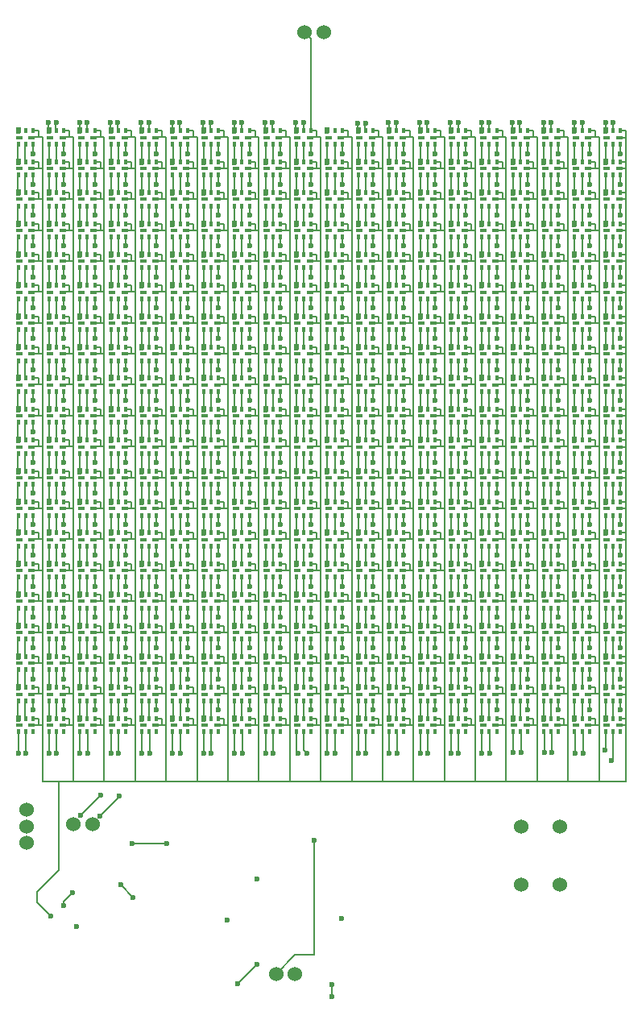
<source format=gbr>
%TF.GenerationSoftware,KiCad,Pcbnew,8.0.3*%
%TF.CreationDate,2024-08-22T18:58:11+02:00*%
%TF.ProjectId,inz,696e7a2e-6b69-4636-9164-5f7063625858,rev?*%
%TF.SameCoordinates,Original*%
%TF.FileFunction,Copper,L1,Top*%
%TF.FilePolarity,Positive*%
%FSLAX46Y46*%
G04 Gerber Fmt 4.6, Leading zero omitted, Abs format (unit mm)*
G04 Created by KiCad (PCBNEW 8.0.3) date 2024-08-22 18:58:11*
%MOMM*%
%LPD*%
G01*
G04 APERTURE LIST*
G04 Aperture macros list*
%AMOutline5P*
0 Free polygon, 5 corners , with rotation*
0 The origin of the aperture is its center*
0 number of corners: always 5*
0 $1 to $10 corner X, Y*
0 $11 Rotation angle, in degrees counterclockwise*
0 create outline with 5 corners*
4,1,5,$1,$2,$3,$4,$5,$6,$7,$8,$9,$10,$1,$2,$11*%
%AMOutline6P*
0 Free polygon, 6 corners , with rotation*
0 The origin of the aperture is its center*
0 number of corners: always 6*
0 $1 to $12 corner X, Y*
0 $13 Rotation angle, in degrees counterclockwise*
0 create outline with 6 corners*
4,1,6,$1,$2,$3,$4,$5,$6,$7,$8,$9,$10,$11,$12,$1,$2,$13*%
%AMOutline7P*
0 Free polygon, 7 corners , with rotation*
0 The origin of the aperture is its center*
0 number of corners: always 7*
0 $1 to $14 corner X, Y*
0 $15 Rotation angle, in degrees counterclockwise*
0 create outline with 7 corners*
4,1,7,$1,$2,$3,$4,$5,$6,$7,$8,$9,$10,$11,$12,$13,$14,$1,$2,$15*%
%AMOutline8P*
0 Free polygon, 8 corners , with rotation*
0 The origin of the aperture is its center*
0 number of corners: always 8*
0 $1 to $16 corner X, Y*
0 $17 Rotation angle, in degrees counterclockwise*
0 create outline with 8 corners*
4,1,8,$1,$2,$3,$4,$5,$6,$7,$8,$9,$10,$11,$12,$13,$14,$15,$16,$1,$2,$17*%
G04 Aperture macros list end*
%TA.AperFunction,ComponentPad*%
%ADD10C,1.524000*%
%TD*%
%TA.AperFunction,SMDPad,CuDef*%
%ADD11R,0.450000X0.600000*%
%TD*%
%TA.AperFunction,SMDPad,CuDef*%
%ADD12R,0.700000X0.300000*%
%TD*%
%TA.AperFunction,SMDPad,CuDef*%
%ADD13Outline5P,-0.300000X0.225000X0.210000X0.225000X0.300000X0.135000X0.300000X-0.225000X-0.300000X-0.225000X270.000000*%
%TD*%
%TA.AperFunction,ViaPad*%
%ADD14C,0.600000*%
%TD*%
%TA.AperFunction,Conductor*%
%ADD15C,0.200000*%
%TD*%
G04 APERTURE END LIST*
D10*
%TO.P,pwr2,1,5v*%
%TO.N,+5V*%
X121000000Y-49000000D03*
%TO.P,pwr2,2,gnd*%
%TO.N,GND*%
X123000000Y-49000000D03*
%TD*%
D11*
%TO.P,U220,1,CLO*%
%TO.N,Net-(U220-CLO)*%
X120925000Y-65900000D03*
%TO.P,U220,2,VDD*%
%TO.N,+5V*%
X121700000Y-65900000D03*
D12*
X121575000Y-66600000D03*
D11*
%TO.P,U220,3,CLI*%
%TO.N,Net-(U219-CLO)*%
X120925000Y-67300000D03*
D13*
%TO.P,U220,4,DAO*%
%TO.N,Net-(U220-DAO)*%
X120150000Y-65900000D03*
D12*
%TO.P,U220,5,GND*%
%TO.N,GND*%
X120275000Y-66600000D03*
D11*
X121700000Y-67300000D03*
%TO.P,U220,6,DAI*%
%TO.N,Net-(U219-DAO)*%
X120150000Y-67300000D03*
%TD*%
%TO.P,U147,1,CLO*%
%TO.N,Net-(U147-CLO)*%
X130675000Y-108150000D03*
%TO.P,U147,2,VDD*%
%TO.N,+5V*%
X131450000Y-108150000D03*
D12*
X131325000Y-108850000D03*
D11*
%TO.P,U147,3,CLI*%
%TO.N,Net-(U146-CLO)*%
X130675000Y-109550000D03*
D13*
%TO.P,U147,4,DAO*%
%TO.N,Net-(U147-DAO)*%
X129900000Y-108150000D03*
D12*
%TO.P,U147,5,GND*%
%TO.N,GND*%
X130025000Y-108850000D03*
D11*
X131450000Y-109550000D03*
%TO.P,U147,6,DAI*%
%TO.N,Net-(U146-DAO)*%
X129900000Y-109550000D03*
%TD*%
%TO.P,U204,1,CLO*%
%TO.N,Net-(U204-CLO)*%
X120925000Y-117900000D03*
%TO.P,U204,2,VDD*%
%TO.N,+5V*%
X121700000Y-117900000D03*
D12*
X121575000Y-118600000D03*
D11*
%TO.P,U204,3,CLI*%
%TO.N,Net-(U203-CLO)*%
X120925000Y-119300000D03*
D13*
%TO.P,U204,4,DAO*%
%TO.N,Net-(U204-DAO)*%
X120150000Y-117900000D03*
D12*
%TO.P,U204,5,GND*%
%TO.N,GND*%
X120275000Y-118600000D03*
D11*
X121700000Y-119300000D03*
%TO.P,U204,6,DAI*%
%TO.N,Net-(U203-DAO)*%
X120150000Y-119300000D03*
%TD*%
%TO.P,U140,1,CLO*%
%TO.N,Net-(U140-CLO)*%
X133925000Y-65900000D03*
%TO.P,U140,2,VDD*%
%TO.N,+5V*%
X134700000Y-65900000D03*
D12*
X134575000Y-66600000D03*
D11*
%TO.P,U140,3,CLI*%
%TO.N,Net-(U139-CLO)*%
X133925000Y-67300000D03*
D13*
%TO.P,U140,4,DAO*%
%TO.N,Net-(U140-DAO)*%
X133150000Y-65900000D03*
D12*
%TO.P,U140,5,GND*%
%TO.N,GND*%
X133275000Y-66600000D03*
D11*
X134700000Y-67300000D03*
%TO.P,U140,6,DAI*%
%TO.N,Net-(U139-DAO)*%
X133150000Y-67300000D03*
%TD*%
%TO.P,U335,1,CLO*%
%TO.N,Net-(U335-CLO)*%
X101425000Y-82150000D03*
%TO.P,U335,2,VDD*%
%TO.N,+5V*%
X102200000Y-82150000D03*
D12*
X102075000Y-82850000D03*
D11*
%TO.P,U335,3,CLI*%
%TO.N,Net-(U334-CLO)*%
X101425000Y-83550000D03*
D13*
%TO.P,U335,4,DAO*%
%TO.N,Net-(U335-DAO)*%
X100650000Y-82150000D03*
D12*
%TO.P,U335,5,GND*%
%TO.N,GND*%
X100775000Y-82850000D03*
D11*
X102200000Y-83550000D03*
%TO.P,U335,6,DAI*%
%TO.N,Net-(U334-DAO)*%
X100650000Y-83550000D03*
%TD*%
%TO.P,U387,1,CLO*%
%TO.N,Net-(U387-CLO)*%
X91675000Y-108150000D03*
%TO.P,U387,2,VDD*%
%TO.N,+5V*%
X92450000Y-108150000D03*
D12*
X92325000Y-108850000D03*
D11*
%TO.P,U387,3,CLI*%
%TO.N,Net-(U386-CLO)*%
X91675000Y-109550000D03*
D13*
%TO.P,U387,4,DAO*%
%TO.N,Net-(U387-DAO)*%
X90900000Y-108150000D03*
D12*
%TO.P,U387,5,GND*%
%TO.N,GND*%
X91025000Y-108850000D03*
D11*
X92450000Y-109550000D03*
%TO.P,U387,6,DAI*%
%TO.N,Net-(U386-DAO)*%
X90900000Y-109550000D03*
%TD*%
%TO.P,U313,1,CLO*%
%TO.N,Net-(U313-CLO)*%
X104675000Y-88650000D03*
%TO.P,U313,2,VDD*%
%TO.N,+5V*%
X105450000Y-88650000D03*
D12*
X105325000Y-89350000D03*
D11*
%TO.P,U313,3,CLI*%
%TO.N,Net-(U312-CLO)*%
X104675000Y-90050000D03*
D13*
%TO.P,U313,4,DAO*%
%TO.N,Net-(U313-DAO)*%
X103900000Y-88650000D03*
D12*
%TO.P,U313,5,GND*%
%TO.N,GND*%
X104025000Y-89350000D03*
D11*
X105450000Y-90050000D03*
%TO.P,U313,6,DAI*%
%TO.N,Net-(U312-DAO)*%
X103900000Y-90050000D03*
%TD*%
%TO.P,U271,1,CLO*%
%TO.N,Net-(U271-CLO)*%
X111175000Y-95150000D03*
%TO.P,U271,2,VDD*%
%TO.N,+5V*%
X111950000Y-95150000D03*
D12*
X111825000Y-95850000D03*
D11*
%TO.P,U271,3,CLI*%
%TO.N,Net-(U270-CLO)*%
X111175000Y-96550000D03*
D13*
%TO.P,U271,4,DAO*%
%TO.N,Net-(U271-DAO)*%
X110400000Y-95150000D03*
D12*
%TO.P,U271,5,GND*%
%TO.N,GND*%
X110525000Y-95850000D03*
D11*
X111950000Y-96550000D03*
%TO.P,U271,6,DAI*%
%TO.N,Net-(U270-DAO)*%
X110400000Y-96550000D03*
%TD*%
%TO.P,U99,1,CLO*%
%TO.N,Net-(U100-CLI)*%
X140425000Y-69150000D03*
%TO.P,U99,2,VDD*%
%TO.N,+5V*%
X141200000Y-69150000D03*
D12*
X141075000Y-69850000D03*
D11*
%TO.P,U99,3,CLI*%
%TO.N,Net-(U98-CLO)*%
X140425000Y-70550000D03*
D13*
%TO.P,U99,4,DAO*%
%TO.N,Net-(U100-DAI)*%
X139650000Y-69150000D03*
D12*
%TO.P,U99,5,GND*%
%TO.N,GND*%
X139775000Y-69850000D03*
D11*
X141200000Y-70550000D03*
%TO.P,U99,6,DAI*%
%TO.N,Net-(U98-DAO)*%
X139650000Y-70550000D03*
%TD*%
%TO.P,U67,1,CLO*%
%TO.N,Net-(U67-CLO)*%
X143675000Y-108150000D03*
%TO.P,U67,2,VDD*%
%TO.N,+5V*%
X144450000Y-108150000D03*
D12*
X144325000Y-108850000D03*
D11*
%TO.P,U67,3,CLI*%
%TO.N,Net-(U66-CLO)*%
X143675000Y-109550000D03*
D13*
%TO.P,U67,4,DAO*%
%TO.N,Net-(U67-DAO)*%
X142900000Y-108150000D03*
D12*
%TO.P,U67,5,GND*%
%TO.N,GND*%
X143025000Y-108850000D03*
D11*
X144450000Y-109550000D03*
%TO.P,U67,6,DAI*%
%TO.N,Net-(U66-DAO)*%
X142900000Y-109550000D03*
%TD*%
%TO.P,U22,1,CLO*%
%TO.N,Net-(U22-CLO)*%
X153425000Y-59400000D03*
%TO.P,U22,2,VDD*%
%TO.N,+5V*%
X154200000Y-59400000D03*
D12*
X154075000Y-60100000D03*
D11*
%TO.P,U22,3,CLI*%
%TO.N,Net-(U21-CLO)*%
X153425000Y-60800000D03*
D13*
%TO.P,U22,4,DAO*%
%TO.N,Net-(U22-DAO)*%
X152650000Y-59400000D03*
D12*
%TO.P,U22,5,GND*%
%TO.N,GND*%
X152775000Y-60100000D03*
D11*
X154200000Y-60800000D03*
%TO.P,U22,6,DAI*%
%TO.N,Net-(U21-DAO)*%
X152650000Y-60800000D03*
%TD*%
%TO.P,U27,1,CLO*%
%TO.N,Net-(U27-CLO)*%
X150175000Y-108150000D03*
%TO.P,U27,2,VDD*%
%TO.N,+5V*%
X150950000Y-108150000D03*
D12*
X150825000Y-108850000D03*
D11*
%TO.P,U27,3,CLI*%
%TO.N,Net-(U26-CLO)*%
X150175000Y-109550000D03*
D13*
%TO.P,U27,4,DAO*%
%TO.N,Net-(U27-DAO)*%
X149400000Y-108150000D03*
D12*
%TO.P,U27,5,GND*%
%TO.N,GND*%
X149525000Y-108850000D03*
D11*
X150950000Y-109550000D03*
%TO.P,U27,6,DAI*%
%TO.N,Net-(U26-DAO)*%
X149400000Y-109550000D03*
%TD*%
%TO.P,U337,1,CLO*%
%TO.N,Net-(U337-CLO)*%
X101425000Y-75650000D03*
%TO.P,U337,2,VDD*%
%TO.N,+5V*%
X102200000Y-75650000D03*
D12*
X102075000Y-76350000D03*
D11*
%TO.P,U337,3,CLI*%
%TO.N,Net-(U336-CLO)*%
X101425000Y-77050000D03*
D13*
%TO.P,U337,4,DAO*%
%TO.N,Net-(U337-DAO)*%
X100650000Y-75650000D03*
D12*
%TO.P,U337,5,GND*%
%TO.N,GND*%
X100775000Y-76350000D03*
D11*
X102200000Y-77050000D03*
%TO.P,U337,6,DAI*%
%TO.N,Net-(U336-DAO)*%
X100650000Y-77050000D03*
%TD*%
%TO.P,U87,1,CLO*%
%TO.N,Net-(U87-CLO)*%
X140425000Y-108150000D03*
%TO.P,U87,2,VDD*%
%TO.N,+5V*%
X141200000Y-108150000D03*
D12*
X141075000Y-108850000D03*
D11*
%TO.P,U87,3,CLI*%
%TO.N,Net-(U86-CLO)*%
X140425000Y-109550000D03*
D13*
%TO.P,U87,4,DAO*%
%TO.N,Net-(U87-DAO)*%
X139650000Y-108150000D03*
D12*
%TO.P,U87,5,GND*%
%TO.N,GND*%
X139775000Y-108850000D03*
D11*
X141200000Y-109550000D03*
%TO.P,U87,6,DAI*%
%TO.N,Net-(U86-DAO)*%
X139650000Y-109550000D03*
%TD*%
%TO.P,U203,1,CLO*%
%TO.N,Net-(U203-CLO)*%
X120925000Y-121150000D03*
%TO.P,U203,2,VDD*%
%TO.N,+5V*%
X121700000Y-121150000D03*
D12*
X121575000Y-121850000D03*
D11*
%TO.P,U203,3,CLI*%
%TO.N,Net-(LED_CON2-cli)*%
X120925000Y-122550000D03*
D13*
%TO.P,U203,4,DAO*%
%TO.N,Net-(U203-DAO)*%
X120150000Y-121150000D03*
D12*
%TO.P,U203,5,GND*%
%TO.N,GND*%
X120275000Y-121850000D03*
D11*
X121700000Y-122550000D03*
%TO.P,U203,6,DAI*%
%TO.N,Net-(LED_CON2-dai)*%
X120150000Y-122550000D03*
%TD*%
%TO.P,U398,1,CLO*%
%TO.N,Net-(U398-CLO)*%
X91675000Y-72400000D03*
%TO.P,U398,2,VDD*%
%TO.N,+5V*%
X92450000Y-72400000D03*
D12*
X92325000Y-73100000D03*
D11*
%TO.P,U398,3,CLI*%
%TO.N,Net-(U397-CLO)*%
X91675000Y-73800000D03*
D13*
%TO.P,U398,4,DAO*%
%TO.N,Net-(U398-DAO)*%
X90900000Y-72400000D03*
D12*
%TO.P,U398,5,GND*%
%TO.N,GND*%
X91025000Y-73100000D03*
D11*
X92450000Y-73800000D03*
%TO.P,U398,6,DAI*%
%TO.N,Net-(U397-DAO)*%
X90900000Y-73800000D03*
%TD*%
%TO.P,U324,1,CLO*%
%TO.N,Net-(U324-CLO)*%
X101425000Y-117900000D03*
%TO.P,U324,2,VDD*%
%TO.N,+5V*%
X102200000Y-117900000D03*
D12*
X102075000Y-118600000D03*
D11*
%TO.P,U324,3,CLI*%
%TO.N,Net-(U323-CLO)*%
X101425000Y-119300000D03*
D13*
%TO.P,U324,4,DAO*%
%TO.N,Net-(U324-DAO)*%
X100650000Y-117900000D03*
D12*
%TO.P,U324,5,GND*%
%TO.N,GND*%
X100775000Y-118600000D03*
D11*
X102200000Y-119300000D03*
%TO.P,U324,6,DAI*%
%TO.N,Net-(U323-DAO)*%
X100650000Y-119300000D03*
%TD*%
%TO.P,U63,1,CLO*%
%TO.N,Net-(U63-CLO)*%
X143675000Y-121150000D03*
%TO.P,U63,2,VDD*%
%TO.N,+5V*%
X144450000Y-121150000D03*
D12*
X144325000Y-121850000D03*
D11*
%TO.P,U63,3,CLI*%
%TO.N,Net-(U62-CLO)*%
X143675000Y-122550000D03*
D13*
%TO.P,U63,4,DAO*%
%TO.N,Net-(U63-DAO)*%
X142900000Y-121150000D03*
D12*
%TO.P,U63,5,GND*%
%TO.N,GND*%
X143025000Y-121850000D03*
D11*
X144450000Y-122550000D03*
%TO.P,U63,6,DAI*%
%TO.N,Net-(U62-DAO)*%
X142900000Y-122550000D03*
%TD*%
%TO.P,U219,1,CLO*%
%TO.N,Net-(U219-CLO)*%
X120925000Y-69150000D03*
%TO.P,U219,2,VDD*%
%TO.N,+5V*%
X121700000Y-69150000D03*
D12*
X121575000Y-69850000D03*
D11*
%TO.P,U219,3,CLI*%
%TO.N,Net-(U218-CLO)*%
X120925000Y-70550000D03*
D13*
%TO.P,U219,4,DAO*%
%TO.N,Net-(U219-DAO)*%
X120150000Y-69150000D03*
D12*
%TO.P,U219,5,GND*%
%TO.N,GND*%
X120275000Y-69850000D03*
D11*
X121700000Y-70550000D03*
%TO.P,U219,6,DAI*%
%TO.N,Net-(U218-DAO)*%
X120150000Y-70550000D03*
%TD*%
%TO.P,U228,1,CLO*%
%TO.N,Net-(U228-CLO)*%
X117675000Y-104900000D03*
%TO.P,U228,2,VDD*%
%TO.N,+5V*%
X118450000Y-104900000D03*
D12*
X118325000Y-105600000D03*
D11*
%TO.P,U228,3,CLI*%
%TO.N,Net-(U227-CLO)*%
X117675000Y-106300000D03*
D13*
%TO.P,U228,4,DAO*%
%TO.N,Net-(U228-DAO)*%
X116900000Y-104900000D03*
D12*
%TO.P,U228,5,GND*%
%TO.N,GND*%
X117025000Y-105600000D03*
D11*
X118450000Y-106300000D03*
%TO.P,U228,6,DAI*%
%TO.N,Net-(U227-DAO)*%
X116900000Y-106300000D03*
%TD*%
%TO.P,U30,1,CLO*%
%TO.N,Net-(U30-CLO)*%
X150175000Y-98400000D03*
%TO.P,U30,2,VDD*%
%TO.N,+5V*%
X150950000Y-98400000D03*
D12*
X150825000Y-99100000D03*
D11*
%TO.P,U30,3,CLI*%
%TO.N,Net-(U29-CLO)*%
X150175000Y-99800000D03*
D13*
%TO.P,U30,4,DAO*%
%TO.N,Net-(U30-DAO)*%
X149400000Y-98400000D03*
D12*
%TO.P,U30,5,GND*%
%TO.N,GND*%
X149525000Y-99100000D03*
D11*
X150950000Y-99800000D03*
%TO.P,U30,6,DAI*%
%TO.N,Net-(U29-DAO)*%
X149400000Y-99800000D03*
%TD*%
%TO.P,U76,1,CLO*%
%TO.N,Net-(U76-CLO)*%
X143675000Y-78900000D03*
%TO.P,U76,2,VDD*%
%TO.N,+5V*%
X144450000Y-78900000D03*
D12*
X144325000Y-79600000D03*
D11*
%TO.P,U76,3,CLI*%
%TO.N,Net-(U75-CLO)*%
X143675000Y-80300000D03*
D13*
%TO.P,U76,4,DAO*%
%TO.N,Net-(U76-DAO)*%
X142900000Y-78900000D03*
D12*
%TO.P,U76,5,GND*%
%TO.N,GND*%
X143025000Y-79600000D03*
D11*
X144450000Y-80300000D03*
%TO.P,U76,6,DAI*%
%TO.N,Net-(U75-DAO)*%
X142900000Y-80300000D03*
%TD*%
%TO.P,U359,1,CLO*%
%TO.N,Net-(U359-CLO)*%
X98175000Y-69150000D03*
%TO.P,U359,2,VDD*%
%TO.N,+5V*%
X98950000Y-69150000D03*
D12*
X98825000Y-69850000D03*
D11*
%TO.P,U359,3,CLI*%
%TO.N,Net-(U358-CLO)*%
X98175000Y-70550000D03*
D13*
%TO.P,U359,4,DAO*%
%TO.N,Net-(U359-DAO)*%
X97400000Y-69150000D03*
D12*
%TO.P,U359,5,GND*%
%TO.N,GND*%
X97525000Y-69850000D03*
D11*
X98950000Y-70550000D03*
%TO.P,U359,6,DAI*%
%TO.N,Net-(U358-DAO)*%
X97400000Y-70550000D03*
%TD*%
%TO.P,U128,1,CLO*%
%TO.N,Net-(U128-CLO)*%
X133925000Y-104900000D03*
%TO.P,U128,2,VDD*%
%TO.N,+5V*%
X134700000Y-104900000D03*
D12*
X134575000Y-105600000D03*
D11*
%TO.P,U128,3,CLI*%
%TO.N,Net-(U127-CLO)*%
X133925000Y-106300000D03*
D13*
%TO.P,U128,4,DAO*%
%TO.N,Net-(U128-DAO)*%
X133150000Y-104900000D03*
D12*
%TO.P,U128,5,GND*%
%TO.N,GND*%
X133275000Y-105600000D03*
D11*
X134700000Y-106300000D03*
%TO.P,U128,6,DAI*%
%TO.N,Net-(U127-DAO)*%
X133150000Y-106300000D03*
%TD*%
%TO.P,U135,1,CLO*%
%TO.N,Net-(U135-CLO)*%
X133925000Y-82150000D03*
%TO.P,U135,2,VDD*%
%TO.N,+5V*%
X134700000Y-82150000D03*
D12*
X134575000Y-82850000D03*
D11*
%TO.P,U135,3,CLI*%
%TO.N,Net-(U134-CLO)*%
X133925000Y-83550000D03*
D13*
%TO.P,U135,4,DAO*%
%TO.N,Net-(U135-DAO)*%
X133150000Y-82150000D03*
D12*
%TO.P,U135,5,GND*%
%TO.N,GND*%
X133275000Y-82850000D03*
D11*
X134700000Y-83550000D03*
%TO.P,U135,6,DAI*%
%TO.N,Net-(U134-DAO)*%
X133150000Y-83550000D03*
%TD*%
%TO.P,U262,1,CLO*%
%TO.N,Net-(U262-CLO)*%
X114425000Y-59400000D03*
%TO.P,U262,2,VDD*%
%TO.N,+5V*%
X115200000Y-59400000D03*
D12*
X115075000Y-60100000D03*
D11*
%TO.P,U262,3,CLI*%
%TO.N,Net-(U261-CLO)*%
X114425000Y-60800000D03*
D13*
%TO.P,U262,4,DAO*%
%TO.N,Net-(U262-DAO)*%
X113650000Y-59400000D03*
D12*
%TO.P,U262,5,GND*%
%TO.N,GND*%
X113775000Y-60100000D03*
D11*
X115200000Y-60800000D03*
%TO.P,U262,6,DAI*%
%TO.N,Net-(U261-DAO)*%
X113650000Y-60800000D03*
%TD*%
%TO.P,U8,1,CLO*%
%TO.N,Net-(U8-CLO)*%
X153425000Y-104900000D03*
%TO.P,U8,2,VDD*%
%TO.N,+5V*%
X154200000Y-104900000D03*
D12*
X154075000Y-105600000D03*
D11*
%TO.P,U8,3,CLI*%
%TO.N,Net-(U7-CLO)*%
X153425000Y-106300000D03*
D13*
%TO.P,U8,4,DAO*%
%TO.N,Net-(U8-DAO)*%
X152650000Y-104900000D03*
D12*
%TO.P,U8,5,GND*%
%TO.N,GND*%
X152775000Y-105600000D03*
D11*
X154200000Y-106300000D03*
%TO.P,U8,6,DAI*%
%TO.N,Net-(U7-DAO)*%
X152650000Y-106300000D03*
%TD*%
%TO.P,U129,1,CLO*%
%TO.N,Net-(U129-CLO)*%
X133925000Y-101650000D03*
%TO.P,U129,2,VDD*%
%TO.N,+5V*%
X134700000Y-101650000D03*
D12*
X134575000Y-102350000D03*
D11*
%TO.P,U129,3,CLI*%
%TO.N,Net-(U128-CLO)*%
X133925000Y-103050000D03*
D13*
%TO.P,U129,4,DAO*%
%TO.N,Net-(U129-DAO)*%
X133150000Y-101650000D03*
D12*
%TO.P,U129,5,GND*%
%TO.N,GND*%
X133275000Y-102350000D03*
D11*
X134700000Y-103050000D03*
%TO.P,U129,6,DAI*%
%TO.N,Net-(U128-DAO)*%
X133150000Y-103050000D03*
%TD*%
%TO.P,U376,1,CLO*%
%TO.N,Net-(U376-CLO)*%
X94925000Y-78900000D03*
%TO.P,U376,2,VDD*%
%TO.N,+5V*%
X95700000Y-78900000D03*
D12*
X95575000Y-79600000D03*
D11*
%TO.P,U376,3,CLI*%
%TO.N,Net-(U375-CLO)*%
X94925000Y-80300000D03*
D13*
%TO.P,U376,4,DAO*%
%TO.N,Net-(U376-DAO)*%
X94150000Y-78900000D03*
D12*
%TO.P,U376,5,GND*%
%TO.N,GND*%
X94275000Y-79600000D03*
D11*
X95700000Y-80300000D03*
%TO.P,U376,6,DAI*%
%TO.N,Net-(U375-DAO)*%
X94150000Y-80300000D03*
%TD*%
%TO.P,U95,1,CLO*%
%TO.N,Net-(U95-CLO)*%
X140425000Y-82150000D03*
%TO.P,U95,2,VDD*%
%TO.N,+5V*%
X141200000Y-82150000D03*
D12*
X141075000Y-82850000D03*
D11*
%TO.P,U95,3,CLI*%
%TO.N,Net-(U94-CLO)*%
X140425000Y-83550000D03*
D13*
%TO.P,U95,4,DAO*%
%TO.N,Net-(U95-DAO)*%
X139650000Y-82150000D03*
D12*
%TO.P,U95,5,GND*%
%TO.N,GND*%
X139775000Y-82850000D03*
D11*
X141200000Y-83550000D03*
%TO.P,U95,6,DAI*%
%TO.N,Net-(U94-DAO)*%
X139650000Y-83550000D03*
%TD*%
%TO.P,U272,1,CLO*%
%TO.N,Net-(U272-CLO)*%
X111175000Y-91900000D03*
%TO.P,U272,2,VDD*%
%TO.N,+5V*%
X111950000Y-91900000D03*
D12*
X111825000Y-92600000D03*
D11*
%TO.P,U272,3,CLI*%
%TO.N,Net-(U271-CLO)*%
X111175000Y-93300000D03*
D13*
%TO.P,U272,4,DAO*%
%TO.N,Net-(U272-DAO)*%
X110400000Y-91900000D03*
D12*
%TO.P,U272,5,GND*%
%TO.N,GND*%
X110525000Y-92600000D03*
D11*
X111950000Y-93300000D03*
%TO.P,U272,6,DAI*%
%TO.N,Net-(U271-DAO)*%
X110400000Y-93300000D03*
%TD*%
%TO.P,U75,1,CLO*%
%TO.N,Net-(U75-CLO)*%
X143675000Y-82150000D03*
%TO.P,U75,2,VDD*%
%TO.N,+5V*%
X144450000Y-82150000D03*
D12*
X144325000Y-82850000D03*
D11*
%TO.P,U75,3,CLI*%
%TO.N,Net-(U74-CLO)*%
X143675000Y-83550000D03*
D13*
%TO.P,U75,4,DAO*%
%TO.N,Net-(U75-DAO)*%
X142900000Y-82150000D03*
D12*
%TO.P,U75,5,GND*%
%TO.N,GND*%
X143025000Y-82850000D03*
D11*
X144450000Y-83550000D03*
%TO.P,U75,6,DAI*%
%TO.N,Net-(U74-DAO)*%
X142900000Y-83550000D03*
%TD*%
%TO.P,U306,1,CLO*%
%TO.N,Net-(U306-CLO)*%
X104675000Y-111400000D03*
%TO.P,U306,2,VDD*%
%TO.N,+5V*%
X105450000Y-111400000D03*
D12*
X105325000Y-112100000D03*
D11*
%TO.P,U306,3,CLI*%
%TO.N,Net-(U305-CLO)*%
X104675000Y-112800000D03*
D13*
%TO.P,U306,4,DAO*%
%TO.N,Net-(U306-DAO)*%
X103900000Y-111400000D03*
D12*
%TO.P,U306,5,GND*%
%TO.N,GND*%
X104025000Y-112100000D03*
D11*
X105450000Y-112800000D03*
%TO.P,U306,6,DAI*%
%TO.N,Net-(U305-DAO)*%
X103900000Y-112800000D03*
%TD*%
%TO.P,U186,1,CLO*%
%TO.N,Net-(U186-CLO)*%
X124175000Y-111400000D03*
%TO.P,U186,2,VDD*%
%TO.N,+5V*%
X124950000Y-111400000D03*
D12*
X124825000Y-112100000D03*
D11*
%TO.P,U186,3,CLI*%
%TO.N,Net-(U185-CLO)*%
X124175000Y-112800000D03*
D13*
%TO.P,U186,4,DAO*%
%TO.N,Net-(U186-DAO)*%
X123400000Y-111400000D03*
D12*
%TO.P,U186,5,GND*%
%TO.N,GND*%
X123525000Y-112100000D03*
D11*
X124950000Y-112800000D03*
%TO.P,U186,6,DAI*%
%TO.N,Net-(U185-DAO)*%
X123400000Y-112800000D03*
%TD*%
%TO.P,U356,1,CLO*%
%TO.N,Net-(U356-CLO)*%
X98175000Y-78900000D03*
%TO.P,U356,2,VDD*%
%TO.N,+5V*%
X98950000Y-78900000D03*
D12*
X98825000Y-79600000D03*
D11*
%TO.P,U356,3,CLI*%
%TO.N,Net-(U355-CLO)*%
X98175000Y-80300000D03*
D13*
%TO.P,U356,4,DAO*%
%TO.N,Net-(U356-DAO)*%
X97400000Y-78900000D03*
D12*
%TO.P,U356,5,GND*%
%TO.N,GND*%
X97525000Y-79600000D03*
D11*
X98950000Y-80300000D03*
%TO.P,U356,6,DAI*%
%TO.N,Net-(U355-DAO)*%
X97400000Y-80300000D03*
%TD*%
%TO.P,U53,1,CLO*%
%TO.N,Net-(U53-CLO)*%
X146925000Y-88650000D03*
%TO.P,U53,2,VDD*%
%TO.N,+5V*%
X147700000Y-88650000D03*
D12*
X147575000Y-89350000D03*
D11*
%TO.P,U53,3,CLI*%
%TO.N,Net-(U52-CLO)*%
X146925000Y-90050000D03*
D13*
%TO.P,U53,4,DAO*%
%TO.N,Net-(U53-DAO)*%
X146150000Y-88650000D03*
D12*
%TO.P,U53,5,GND*%
%TO.N,GND*%
X146275000Y-89350000D03*
D11*
X147700000Y-90050000D03*
%TO.P,U53,6,DAI*%
%TO.N,Net-(U52-DAO)*%
X146150000Y-90050000D03*
%TD*%
%TO.P,U155,1,CLO*%
%TO.N,Net-(U155-CLO)*%
X130675000Y-82150000D03*
%TO.P,U155,2,VDD*%
%TO.N,+5V*%
X131450000Y-82150000D03*
D12*
X131325000Y-82850000D03*
D11*
%TO.P,U155,3,CLI*%
%TO.N,Net-(U154-CLO)*%
X130675000Y-83550000D03*
D13*
%TO.P,U155,4,DAO*%
%TO.N,Net-(U155-DAO)*%
X129900000Y-82150000D03*
D12*
%TO.P,U155,5,GND*%
%TO.N,GND*%
X130025000Y-82850000D03*
D11*
X131450000Y-83550000D03*
%TO.P,U155,6,DAI*%
%TO.N,Net-(U154-DAO)*%
X129900000Y-83550000D03*
%TD*%
%TO.P,U116,1,CLO*%
%TO.N,Net-(U116-CLO)*%
X137175000Y-78900000D03*
%TO.P,U116,2,VDD*%
%TO.N,+5V*%
X137950000Y-78900000D03*
D12*
X137825000Y-79600000D03*
D11*
%TO.P,U116,3,CLI*%
%TO.N,Net-(U115-CLO)*%
X137175000Y-80300000D03*
D13*
%TO.P,U116,4,DAO*%
%TO.N,Net-(U116-DAO)*%
X136400000Y-78900000D03*
D12*
%TO.P,U116,5,GND*%
%TO.N,GND*%
X136525000Y-79600000D03*
D11*
X137950000Y-80300000D03*
%TO.P,U116,6,DAI*%
%TO.N,Net-(U115-DAO)*%
X136400000Y-80300000D03*
%TD*%
%TO.P,U172,1,CLO*%
%TO.N,Net-(U172-CLO)*%
X127425000Y-91900000D03*
%TO.P,U172,2,VDD*%
%TO.N,+5V*%
X128200000Y-91900000D03*
D12*
X128075000Y-92600000D03*
D11*
%TO.P,U172,3,CLI*%
%TO.N,Net-(U171-CLO)*%
X127425000Y-93300000D03*
D13*
%TO.P,U172,4,DAO*%
%TO.N,Net-(U172-DAO)*%
X126650000Y-91900000D03*
D12*
%TO.P,U172,5,GND*%
%TO.N,GND*%
X126775000Y-92600000D03*
D11*
X128200000Y-93300000D03*
%TO.P,U172,6,DAI*%
%TO.N,Net-(U171-DAO)*%
X126650000Y-93300000D03*
%TD*%
%TO.P,U149,1,CLO*%
%TO.N,Net-(U149-CLO)*%
X130675000Y-101650000D03*
%TO.P,U149,2,VDD*%
%TO.N,+5V*%
X131450000Y-101650000D03*
D12*
X131325000Y-102350000D03*
D11*
%TO.P,U149,3,CLI*%
%TO.N,Net-(U148-CLO)*%
X130675000Y-103050000D03*
D13*
%TO.P,U149,4,DAO*%
%TO.N,Net-(U149-DAO)*%
X129900000Y-101650000D03*
D12*
%TO.P,U149,5,GND*%
%TO.N,GND*%
X130025000Y-102350000D03*
D11*
X131450000Y-103050000D03*
%TO.P,U149,6,DAI*%
%TO.N,Net-(U148-DAO)*%
X129900000Y-103050000D03*
%TD*%
%TO.P,U191,1,CLO*%
%TO.N,Net-(U191-CLO)*%
X124175000Y-95150000D03*
%TO.P,U191,2,VDD*%
%TO.N,+5V*%
X124950000Y-95150000D03*
D12*
X124825000Y-95850000D03*
D11*
%TO.P,U191,3,CLI*%
%TO.N,Net-(U190-CLO)*%
X124175000Y-96550000D03*
D13*
%TO.P,U191,4,DAO*%
%TO.N,Net-(U191-DAO)*%
X123400000Y-95150000D03*
D12*
%TO.P,U191,5,GND*%
%TO.N,GND*%
X123525000Y-95850000D03*
D11*
X124950000Y-96550000D03*
%TO.P,U191,6,DAI*%
%TO.N,Net-(U190-DAO)*%
X123400000Y-96550000D03*
%TD*%
%TO.P,U287,1,CLO*%
%TO.N,Net-(U287-CLO)*%
X107925000Y-108150000D03*
%TO.P,U287,2,VDD*%
%TO.N,+5V*%
X108700000Y-108150000D03*
D12*
X108575000Y-108850000D03*
D11*
%TO.P,U287,3,CLI*%
%TO.N,Net-(U286-CLO)*%
X107925000Y-109550000D03*
D13*
%TO.P,U287,4,DAO*%
%TO.N,Net-(U287-DAO)*%
X107150000Y-108150000D03*
D12*
%TO.P,U287,5,GND*%
%TO.N,GND*%
X107275000Y-108850000D03*
D11*
X108700000Y-109550000D03*
%TO.P,U287,6,DAI*%
%TO.N,Net-(U286-DAO)*%
X107150000Y-109550000D03*
%TD*%
%TO.P,U251,1,CLO*%
%TO.N,Net-(U251-CLO)*%
X114425000Y-95150000D03*
%TO.P,U251,2,VDD*%
%TO.N,+5V*%
X115200000Y-95150000D03*
D12*
X115075000Y-95850000D03*
D11*
%TO.P,U251,3,CLI*%
%TO.N,Net-(U250-CLO)*%
X114425000Y-96550000D03*
D13*
%TO.P,U251,4,DAO*%
%TO.N,Net-(U251-DAO)*%
X113650000Y-95150000D03*
D12*
%TO.P,U251,5,GND*%
%TO.N,GND*%
X113775000Y-95850000D03*
D11*
X115200000Y-96550000D03*
%TO.P,U251,6,DAI*%
%TO.N,Net-(U250-DAO)*%
X113650000Y-96550000D03*
%TD*%
%TO.P,U122,1,CLO*%
%TO.N,Net-(U122-CLO)*%
X137175000Y-59400000D03*
%TO.P,U122,2,VDD*%
%TO.N,+5V*%
X137950000Y-59400000D03*
D12*
X137825000Y-60100000D03*
D11*
%TO.P,U122,3,CLI*%
%TO.N,Net-(U121-CLO)*%
X137175000Y-60800000D03*
D13*
%TO.P,U122,4,DAO*%
%TO.N,Net-(U122-DAO)*%
X136400000Y-59400000D03*
D12*
%TO.P,U122,5,GND*%
%TO.N,GND*%
X136525000Y-60100000D03*
D11*
X137950000Y-60800000D03*
%TO.P,U122,6,DAI*%
%TO.N,Net-(U121-DAO)*%
X136400000Y-60800000D03*
%TD*%
%TO.P,U323,1,CLO*%
%TO.N,Net-(U323-CLO)*%
X101425000Y-121150000D03*
%TO.P,U323,2,VDD*%
%TO.N,+5V*%
X102200000Y-121150000D03*
D12*
X102075000Y-121850000D03*
D11*
%TO.P,U323,3,CLI*%
%TO.N,Net-(U322-CLO)*%
X101425000Y-122550000D03*
D13*
%TO.P,U323,4,DAO*%
%TO.N,Net-(U323-DAO)*%
X100650000Y-121150000D03*
D12*
%TO.P,U323,5,GND*%
%TO.N,GND*%
X100775000Y-121850000D03*
D11*
X102200000Y-122550000D03*
%TO.P,U323,6,DAI*%
%TO.N,Net-(U322-DAO)*%
X100650000Y-122550000D03*
%TD*%
%TO.P,U269,1,CLO*%
%TO.N,Net-(U269-CLO)*%
X111175000Y-101650000D03*
%TO.P,U269,2,VDD*%
%TO.N,+5V*%
X111950000Y-101650000D03*
D12*
X111825000Y-102350000D03*
D11*
%TO.P,U269,3,CLI*%
%TO.N,Net-(U268-CLO)*%
X111175000Y-103050000D03*
D13*
%TO.P,U269,4,DAO*%
%TO.N,Net-(U269-DAO)*%
X110400000Y-101650000D03*
D12*
%TO.P,U269,5,GND*%
%TO.N,GND*%
X110525000Y-102350000D03*
D11*
X111950000Y-103050000D03*
%TO.P,U269,6,DAI*%
%TO.N,Net-(U268-DAO)*%
X110400000Y-103050000D03*
%TD*%
%TO.P,U90,1,CLO*%
%TO.N,Net-(U90-CLO)*%
X140425000Y-98400000D03*
%TO.P,U90,2,VDD*%
%TO.N,+5V*%
X141200000Y-98400000D03*
D12*
X141075000Y-99100000D03*
D11*
%TO.P,U90,3,CLI*%
%TO.N,Net-(U89-CLO)*%
X140425000Y-99800000D03*
D13*
%TO.P,U90,4,DAO*%
%TO.N,Net-(U90-DAO)*%
X139650000Y-98400000D03*
D12*
%TO.P,U90,5,GND*%
%TO.N,GND*%
X139775000Y-99100000D03*
D11*
X141200000Y-99800000D03*
%TO.P,U90,6,DAI*%
%TO.N,Net-(U89-DAO)*%
X139650000Y-99800000D03*
%TD*%
%TO.P,U391,1,CLO*%
%TO.N,Net-(U391-CLO)*%
X91675000Y-95150000D03*
%TO.P,U391,2,VDD*%
%TO.N,+5V*%
X92450000Y-95150000D03*
D12*
X92325000Y-95850000D03*
D11*
%TO.P,U391,3,CLI*%
%TO.N,Net-(U390-CLO)*%
X91675000Y-96550000D03*
D13*
%TO.P,U391,4,DAO*%
%TO.N,Net-(U391-DAO)*%
X90900000Y-95150000D03*
D12*
%TO.P,U391,5,GND*%
%TO.N,GND*%
X91025000Y-95850000D03*
D11*
X92450000Y-96550000D03*
%TO.P,U391,6,DAI*%
%TO.N,Net-(U390-DAO)*%
X90900000Y-96550000D03*
%TD*%
%TO.P,U346,1,CLO*%
%TO.N,Net-(U346-CLO)*%
X98175000Y-111400000D03*
%TO.P,U346,2,VDD*%
%TO.N,+5V*%
X98950000Y-111400000D03*
D12*
X98825000Y-112100000D03*
D11*
%TO.P,U346,3,CLI*%
%TO.N,Net-(U345-CLO)*%
X98175000Y-112800000D03*
D13*
%TO.P,U346,4,DAO*%
%TO.N,Net-(U346-DAO)*%
X97400000Y-111400000D03*
D12*
%TO.P,U346,5,GND*%
%TO.N,GND*%
X97525000Y-112100000D03*
D11*
X98950000Y-112800000D03*
%TO.P,U346,6,DAI*%
%TO.N,Net-(U345-DAO)*%
X97400000Y-112800000D03*
%TD*%
%TO.P,U312,1,CLO*%
%TO.N,Net-(U312-CLO)*%
X104675000Y-91900000D03*
%TO.P,U312,2,VDD*%
%TO.N,+5V*%
X105450000Y-91900000D03*
D12*
X105325000Y-92600000D03*
D11*
%TO.P,U312,3,CLI*%
%TO.N,Net-(U311-CLO)*%
X104675000Y-93300000D03*
D13*
%TO.P,U312,4,DAO*%
%TO.N,Net-(U312-DAO)*%
X103900000Y-91900000D03*
D12*
%TO.P,U312,5,GND*%
%TO.N,GND*%
X104025000Y-92600000D03*
D11*
X105450000Y-93300000D03*
%TO.P,U312,6,DAI*%
%TO.N,Net-(U311-DAO)*%
X103900000Y-93300000D03*
%TD*%
%TO.P,U127,1,CLO*%
%TO.N,Net-(U127-CLO)*%
X133925000Y-108150000D03*
%TO.P,U127,2,VDD*%
%TO.N,+5V*%
X134700000Y-108150000D03*
D12*
X134575000Y-108850000D03*
D11*
%TO.P,U127,3,CLI*%
%TO.N,Net-(U126-CLO)*%
X133925000Y-109550000D03*
D13*
%TO.P,U127,4,DAO*%
%TO.N,Net-(U127-DAO)*%
X133150000Y-108150000D03*
D12*
%TO.P,U127,5,GND*%
%TO.N,GND*%
X133275000Y-108850000D03*
D11*
X134700000Y-109550000D03*
%TO.P,U127,6,DAI*%
%TO.N,Net-(U126-DAO)*%
X133150000Y-109550000D03*
%TD*%
%TO.P,U145,1,CLO*%
%TO.N,Net-(U145-CLO)*%
X130675000Y-114650000D03*
%TO.P,U145,2,VDD*%
%TO.N,+5V*%
X131450000Y-114650000D03*
D12*
X131325000Y-115350000D03*
D11*
%TO.P,U145,3,CLI*%
%TO.N,Net-(U144-CLO)*%
X130675000Y-116050000D03*
D13*
%TO.P,U145,4,DAO*%
%TO.N,Net-(U145-DAO)*%
X129900000Y-114650000D03*
D12*
%TO.P,U145,5,GND*%
%TO.N,GND*%
X130025000Y-115350000D03*
D11*
X131450000Y-116050000D03*
%TO.P,U145,6,DAI*%
%TO.N,Net-(U144-DAO)*%
X129900000Y-116050000D03*
%TD*%
%TO.P,U297,1,CLO*%
%TO.N,Net-(U297-CLO)*%
X107925000Y-75650000D03*
%TO.P,U297,2,VDD*%
%TO.N,+5V*%
X108700000Y-75650000D03*
D12*
X108575000Y-76350000D03*
D11*
%TO.P,U297,3,CLI*%
%TO.N,Net-(U296-CLO)*%
X107925000Y-77050000D03*
D13*
%TO.P,U297,4,DAO*%
%TO.N,Net-(U297-DAO)*%
X107150000Y-75650000D03*
D12*
%TO.P,U297,5,GND*%
%TO.N,GND*%
X107275000Y-76350000D03*
D11*
X108700000Y-77050000D03*
%TO.P,U297,6,DAI*%
%TO.N,Net-(U296-DAO)*%
X107150000Y-77050000D03*
%TD*%
%TO.P,U173,1,CLO*%
%TO.N,Net-(U173-CLO)*%
X127425000Y-88650000D03*
%TO.P,U173,2,VDD*%
%TO.N,+5V*%
X128200000Y-88650000D03*
D12*
X128075000Y-89350000D03*
D11*
%TO.P,U173,3,CLI*%
%TO.N,Net-(U172-CLO)*%
X127425000Y-90050000D03*
D13*
%TO.P,U173,4,DAO*%
%TO.N,Net-(U173-DAO)*%
X126650000Y-88650000D03*
D12*
%TO.P,U173,5,GND*%
%TO.N,GND*%
X126775000Y-89350000D03*
D11*
X128200000Y-90050000D03*
%TO.P,U173,6,DAI*%
%TO.N,Net-(U172-DAO)*%
X126650000Y-90050000D03*
%TD*%
%TO.P,U28,1,CLO*%
%TO.N,Net-(U28-CLO)*%
X150175000Y-104900000D03*
%TO.P,U28,2,VDD*%
%TO.N,+5V*%
X150950000Y-104900000D03*
D12*
X150825000Y-105600000D03*
D11*
%TO.P,U28,3,CLI*%
%TO.N,Net-(U27-CLO)*%
X150175000Y-106300000D03*
D13*
%TO.P,U28,4,DAO*%
%TO.N,Net-(U28-DAO)*%
X149400000Y-104900000D03*
D12*
%TO.P,U28,5,GND*%
%TO.N,GND*%
X149525000Y-105600000D03*
D11*
X150950000Y-106300000D03*
%TO.P,U28,6,DAI*%
%TO.N,Net-(U27-DAO)*%
X149400000Y-106300000D03*
%TD*%
%TO.P,U329,1,CLO*%
%TO.N,Net-(U329-CLO)*%
X101425000Y-101650000D03*
%TO.P,U329,2,VDD*%
%TO.N,+5V*%
X102200000Y-101650000D03*
D12*
X102075000Y-102350000D03*
D11*
%TO.P,U329,3,CLI*%
%TO.N,Net-(U328-CLO)*%
X101425000Y-103050000D03*
D13*
%TO.P,U329,4,DAO*%
%TO.N,Net-(U329-DAO)*%
X100650000Y-101650000D03*
D12*
%TO.P,U329,5,GND*%
%TO.N,GND*%
X100775000Y-102350000D03*
D11*
X102200000Y-103050000D03*
%TO.P,U329,6,DAI*%
%TO.N,Net-(U328-DAO)*%
X100650000Y-103050000D03*
%TD*%
%TO.P,U119,1,CLO*%
%TO.N,Net-(U119-CLO)*%
X137175000Y-69150000D03*
%TO.P,U119,2,VDD*%
%TO.N,+5V*%
X137950000Y-69150000D03*
D12*
X137825000Y-69850000D03*
D11*
%TO.P,U119,3,CLI*%
%TO.N,Net-(U118-CLO)*%
X137175000Y-70550000D03*
D13*
%TO.P,U119,4,DAO*%
%TO.N,Net-(U119-DAO)*%
X136400000Y-69150000D03*
D12*
%TO.P,U119,5,GND*%
%TO.N,GND*%
X136525000Y-69850000D03*
D11*
X137950000Y-70550000D03*
%TO.P,U119,6,DAI*%
%TO.N,Net-(U118-DAO)*%
X136400000Y-70550000D03*
%TD*%
%TO.P,U370,1,CLO*%
%TO.N,Net-(U370-CLO)*%
X94925000Y-98400000D03*
%TO.P,U370,2,VDD*%
%TO.N,+5V*%
X95700000Y-98400000D03*
D12*
X95575000Y-99100000D03*
D11*
%TO.P,U370,3,CLI*%
%TO.N,Net-(U369-CLO)*%
X94925000Y-99800000D03*
D13*
%TO.P,U370,4,DAO*%
%TO.N,Net-(U370-DAO)*%
X94150000Y-98400000D03*
D12*
%TO.P,U370,5,GND*%
%TO.N,GND*%
X94275000Y-99100000D03*
D11*
X95700000Y-99800000D03*
%TO.P,U370,6,DAI*%
%TO.N,Net-(U369-DAO)*%
X94150000Y-99800000D03*
%TD*%
%TO.P,U24,1,CLO*%
%TO.N,Net-(U24-CLO)*%
X150175000Y-117900000D03*
%TO.P,U24,2,VDD*%
%TO.N,+5V*%
X150950000Y-117900000D03*
D12*
X150825000Y-118600000D03*
D11*
%TO.P,U24,3,CLI*%
%TO.N,Net-(U23-CLO)*%
X150175000Y-119300000D03*
D13*
%TO.P,U24,4,DAO*%
%TO.N,Net-(U24-DAO)*%
X149400000Y-117900000D03*
D12*
%TO.P,U24,5,GND*%
%TO.N,GND*%
X149525000Y-118600000D03*
D11*
X150950000Y-119300000D03*
%TO.P,U24,6,DAI*%
%TO.N,Net-(U23-DAO)*%
X149400000Y-119300000D03*
%TD*%
%TO.P,U57,1,CLO*%
%TO.N,Net-(U57-CLO)*%
X146925000Y-75650000D03*
%TO.P,U57,2,VDD*%
%TO.N,+5V*%
X147700000Y-75650000D03*
D12*
X147575000Y-76350000D03*
D11*
%TO.P,U57,3,CLI*%
%TO.N,Net-(U56-CLO)*%
X146925000Y-77050000D03*
D13*
%TO.P,U57,4,DAO*%
%TO.N,Net-(U57-DAO)*%
X146150000Y-75650000D03*
D12*
%TO.P,U57,5,GND*%
%TO.N,GND*%
X146275000Y-76350000D03*
D11*
X147700000Y-77050000D03*
%TO.P,U57,6,DAI*%
%TO.N,Net-(U56-DAO)*%
X146150000Y-77050000D03*
%TD*%
%TO.P,U267,1,CLO*%
%TO.N,Net-(U267-CLO)*%
X111175000Y-108150000D03*
%TO.P,U267,2,VDD*%
%TO.N,+5V*%
X111950000Y-108150000D03*
D12*
X111825000Y-108850000D03*
D11*
%TO.P,U267,3,CLI*%
%TO.N,Net-(U266-CLO)*%
X111175000Y-109550000D03*
D13*
%TO.P,U267,4,DAO*%
%TO.N,Net-(U267-DAO)*%
X110400000Y-108150000D03*
D12*
%TO.P,U267,5,GND*%
%TO.N,GND*%
X110525000Y-108850000D03*
D11*
X111950000Y-109550000D03*
%TO.P,U267,6,DAI*%
%TO.N,Net-(U266-DAO)*%
X110400000Y-109550000D03*
%TD*%
%TO.P,U18,1,CLO*%
%TO.N,Net-(U18-CLO)*%
X153425000Y-72400000D03*
%TO.P,U18,2,VDD*%
%TO.N,+5V*%
X154200000Y-72400000D03*
D12*
X154075000Y-73100000D03*
D11*
%TO.P,U18,3,CLI*%
%TO.N,Net-(U17-CLO)*%
X153425000Y-73800000D03*
D13*
%TO.P,U18,4,DAO*%
%TO.N,Net-(U18-DAO)*%
X152650000Y-72400000D03*
D12*
%TO.P,U18,5,GND*%
%TO.N,GND*%
X152775000Y-73100000D03*
D11*
X154200000Y-73800000D03*
%TO.P,U18,6,DAI*%
%TO.N,Net-(U17-DAO)*%
X152650000Y-73800000D03*
%TD*%
%TO.P,U336,1,CLO*%
%TO.N,Net-(U336-CLO)*%
X101425000Y-78900000D03*
%TO.P,U336,2,VDD*%
%TO.N,+5V*%
X102200000Y-78900000D03*
D12*
X102075000Y-79600000D03*
D11*
%TO.P,U336,3,CLI*%
%TO.N,Net-(U335-CLO)*%
X101425000Y-80300000D03*
D13*
%TO.P,U336,4,DAO*%
%TO.N,Net-(U336-DAO)*%
X100650000Y-78900000D03*
D12*
%TO.P,U336,5,GND*%
%TO.N,GND*%
X100775000Y-79600000D03*
D11*
X102200000Y-80300000D03*
%TO.P,U336,6,DAI*%
%TO.N,Net-(U335-DAO)*%
X100650000Y-80300000D03*
%TD*%
%TO.P,U289,1,CLO*%
%TO.N,Net-(U289-CLO)*%
X107925000Y-101650000D03*
%TO.P,U289,2,VDD*%
%TO.N,+5V*%
X108700000Y-101650000D03*
D12*
X108575000Y-102350000D03*
D11*
%TO.P,U289,3,CLI*%
%TO.N,Net-(U288-CLO)*%
X107925000Y-103050000D03*
D13*
%TO.P,U289,4,DAO*%
%TO.N,Net-(U289-DAO)*%
X107150000Y-101650000D03*
D12*
%TO.P,U289,5,GND*%
%TO.N,GND*%
X107275000Y-102350000D03*
D11*
X108700000Y-103050000D03*
%TO.P,U289,6,DAI*%
%TO.N,Net-(U288-DAO)*%
X107150000Y-103050000D03*
%TD*%
%TO.P,U393,1,CLO*%
%TO.N,Net-(U393-CLO)*%
X91675000Y-88650000D03*
%TO.P,U393,2,VDD*%
%TO.N,+5V*%
X92450000Y-88650000D03*
D12*
X92325000Y-89350000D03*
D11*
%TO.P,U393,3,CLI*%
%TO.N,Net-(U392-CLO)*%
X91675000Y-90050000D03*
D13*
%TO.P,U393,4,DAO*%
%TO.N,Net-(U393-DAO)*%
X90900000Y-88650000D03*
D12*
%TO.P,U393,5,GND*%
%TO.N,GND*%
X91025000Y-89350000D03*
D11*
X92450000Y-90050000D03*
%TO.P,U393,6,DAI*%
%TO.N,Net-(U392-DAO)*%
X90900000Y-90050000D03*
%TD*%
%TO.P,U81,1,CLO*%
%TO.N,Net-(U81-CLO)*%
X143675000Y-62650000D03*
%TO.P,U81,2,VDD*%
%TO.N,+5V*%
X144450000Y-62650000D03*
D12*
X144325000Y-63350000D03*
D11*
%TO.P,U81,3,CLI*%
%TO.N,Net-(U80-CLO)*%
X143675000Y-64050000D03*
D13*
%TO.P,U81,4,DAO*%
%TO.N,Net-(U81-DAO)*%
X142900000Y-62650000D03*
D12*
%TO.P,U81,5,GND*%
%TO.N,GND*%
X143025000Y-63350000D03*
D11*
X144450000Y-64050000D03*
%TO.P,U81,6,DAI*%
%TO.N,Net-(U80-DAO)*%
X142900000Y-64050000D03*
%TD*%
%TO.P,U353,1,CLO*%
%TO.N,Net-(U353-CLO)*%
X98175000Y-88650000D03*
%TO.P,U353,2,VDD*%
%TO.N,+5V*%
X98950000Y-88650000D03*
D12*
X98825000Y-89350000D03*
D11*
%TO.P,U353,3,CLI*%
%TO.N,Net-(U352-CLO)*%
X98175000Y-90050000D03*
D13*
%TO.P,U353,4,DAO*%
%TO.N,Net-(U353-DAO)*%
X97400000Y-88650000D03*
D12*
%TO.P,U353,5,GND*%
%TO.N,GND*%
X97525000Y-89350000D03*
D11*
X98950000Y-90050000D03*
%TO.P,U353,6,DAI*%
%TO.N,Net-(U352-DAO)*%
X97400000Y-90050000D03*
%TD*%
%TO.P,U292,1,CLO*%
%TO.N,Net-(U292-CLO)*%
X107925000Y-91900000D03*
%TO.P,U292,2,VDD*%
%TO.N,+5V*%
X108700000Y-91900000D03*
D12*
X108575000Y-92600000D03*
D11*
%TO.P,U292,3,CLI*%
%TO.N,Net-(U291-CLO)*%
X107925000Y-93300000D03*
D13*
%TO.P,U292,4,DAO*%
%TO.N,Net-(U292-DAO)*%
X107150000Y-91900000D03*
D12*
%TO.P,U292,5,GND*%
%TO.N,GND*%
X107275000Y-92600000D03*
D11*
X108700000Y-93300000D03*
%TO.P,U292,6,DAI*%
%TO.N,Net-(U291-DAO)*%
X107150000Y-93300000D03*
%TD*%
%TO.P,U230,1,CLO*%
%TO.N,Net-(U230-CLO)*%
X117675000Y-98400000D03*
%TO.P,U230,2,VDD*%
%TO.N,+5V*%
X118450000Y-98400000D03*
D12*
X118325000Y-99100000D03*
D11*
%TO.P,U230,3,CLI*%
%TO.N,Net-(U229-CLO)*%
X117675000Y-99800000D03*
D13*
%TO.P,U230,4,DAO*%
%TO.N,Net-(U230-DAO)*%
X116900000Y-98400000D03*
D12*
%TO.P,U230,5,GND*%
%TO.N,GND*%
X117025000Y-99100000D03*
D11*
X118450000Y-99800000D03*
%TO.P,U230,6,DAI*%
%TO.N,Net-(U229-DAO)*%
X116900000Y-99800000D03*
%TD*%
%TO.P,U171,1,CLO*%
%TO.N,Net-(U171-CLO)*%
X127425000Y-95150000D03*
%TO.P,U171,2,VDD*%
%TO.N,+5V*%
X128200000Y-95150000D03*
D12*
X128075000Y-95850000D03*
D11*
%TO.P,U171,3,CLI*%
%TO.N,Net-(U170-CLO)*%
X127425000Y-96550000D03*
D13*
%TO.P,U171,4,DAO*%
%TO.N,Net-(U171-DAO)*%
X126650000Y-95150000D03*
D12*
%TO.P,U171,5,GND*%
%TO.N,GND*%
X126775000Y-95850000D03*
D11*
X128200000Y-96550000D03*
%TO.P,U171,6,DAI*%
%TO.N,Net-(U170-DAO)*%
X126650000Y-96550000D03*
%TD*%
%TO.P,U380,1,CLO*%
%TO.N,Net-(U380-CLO)*%
X94925000Y-65900000D03*
%TO.P,U380,2,VDD*%
%TO.N,+5V*%
X95700000Y-65900000D03*
D12*
X95575000Y-66600000D03*
D11*
%TO.P,U380,3,CLI*%
%TO.N,Net-(U379-CLO)*%
X94925000Y-67300000D03*
D13*
%TO.P,U380,4,DAO*%
%TO.N,Net-(U380-DAO)*%
X94150000Y-65900000D03*
D12*
%TO.P,U380,5,GND*%
%TO.N,GND*%
X94275000Y-66600000D03*
D11*
X95700000Y-67300000D03*
%TO.P,U380,6,DAI*%
%TO.N,Net-(U379-DAO)*%
X94150000Y-67300000D03*
%TD*%
%TO.P,U215,1,CLO*%
%TO.N,Net-(U215-CLO)*%
X120925000Y-82150000D03*
%TO.P,U215,2,VDD*%
%TO.N,+5V*%
X121700000Y-82150000D03*
D12*
X121575000Y-82850000D03*
D11*
%TO.P,U215,3,CLI*%
%TO.N,Net-(U214-CLO)*%
X120925000Y-83550000D03*
D13*
%TO.P,U215,4,DAO*%
%TO.N,Net-(U215-DAO)*%
X120150000Y-82150000D03*
D12*
%TO.P,U215,5,GND*%
%TO.N,GND*%
X120275000Y-82850000D03*
D11*
X121700000Y-83550000D03*
%TO.P,U215,6,DAI*%
%TO.N,Net-(U214-DAO)*%
X120150000Y-83550000D03*
%TD*%
%TO.P,U321,1,CLO*%
%TO.N,Net-(U321-CLO)*%
X104675000Y-62650000D03*
%TO.P,U321,2,VDD*%
%TO.N,+5V*%
X105450000Y-62650000D03*
D12*
X105325000Y-63350000D03*
D11*
%TO.P,U321,3,CLI*%
%TO.N,Net-(U320-CLO)*%
X104675000Y-64050000D03*
D13*
%TO.P,U321,4,DAO*%
%TO.N,Net-(U321-DAO)*%
X103900000Y-62650000D03*
D12*
%TO.P,U321,5,GND*%
%TO.N,GND*%
X104025000Y-63350000D03*
D11*
X105450000Y-64050000D03*
%TO.P,U321,6,DAI*%
%TO.N,Net-(U320-DAO)*%
X103900000Y-64050000D03*
%TD*%
%TO.P,U92,1,CLO*%
%TO.N,Net-(U92-CLO)*%
X140425000Y-91900000D03*
%TO.P,U92,2,VDD*%
%TO.N,+5V*%
X141200000Y-91900000D03*
D12*
X141075000Y-92600000D03*
D11*
%TO.P,U92,3,CLI*%
%TO.N,Net-(U91-CLO)*%
X140425000Y-93300000D03*
D13*
%TO.P,U92,4,DAO*%
%TO.N,Net-(U92-DAO)*%
X139650000Y-91900000D03*
D12*
%TO.P,U92,5,GND*%
%TO.N,GND*%
X139775000Y-92600000D03*
D11*
X141200000Y-93300000D03*
%TO.P,U92,6,DAI*%
%TO.N,Net-(U91-DAO)*%
X139650000Y-93300000D03*
%TD*%
%TO.P,U120,1,CLO*%
%TO.N,Net-(U120-CLO)*%
X137175000Y-65900000D03*
%TO.P,U120,2,VDD*%
%TO.N,+5V*%
X137950000Y-65900000D03*
D12*
X137825000Y-66600000D03*
D11*
%TO.P,U120,3,CLI*%
%TO.N,Net-(U119-CLO)*%
X137175000Y-67300000D03*
D13*
%TO.P,U120,4,DAO*%
%TO.N,Net-(U120-DAO)*%
X136400000Y-65900000D03*
D12*
%TO.P,U120,5,GND*%
%TO.N,GND*%
X136525000Y-66600000D03*
D11*
X137950000Y-67300000D03*
%TO.P,U120,6,DAI*%
%TO.N,Net-(U119-DAO)*%
X136400000Y-67300000D03*
%TD*%
%TO.P,U285,1,CLO*%
%TO.N,Net-(U285-CLO)*%
X107925000Y-114650000D03*
%TO.P,U285,2,VDD*%
%TO.N,+5V*%
X108700000Y-114650000D03*
D12*
X108575000Y-115350000D03*
D11*
%TO.P,U285,3,CLI*%
%TO.N,Net-(U284-CLO)*%
X107925000Y-116050000D03*
D13*
%TO.P,U285,4,DAO*%
%TO.N,Net-(U285-DAO)*%
X107150000Y-114650000D03*
D12*
%TO.P,U285,5,GND*%
%TO.N,GND*%
X107275000Y-115350000D03*
D11*
X108700000Y-116050000D03*
%TO.P,U285,6,DAI*%
%TO.N,Net-(U284-DAO)*%
X107150000Y-116050000D03*
%TD*%
%TO.P,U142,1,CLO*%
%TO.N,Net-(U142-CLO)*%
X133925000Y-59400000D03*
%TO.P,U142,2,VDD*%
%TO.N,+5V*%
X134700000Y-59400000D03*
D12*
X134575000Y-60100000D03*
D11*
%TO.P,U142,3,CLI*%
%TO.N,Net-(U141-CLO)*%
X133925000Y-60800000D03*
D13*
%TO.P,U142,4,DAO*%
%TO.N,Net-(U142-DAO)*%
X133150000Y-59400000D03*
D12*
%TO.P,U142,5,GND*%
%TO.N,GND*%
X133275000Y-60100000D03*
D11*
X134700000Y-60800000D03*
%TO.P,U142,6,DAI*%
%TO.N,Net-(U141-DAO)*%
X133150000Y-60800000D03*
%TD*%
%TO.P,U100,1,CLO*%
%TO.N,Net-(U100-CLO)*%
X140425000Y-65900000D03*
%TO.P,U100,2,VDD*%
%TO.N,+5V*%
X141200000Y-65900000D03*
D12*
X141075000Y-66600000D03*
D11*
%TO.P,U100,3,CLI*%
%TO.N,Net-(U100-CLI)*%
X140425000Y-67300000D03*
D13*
%TO.P,U100,4,DAO*%
%TO.N,Net-(U100-DAO)*%
X139650000Y-65900000D03*
D12*
%TO.P,U100,5,GND*%
%TO.N,GND*%
X139775000Y-66600000D03*
D11*
X141200000Y-67300000D03*
%TO.P,U100,6,DAI*%
%TO.N,Net-(U100-DAI)*%
X139650000Y-67300000D03*
%TD*%
%TO.P,U374,1,CLO*%
%TO.N,Net-(U374-CLO)*%
X94925000Y-85400000D03*
%TO.P,U374,2,VDD*%
%TO.N,+5V*%
X95700000Y-85400000D03*
D12*
X95575000Y-86100000D03*
D11*
%TO.P,U374,3,CLI*%
%TO.N,Net-(U373-CLO)*%
X94925000Y-86800000D03*
D13*
%TO.P,U374,4,DAO*%
%TO.N,Net-(U374-DAO)*%
X94150000Y-85400000D03*
D12*
%TO.P,U374,5,GND*%
%TO.N,GND*%
X94275000Y-86100000D03*
D11*
X95700000Y-86800000D03*
%TO.P,U374,6,DAI*%
%TO.N,Net-(U373-DAO)*%
X94150000Y-86800000D03*
%TD*%
%TO.P,U367,1,CLO*%
%TO.N,Net-(U367-CLO)*%
X94925000Y-108150000D03*
%TO.P,U367,2,VDD*%
%TO.N,+5V*%
X95700000Y-108150000D03*
D12*
X95575000Y-108850000D03*
D11*
%TO.P,U367,3,CLI*%
%TO.N,Net-(U366-CLO)*%
X94925000Y-109550000D03*
D13*
%TO.P,U367,4,DAO*%
%TO.N,Net-(U367-DAO)*%
X94150000Y-108150000D03*
D12*
%TO.P,U367,5,GND*%
%TO.N,GND*%
X94275000Y-108850000D03*
D11*
X95700000Y-109550000D03*
%TO.P,U367,6,DAI*%
%TO.N,Net-(U366-DAO)*%
X94150000Y-109550000D03*
%TD*%
%TO.P,U214,1,CLO*%
%TO.N,Net-(U214-CLO)*%
X120925000Y-85400000D03*
%TO.P,U214,2,VDD*%
%TO.N,+5V*%
X121700000Y-85400000D03*
D12*
X121575000Y-86100000D03*
D11*
%TO.P,U214,3,CLI*%
%TO.N,Net-(U213-CLO)*%
X120925000Y-86800000D03*
D13*
%TO.P,U214,4,DAO*%
%TO.N,Net-(U214-DAO)*%
X120150000Y-85400000D03*
D12*
%TO.P,U214,5,GND*%
%TO.N,GND*%
X120275000Y-86100000D03*
D11*
X121700000Y-86800000D03*
%TO.P,U214,6,DAI*%
%TO.N,Net-(U213-DAO)*%
X120150000Y-86800000D03*
%TD*%
%TO.P,U322,1,CLO*%
%TO.N,Net-(U322-CLO)*%
X104675000Y-59400000D03*
%TO.P,U322,2,VDD*%
%TO.N,+5V*%
X105450000Y-59400000D03*
D12*
X105325000Y-60100000D03*
D11*
%TO.P,U322,3,CLI*%
%TO.N,Net-(U321-CLO)*%
X104675000Y-60800000D03*
D13*
%TO.P,U322,4,DAO*%
%TO.N,Net-(U322-DAO)*%
X103900000Y-59400000D03*
D12*
%TO.P,U322,5,GND*%
%TO.N,GND*%
X104025000Y-60100000D03*
D11*
X105450000Y-60800000D03*
%TO.P,U322,6,DAI*%
%TO.N,Net-(U321-DAO)*%
X103900000Y-60800000D03*
%TD*%
%TO.P,U302,1,CLO*%
%TO.N,Net-(U302-CLO)*%
X107925000Y-59400000D03*
%TO.P,U302,2,VDD*%
%TO.N,+5V*%
X108700000Y-59400000D03*
D12*
X108575000Y-60100000D03*
D11*
%TO.P,U302,3,CLI*%
%TO.N,Net-(U301-CLO)*%
X107925000Y-60800000D03*
D13*
%TO.P,U302,4,DAO*%
%TO.N,Net-(U302-DAO)*%
X107150000Y-59400000D03*
D12*
%TO.P,U302,5,GND*%
%TO.N,GND*%
X107275000Y-60100000D03*
D11*
X108700000Y-60800000D03*
%TO.P,U302,6,DAI*%
%TO.N,Net-(U301-DAO)*%
X107150000Y-60800000D03*
%TD*%
%TO.P,U352,1,CLO*%
%TO.N,Net-(U352-CLO)*%
X98175000Y-91900000D03*
%TO.P,U352,2,VDD*%
%TO.N,+5V*%
X98950000Y-91900000D03*
D12*
X98825000Y-92600000D03*
D11*
%TO.P,U352,3,CLI*%
%TO.N,Net-(U351-CLO)*%
X98175000Y-93300000D03*
D13*
%TO.P,U352,4,DAO*%
%TO.N,Net-(U352-DAO)*%
X97400000Y-91900000D03*
D12*
%TO.P,U352,5,GND*%
%TO.N,GND*%
X97525000Y-92600000D03*
D11*
X98950000Y-93300000D03*
%TO.P,U352,6,DAI*%
%TO.N,Net-(U351-DAO)*%
X97400000Y-93300000D03*
%TD*%
%TO.P,U345,1,CLO*%
%TO.N,Net-(U345-CLO)*%
X98175000Y-114650000D03*
%TO.P,U345,2,VDD*%
%TO.N,+5V*%
X98950000Y-114650000D03*
D12*
X98825000Y-115350000D03*
D11*
%TO.P,U345,3,CLI*%
%TO.N,Net-(U344-CLO)*%
X98175000Y-116050000D03*
D13*
%TO.P,U345,4,DAO*%
%TO.N,Net-(U345-DAO)*%
X97400000Y-114650000D03*
D12*
%TO.P,U345,5,GND*%
%TO.N,GND*%
X97525000Y-115350000D03*
D11*
X98950000Y-116050000D03*
%TO.P,U345,6,DAI*%
%TO.N,Net-(U344-DAO)*%
X97400000Y-116050000D03*
%TD*%
%TO.P,U260,1,CLO*%
%TO.N,Net-(U260-CLO)*%
X114425000Y-65900000D03*
%TO.P,U260,2,VDD*%
%TO.N,+5V*%
X115200000Y-65900000D03*
D12*
X115075000Y-66600000D03*
D11*
%TO.P,U260,3,CLI*%
%TO.N,Net-(U259-CLO)*%
X114425000Y-67300000D03*
D13*
%TO.P,U260,4,DAO*%
%TO.N,Net-(U260-DAO)*%
X113650000Y-65900000D03*
D12*
%TO.P,U260,5,GND*%
%TO.N,GND*%
X113775000Y-66600000D03*
D11*
X115200000Y-67300000D03*
%TO.P,U260,6,DAI*%
%TO.N,Net-(U259-DAO)*%
X113650000Y-67300000D03*
%TD*%
%TO.P,U185,1,CLO*%
%TO.N,Net-(U185-CLO)*%
X124175000Y-114650000D03*
%TO.P,U185,2,VDD*%
%TO.N,+5V*%
X124950000Y-114650000D03*
D12*
X124825000Y-115350000D03*
D11*
%TO.P,U185,3,CLI*%
%TO.N,Net-(U184-CLO)*%
X124175000Y-116050000D03*
D13*
%TO.P,U185,4,DAO*%
%TO.N,Net-(U185-DAO)*%
X123400000Y-114650000D03*
D12*
%TO.P,U185,5,GND*%
%TO.N,GND*%
X123525000Y-115350000D03*
D11*
X124950000Y-116050000D03*
%TO.P,U185,6,DAI*%
%TO.N,Net-(U184-DAO)*%
X123400000Y-116050000D03*
%TD*%
%TO.P,U338,1,CLO*%
%TO.N,Net-(U338-CLO)*%
X101425000Y-72400000D03*
%TO.P,U338,2,VDD*%
%TO.N,+5V*%
X102200000Y-72400000D03*
D12*
X102075000Y-73100000D03*
D11*
%TO.P,U338,3,CLI*%
%TO.N,Net-(U337-CLO)*%
X101425000Y-73800000D03*
D13*
%TO.P,U338,4,DAO*%
%TO.N,Net-(U338-DAO)*%
X100650000Y-72400000D03*
D12*
%TO.P,U338,5,GND*%
%TO.N,GND*%
X100775000Y-73100000D03*
D11*
X102200000Y-73800000D03*
%TO.P,U338,6,DAI*%
%TO.N,Net-(U337-DAO)*%
X100650000Y-73800000D03*
%TD*%
%TO.P,U317,1,CLO*%
%TO.N,Net-(U317-CLO)*%
X104675000Y-75650000D03*
%TO.P,U317,2,VDD*%
%TO.N,+5V*%
X105450000Y-75650000D03*
D12*
X105325000Y-76350000D03*
D11*
%TO.P,U317,3,CLI*%
%TO.N,Net-(U316-CLO)*%
X104675000Y-77050000D03*
D13*
%TO.P,U317,4,DAO*%
%TO.N,Net-(U317-DAO)*%
X103900000Y-75650000D03*
D12*
%TO.P,U317,5,GND*%
%TO.N,GND*%
X104025000Y-76350000D03*
D11*
X105450000Y-77050000D03*
%TO.P,U317,6,DAI*%
%TO.N,Net-(U316-DAO)*%
X103900000Y-77050000D03*
%TD*%
%TO.P,U372,1,CLO*%
%TO.N,Net-(U372-CLO)*%
X94925000Y-91900000D03*
%TO.P,U372,2,VDD*%
%TO.N,+5V*%
X95700000Y-91900000D03*
D12*
X95575000Y-92600000D03*
D11*
%TO.P,U372,3,CLI*%
%TO.N,Net-(U371-CLO)*%
X94925000Y-93300000D03*
D13*
%TO.P,U372,4,DAO*%
%TO.N,Net-(U372-DAO)*%
X94150000Y-91900000D03*
D12*
%TO.P,U372,5,GND*%
%TO.N,GND*%
X94275000Y-92600000D03*
D11*
X95700000Y-93300000D03*
%TO.P,U372,6,DAI*%
%TO.N,Net-(U371-DAO)*%
X94150000Y-93300000D03*
%TD*%
%TO.P,U93,1,CLO*%
%TO.N,Net-(U93-CLO)*%
X140425000Y-88650000D03*
%TO.P,U93,2,VDD*%
%TO.N,+5V*%
X141200000Y-88650000D03*
D12*
X141075000Y-89350000D03*
D11*
%TO.P,U93,3,CLI*%
%TO.N,Net-(U92-CLO)*%
X140425000Y-90050000D03*
D13*
%TO.P,U93,4,DAO*%
%TO.N,Net-(U93-DAO)*%
X139650000Y-88650000D03*
D12*
%TO.P,U93,5,GND*%
%TO.N,GND*%
X139775000Y-89350000D03*
D11*
X141200000Y-90050000D03*
%TO.P,U93,6,DAI*%
%TO.N,Net-(U92-DAO)*%
X139650000Y-90050000D03*
%TD*%
%TO.P,U180,1,CLO*%
%TO.N,Net-(U180-CLO)*%
X127425000Y-65900000D03*
%TO.P,U180,2,VDD*%
%TO.N,+5V*%
X128200000Y-65900000D03*
D12*
X128075000Y-66600000D03*
D11*
%TO.P,U180,3,CLI*%
%TO.N,Net-(U179-CLO)*%
X127425000Y-67300000D03*
D13*
%TO.P,U180,4,DAO*%
%TO.N,Net-(U180-DAO)*%
X126650000Y-65900000D03*
D12*
%TO.P,U180,5,GND*%
%TO.N,GND*%
X126775000Y-66600000D03*
D11*
X128200000Y-67300000D03*
%TO.P,U180,6,DAI*%
%TO.N,Net-(U179-DAO)*%
X126650000Y-67300000D03*
%TD*%
%TO.P,U350,1,CLO*%
%TO.N,Net-(U350-CLO)*%
X98175000Y-98400000D03*
%TO.P,U350,2,VDD*%
%TO.N,+5V*%
X98950000Y-98400000D03*
D12*
X98825000Y-99100000D03*
D11*
%TO.P,U350,3,CLI*%
%TO.N,Net-(U349-CLO)*%
X98175000Y-99800000D03*
D13*
%TO.P,U350,4,DAO*%
%TO.N,Net-(U350-DAO)*%
X97400000Y-98400000D03*
D12*
%TO.P,U350,5,GND*%
%TO.N,GND*%
X97525000Y-99100000D03*
D11*
X98950000Y-99800000D03*
%TO.P,U350,6,DAI*%
%TO.N,Net-(U349-DAO)*%
X97400000Y-99800000D03*
%TD*%
%TO.P,U31,1,CLO*%
%TO.N,Net-(U31-CLO)*%
X150175000Y-95150000D03*
%TO.P,U31,2,VDD*%
%TO.N,+5V*%
X150950000Y-95150000D03*
D12*
X150825000Y-95850000D03*
D11*
%TO.P,U31,3,CLI*%
%TO.N,Net-(U30-CLO)*%
X150175000Y-96550000D03*
D13*
%TO.P,U31,4,DAO*%
%TO.N,Net-(U31-DAO)*%
X149400000Y-95150000D03*
D12*
%TO.P,U31,5,GND*%
%TO.N,GND*%
X149525000Y-95850000D03*
D11*
X150950000Y-96550000D03*
%TO.P,U31,6,DAI*%
%TO.N,Net-(U30-DAO)*%
X149400000Y-96550000D03*
%TD*%
%TO.P,U343,1,CLO*%
%TO.N,Net-(U343-CLO)*%
X98175000Y-121150000D03*
%TO.P,U343,2,VDD*%
%TO.N,+5V*%
X98950000Y-121150000D03*
D12*
X98825000Y-121850000D03*
D11*
%TO.P,U343,3,CLI*%
%TO.N,Net-(U342-CLO)*%
X98175000Y-122550000D03*
D13*
%TO.P,U343,4,DAO*%
%TO.N,Net-(U343-DAO)*%
X97400000Y-121150000D03*
D12*
%TO.P,U343,5,GND*%
%TO.N,GND*%
X97525000Y-121850000D03*
D11*
X98950000Y-122550000D03*
%TO.P,U343,6,DAI*%
%TO.N,Net-(U342-DAO)*%
X97400000Y-122550000D03*
%TD*%
%TO.P,U144,1,CLO*%
%TO.N,Net-(U144-CLO)*%
X130675000Y-117900000D03*
%TO.P,U144,2,VDD*%
%TO.N,+5V*%
X131450000Y-117900000D03*
D12*
X131325000Y-118600000D03*
D11*
%TO.P,U144,3,CLI*%
%TO.N,Net-(U143-CLO)*%
X130675000Y-119300000D03*
D13*
%TO.P,U144,4,DAO*%
%TO.N,Net-(U144-DAO)*%
X129900000Y-117900000D03*
D12*
%TO.P,U144,5,GND*%
%TO.N,GND*%
X130025000Y-118600000D03*
D11*
X131450000Y-119300000D03*
%TO.P,U144,6,DAI*%
%TO.N,Net-(U143-DAO)*%
X129900000Y-119300000D03*
%TD*%
%TO.P,U259,1,CLO*%
%TO.N,Net-(U259-CLO)*%
X114425000Y-69150000D03*
%TO.P,U259,2,VDD*%
%TO.N,+5V*%
X115200000Y-69150000D03*
D12*
X115075000Y-69850000D03*
D11*
%TO.P,U259,3,CLI*%
%TO.N,Net-(U258-CLO)*%
X114425000Y-70550000D03*
D13*
%TO.P,U259,4,DAO*%
%TO.N,Net-(U259-DAO)*%
X113650000Y-69150000D03*
D12*
%TO.P,U259,5,GND*%
%TO.N,GND*%
X113775000Y-69850000D03*
D11*
X115200000Y-70550000D03*
%TO.P,U259,6,DAI*%
%TO.N,Net-(U258-DAO)*%
X113650000Y-70550000D03*
%TD*%
%TO.P,U62,1,CLO*%
%TO.N,Net-(U62-CLO)*%
X146925000Y-59400000D03*
%TO.P,U62,2,VDD*%
%TO.N,+5V*%
X147700000Y-59400000D03*
D12*
X147575000Y-60100000D03*
D11*
%TO.P,U62,3,CLI*%
%TO.N,Net-(U61-CLO)*%
X146925000Y-60800000D03*
D13*
%TO.P,U62,4,DAO*%
%TO.N,Net-(U62-DAO)*%
X146150000Y-59400000D03*
D12*
%TO.P,U62,5,GND*%
%TO.N,GND*%
X146275000Y-60100000D03*
D11*
X147700000Y-60800000D03*
%TO.P,U62,6,DAI*%
%TO.N,Net-(U61-DAO)*%
X146150000Y-60800000D03*
%TD*%
%TO.P,U239,1,CLO*%
%TO.N,Net-(U239-CLO)*%
X117675000Y-69150000D03*
%TO.P,U239,2,VDD*%
%TO.N,+5V*%
X118450000Y-69150000D03*
D12*
X118325000Y-69850000D03*
D11*
%TO.P,U239,3,CLI*%
%TO.N,Net-(U238-CLO)*%
X117675000Y-70550000D03*
D13*
%TO.P,U239,4,DAO*%
%TO.N,Net-(U239-DAO)*%
X116900000Y-69150000D03*
D12*
%TO.P,U239,5,GND*%
%TO.N,GND*%
X117025000Y-69850000D03*
D11*
X118450000Y-70550000D03*
%TO.P,U239,6,DAI*%
%TO.N,Net-(U238-DAO)*%
X116900000Y-70550000D03*
%TD*%
%TO.P,U162,1,CLO*%
%TO.N,Net-(U162-CLO)*%
X130675000Y-59400000D03*
%TO.P,U162,2,VDD*%
%TO.N,+5V*%
X131450000Y-59400000D03*
D12*
X131325000Y-60100000D03*
D11*
%TO.P,U162,3,CLI*%
%TO.N,Net-(U161-CLO)*%
X130675000Y-60800000D03*
D13*
%TO.P,U162,4,DAO*%
%TO.N,Net-(U162-DAO)*%
X129900000Y-59400000D03*
D12*
%TO.P,U162,5,GND*%
%TO.N,GND*%
X130025000Y-60100000D03*
D11*
X131450000Y-60800000D03*
%TO.P,U162,6,DAI*%
%TO.N,Net-(U161-DAO)*%
X129900000Y-60800000D03*
%TD*%
%TO.P,U141,1,CLO*%
%TO.N,Net-(U141-CLO)*%
X133925000Y-62650000D03*
%TO.P,U141,2,VDD*%
%TO.N,+5V*%
X134700000Y-62650000D03*
D12*
X134575000Y-63350000D03*
D11*
%TO.P,U141,3,CLI*%
%TO.N,Net-(U140-CLO)*%
X133925000Y-64050000D03*
D13*
%TO.P,U141,4,DAO*%
%TO.N,Net-(U141-DAO)*%
X133150000Y-62650000D03*
D12*
%TO.P,U141,5,GND*%
%TO.N,GND*%
X133275000Y-63350000D03*
D11*
X134700000Y-64050000D03*
%TO.P,U141,6,DAI*%
%TO.N,Net-(U140-DAO)*%
X133150000Y-64050000D03*
%TD*%
%TO.P,U305,1,CLO*%
%TO.N,Net-(U305-CLO)*%
X104675000Y-114650000D03*
%TO.P,U305,2,VDD*%
%TO.N,+5V*%
X105450000Y-114650000D03*
D12*
X105325000Y-115350000D03*
D11*
%TO.P,U305,3,CLI*%
%TO.N,Net-(U304-CLO)*%
X104675000Y-116050000D03*
D13*
%TO.P,U305,4,DAO*%
%TO.N,Net-(U305-DAO)*%
X103900000Y-114650000D03*
D12*
%TO.P,U305,5,GND*%
%TO.N,GND*%
X104025000Y-115350000D03*
D11*
X105450000Y-116050000D03*
%TO.P,U305,6,DAI*%
%TO.N,Net-(U304-DAO)*%
X103900000Y-116050000D03*
%TD*%
%TO.P,U351,1,CLO*%
%TO.N,Net-(U351-CLO)*%
X98175000Y-95150000D03*
%TO.P,U351,2,VDD*%
%TO.N,+5V*%
X98950000Y-95150000D03*
D12*
X98825000Y-95850000D03*
D11*
%TO.P,U351,3,CLI*%
%TO.N,Net-(U350-CLO)*%
X98175000Y-96550000D03*
D13*
%TO.P,U351,4,DAO*%
%TO.N,Net-(U351-DAO)*%
X97400000Y-95150000D03*
D12*
%TO.P,U351,5,GND*%
%TO.N,GND*%
X97525000Y-95850000D03*
D11*
X98950000Y-96550000D03*
%TO.P,U351,6,DAI*%
%TO.N,Net-(U350-DAO)*%
X97400000Y-96550000D03*
%TD*%
%TO.P,U304,1,CLO*%
%TO.N,Net-(U304-CLO)*%
X104675000Y-117900000D03*
%TO.P,U304,2,VDD*%
%TO.N,+5V*%
X105450000Y-117900000D03*
D12*
X105325000Y-118600000D03*
D11*
%TO.P,U304,3,CLI*%
%TO.N,Net-(U303-CLO)*%
X104675000Y-119300000D03*
D13*
%TO.P,U304,4,DAO*%
%TO.N,Net-(U304-DAO)*%
X103900000Y-117900000D03*
D12*
%TO.P,U304,5,GND*%
%TO.N,GND*%
X104025000Y-118600000D03*
D11*
X105450000Y-119300000D03*
%TO.P,U304,6,DAI*%
%TO.N,Net-(U303-DAO)*%
X103900000Y-119300000D03*
%TD*%
%TO.P,U245,1,CLO*%
%TO.N,Net-(U245-CLO)*%
X114425000Y-114650000D03*
%TO.P,U245,2,VDD*%
%TO.N,+5V*%
X115200000Y-114650000D03*
D12*
X115075000Y-115350000D03*
D11*
%TO.P,U245,3,CLI*%
%TO.N,Net-(U244-CLO)*%
X114425000Y-116050000D03*
D13*
%TO.P,U245,4,DAO*%
%TO.N,Net-(U245-DAO)*%
X113650000Y-114650000D03*
D12*
%TO.P,U245,5,GND*%
%TO.N,GND*%
X113775000Y-115350000D03*
D11*
X115200000Y-116050000D03*
%TO.P,U245,6,DAI*%
%TO.N,Net-(U244-DAO)*%
X113650000Y-116050000D03*
%TD*%
%TO.P,U58,1,CLO*%
%TO.N,Net-(U58-CLO)*%
X146925000Y-72400000D03*
%TO.P,U58,2,VDD*%
%TO.N,+5V*%
X147700000Y-72400000D03*
D12*
X147575000Y-73100000D03*
D11*
%TO.P,U58,3,CLI*%
%TO.N,Net-(U57-CLO)*%
X146925000Y-73800000D03*
D13*
%TO.P,U58,4,DAO*%
%TO.N,Net-(U58-DAO)*%
X146150000Y-72400000D03*
D12*
%TO.P,U58,5,GND*%
%TO.N,GND*%
X146275000Y-73100000D03*
D11*
X147700000Y-73800000D03*
%TO.P,U58,6,DAI*%
%TO.N,Net-(U57-DAO)*%
X146150000Y-73800000D03*
%TD*%
%TO.P,U310,1,CLO*%
%TO.N,Net-(U310-CLO)*%
X104675000Y-98400000D03*
%TO.P,U310,2,VDD*%
%TO.N,+5V*%
X105450000Y-98400000D03*
D12*
X105325000Y-99100000D03*
D11*
%TO.P,U310,3,CLI*%
%TO.N,Net-(U309-CLO)*%
X104675000Y-99800000D03*
D13*
%TO.P,U310,4,DAO*%
%TO.N,Net-(U310-DAO)*%
X103900000Y-98400000D03*
D12*
%TO.P,U310,5,GND*%
%TO.N,GND*%
X104025000Y-99100000D03*
D11*
X105450000Y-99800000D03*
%TO.P,U310,6,DAI*%
%TO.N,Net-(U309-DAO)*%
X103900000Y-99800000D03*
%TD*%
%TO.P,U35,1,CLO*%
%TO.N,Net-(U35-CLO)*%
X150175000Y-82150000D03*
%TO.P,U35,2,VDD*%
%TO.N,+5V*%
X150950000Y-82150000D03*
D12*
X150825000Y-82850000D03*
D11*
%TO.P,U35,3,CLI*%
%TO.N,Net-(U34-CLO)*%
X150175000Y-83550000D03*
D13*
%TO.P,U35,4,DAO*%
%TO.N,Net-(U35-DAO)*%
X149400000Y-82150000D03*
D12*
%TO.P,U35,5,GND*%
%TO.N,GND*%
X149525000Y-82850000D03*
D11*
X150950000Y-83550000D03*
%TO.P,U35,6,DAI*%
%TO.N,Net-(U34-DAO)*%
X149400000Y-83550000D03*
%TD*%
%TO.P,U390,1,CLO*%
%TO.N,Net-(U390-CLO)*%
X91675000Y-98400000D03*
%TO.P,U390,2,VDD*%
%TO.N,+5V*%
X92450000Y-98400000D03*
D12*
X92325000Y-99100000D03*
D11*
%TO.P,U390,3,CLI*%
%TO.N,Net-(U389-CLO)*%
X91675000Y-99800000D03*
D13*
%TO.P,U390,4,DAO*%
%TO.N,Net-(U390-DAO)*%
X90900000Y-98400000D03*
D12*
%TO.P,U390,5,GND*%
%TO.N,GND*%
X91025000Y-99100000D03*
D11*
X92450000Y-99800000D03*
%TO.P,U390,6,DAI*%
%TO.N,Net-(U389-DAO)*%
X90900000Y-99800000D03*
%TD*%
%TO.P,U246,1,CLO*%
%TO.N,Net-(U246-CLO)*%
X114425000Y-111400000D03*
%TO.P,U246,2,VDD*%
%TO.N,+5V*%
X115200000Y-111400000D03*
D12*
X115075000Y-112100000D03*
D11*
%TO.P,U246,3,CLI*%
%TO.N,Net-(U245-CLO)*%
X114425000Y-112800000D03*
D13*
%TO.P,U246,4,DAO*%
%TO.N,Net-(U246-DAO)*%
X113650000Y-111400000D03*
D12*
%TO.P,U246,5,GND*%
%TO.N,GND*%
X113775000Y-112100000D03*
D11*
X115200000Y-112800000D03*
%TO.P,U246,6,DAI*%
%TO.N,Net-(U245-DAO)*%
X113650000Y-112800000D03*
%TD*%
%TO.P,U273,1,CLO*%
%TO.N,Net-(U273-CLO)*%
X111175000Y-88650000D03*
%TO.P,U273,2,VDD*%
%TO.N,+5V*%
X111950000Y-88650000D03*
D12*
X111825000Y-89350000D03*
D11*
%TO.P,U273,3,CLI*%
%TO.N,Net-(U272-CLO)*%
X111175000Y-90050000D03*
D13*
%TO.P,U273,4,DAO*%
%TO.N,Net-(U273-DAO)*%
X110400000Y-88650000D03*
D12*
%TO.P,U273,5,GND*%
%TO.N,GND*%
X110525000Y-89350000D03*
D11*
X111950000Y-90050000D03*
%TO.P,U273,6,DAI*%
%TO.N,Net-(U272-DAO)*%
X110400000Y-90050000D03*
%TD*%
%TO.P,U347,1,CLO*%
%TO.N,Net-(U347-CLO)*%
X98175000Y-108150000D03*
%TO.P,U347,2,VDD*%
%TO.N,+5V*%
X98950000Y-108150000D03*
D12*
X98825000Y-108850000D03*
D11*
%TO.P,U347,3,CLI*%
%TO.N,Net-(U346-CLO)*%
X98175000Y-109550000D03*
D13*
%TO.P,U347,4,DAO*%
%TO.N,Net-(U347-DAO)*%
X97400000Y-108150000D03*
D12*
%TO.P,U347,5,GND*%
%TO.N,GND*%
X97525000Y-108850000D03*
D11*
X98950000Y-109550000D03*
%TO.P,U347,6,DAI*%
%TO.N,Net-(U346-DAO)*%
X97400000Y-109550000D03*
%TD*%
%TO.P,U25,1,CLO*%
%TO.N,Net-(U25-CLO)*%
X150175000Y-114650000D03*
%TO.P,U25,2,VDD*%
%TO.N,+5V*%
X150950000Y-114650000D03*
D12*
X150825000Y-115350000D03*
D11*
%TO.P,U25,3,CLI*%
%TO.N,Net-(U24-CLO)*%
X150175000Y-116050000D03*
D13*
%TO.P,U25,4,DAO*%
%TO.N,Net-(U25-DAO)*%
X149400000Y-114650000D03*
D12*
%TO.P,U25,5,GND*%
%TO.N,GND*%
X149525000Y-115350000D03*
D11*
X150950000Y-116050000D03*
%TO.P,U25,6,DAI*%
%TO.N,Net-(U24-DAO)*%
X149400000Y-116050000D03*
%TD*%
%TO.P,U400,1,CLO*%
%TO.N,Net-(U400-CLO)*%
X91675000Y-65900000D03*
%TO.P,U400,2,VDD*%
%TO.N,+5V*%
X92450000Y-65900000D03*
D12*
X92325000Y-66600000D03*
D11*
%TO.P,U400,3,CLI*%
%TO.N,Net-(U399-CLO)*%
X91675000Y-67300000D03*
D13*
%TO.P,U400,4,DAO*%
%TO.N,Net-(U400-DAO)*%
X90900000Y-65900000D03*
D12*
%TO.P,U400,5,GND*%
%TO.N,GND*%
X91025000Y-66600000D03*
D11*
X92450000Y-67300000D03*
%TO.P,U400,6,DAI*%
%TO.N,Net-(U399-DAO)*%
X90900000Y-67300000D03*
%TD*%
%TO.P,U242,1,CLO*%
%TO.N,Net-(U242-CLO)*%
X117675000Y-59400000D03*
%TO.P,U242,2,VDD*%
%TO.N,+5V*%
X118450000Y-59400000D03*
D12*
X118325000Y-60100000D03*
D11*
%TO.P,U242,3,CLI*%
%TO.N,Net-(U241-CLO)*%
X117675000Y-60800000D03*
D13*
%TO.P,U242,4,DAO*%
%TO.N,Net-(U242-DAO)*%
X116900000Y-59400000D03*
D12*
%TO.P,U242,5,GND*%
%TO.N,GND*%
X117025000Y-60100000D03*
D11*
X118450000Y-60800000D03*
%TO.P,U242,6,DAI*%
%TO.N,Net-(U241-DAO)*%
X116900000Y-60800000D03*
%TD*%
%TO.P,U183,1,CLO*%
%TO.N,Net-(U183-CLO)*%
X124175000Y-121150000D03*
%TO.P,U183,2,VDD*%
%TO.N,+5V*%
X124950000Y-121150000D03*
D12*
X124825000Y-121850000D03*
D11*
%TO.P,U183,3,CLI*%
%TO.N,Net-(U182-CLO)*%
X124175000Y-122550000D03*
D13*
%TO.P,U183,4,DAO*%
%TO.N,Net-(U183-DAO)*%
X123400000Y-121150000D03*
D12*
%TO.P,U183,5,GND*%
%TO.N,GND*%
X123525000Y-121850000D03*
D11*
X124950000Y-122550000D03*
%TO.P,U183,6,DAI*%
%TO.N,Net-(U182-DAO)*%
X123400000Y-122550000D03*
%TD*%
%TO.P,U198,1,CLO*%
%TO.N,Net-(U198-CLO)*%
X124175000Y-72400000D03*
%TO.P,U198,2,VDD*%
%TO.N,+5V*%
X124950000Y-72400000D03*
D12*
X124825000Y-73100000D03*
D11*
%TO.P,U198,3,CLI*%
%TO.N,Net-(U197-CLO)*%
X124175000Y-73800000D03*
D13*
%TO.P,U198,4,DAO*%
%TO.N,Net-(U198-DAO)*%
X123400000Y-72400000D03*
D12*
%TO.P,U198,5,GND*%
%TO.N,GND*%
X123525000Y-73100000D03*
D11*
X124950000Y-73800000D03*
%TO.P,U198,6,DAI*%
%TO.N,Net-(U197-DAO)*%
X123400000Y-73800000D03*
%TD*%
%TO.P,U388,1,CLO*%
%TO.N,Net-(U388-CLO)*%
X91675000Y-104900000D03*
%TO.P,U388,2,VDD*%
%TO.N,+5V*%
X92450000Y-104900000D03*
D12*
X92325000Y-105600000D03*
D11*
%TO.P,U388,3,CLI*%
%TO.N,Net-(U387-CLO)*%
X91675000Y-106300000D03*
D13*
%TO.P,U388,4,DAO*%
%TO.N,Net-(U388-DAO)*%
X90900000Y-104900000D03*
D12*
%TO.P,U388,5,GND*%
%TO.N,GND*%
X91025000Y-105600000D03*
D11*
X92450000Y-106300000D03*
%TO.P,U388,6,DAI*%
%TO.N,Net-(U387-DAO)*%
X90900000Y-106300000D03*
%TD*%
%TO.P,U205,1,CLO*%
%TO.N,Net-(U205-CLO)*%
X120925000Y-114650000D03*
%TO.P,U205,2,VDD*%
%TO.N,+5V*%
X121700000Y-114650000D03*
D12*
X121575000Y-115350000D03*
D11*
%TO.P,U205,3,CLI*%
%TO.N,Net-(U204-CLO)*%
X120925000Y-116050000D03*
D13*
%TO.P,U205,4,DAO*%
%TO.N,Net-(U205-DAO)*%
X120150000Y-114650000D03*
D12*
%TO.P,U205,5,GND*%
%TO.N,GND*%
X120275000Y-115350000D03*
D11*
X121700000Y-116050000D03*
%TO.P,U205,6,DAI*%
%TO.N,Net-(U204-DAO)*%
X120150000Y-116050000D03*
%TD*%
%TO.P,U175,1,CLO*%
%TO.N,Net-(U175-CLO)*%
X127425000Y-82150000D03*
%TO.P,U175,2,VDD*%
%TO.N,+5V*%
X128200000Y-82150000D03*
D12*
X128075000Y-82850000D03*
D11*
%TO.P,U175,3,CLI*%
%TO.N,Net-(U174-CLO)*%
X127425000Y-83550000D03*
D13*
%TO.P,U175,4,DAO*%
%TO.N,Net-(U175-DAO)*%
X126650000Y-82150000D03*
D12*
%TO.P,U175,5,GND*%
%TO.N,GND*%
X126775000Y-82850000D03*
D11*
X128200000Y-83550000D03*
%TO.P,U175,6,DAI*%
%TO.N,Net-(U174-DAO)*%
X126650000Y-83550000D03*
%TD*%
%TO.P,U385,1,CLO*%
%TO.N,Net-(U385-CLO)*%
X91675000Y-114650000D03*
%TO.P,U385,2,VDD*%
%TO.N,+5V*%
X92450000Y-114650000D03*
D12*
X92325000Y-115350000D03*
D11*
%TO.P,U385,3,CLI*%
%TO.N,Net-(U384-CLO)*%
X91675000Y-116050000D03*
D13*
%TO.P,U385,4,DAO*%
%TO.N,Net-(U385-DAO)*%
X90900000Y-114650000D03*
D12*
%TO.P,U385,5,GND*%
%TO.N,GND*%
X91025000Y-115350000D03*
D11*
X92450000Y-116050000D03*
%TO.P,U385,6,DAI*%
%TO.N,Net-(U384-DAO)*%
X90900000Y-116050000D03*
%TD*%
%TO.P,U48,1,CLO*%
%TO.N,Net-(U48-CLO)*%
X146925000Y-104900000D03*
%TO.P,U48,2,VDD*%
%TO.N,+5V*%
X147700000Y-104900000D03*
D12*
X147575000Y-105600000D03*
D11*
%TO.P,U48,3,CLI*%
%TO.N,Net-(U47-CLO)*%
X146925000Y-106300000D03*
D13*
%TO.P,U48,4,DAO*%
%TO.N,Net-(U48-DAO)*%
X146150000Y-104900000D03*
D12*
%TO.P,U48,5,GND*%
%TO.N,GND*%
X146275000Y-105600000D03*
D11*
X147700000Y-106300000D03*
%TO.P,U48,6,DAI*%
%TO.N,Net-(U47-DAO)*%
X146150000Y-106300000D03*
%TD*%
%TO.P,U379,1,CLO*%
%TO.N,Net-(U379-CLO)*%
X94925000Y-69150000D03*
%TO.P,U379,2,VDD*%
%TO.N,+5V*%
X95700000Y-69150000D03*
D12*
X95575000Y-69850000D03*
D11*
%TO.P,U379,3,CLI*%
%TO.N,Net-(U378-CLO)*%
X94925000Y-70550000D03*
D13*
%TO.P,U379,4,DAO*%
%TO.N,Net-(U379-DAO)*%
X94150000Y-69150000D03*
D12*
%TO.P,U379,5,GND*%
%TO.N,GND*%
X94275000Y-69850000D03*
D11*
X95700000Y-70550000D03*
%TO.P,U379,6,DAI*%
%TO.N,Net-(U378-DAO)*%
X94150000Y-70550000D03*
%TD*%
%TO.P,U158,1,CLO*%
%TO.N,Net-(U158-CLO)*%
X130675000Y-72400000D03*
%TO.P,U158,2,VDD*%
%TO.N,+5V*%
X131450000Y-72400000D03*
D12*
X131325000Y-73100000D03*
D11*
%TO.P,U158,3,CLI*%
%TO.N,Net-(U157-CLO)*%
X130675000Y-73800000D03*
D13*
%TO.P,U158,4,DAO*%
%TO.N,Net-(U158-DAO)*%
X129900000Y-72400000D03*
D12*
%TO.P,U158,5,GND*%
%TO.N,GND*%
X130025000Y-73100000D03*
D11*
X131450000Y-73800000D03*
%TO.P,U158,6,DAI*%
%TO.N,Net-(U157-DAO)*%
X129900000Y-73800000D03*
%TD*%
%TO.P,U389,1,CLO*%
%TO.N,Net-(U389-CLO)*%
X91675000Y-101650000D03*
%TO.P,U389,2,VDD*%
%TO.N,+5V*%
X92450000Y-101650000D03*
D12*
X92325000Y-102350000D03*
D11*
%TO.P,U389,3,CLI*%
%TO.N,Net-(U388-CLO)*%
X91675000Y-103050000D03*
D13*
%TO.P,U389,4,DAO*%
%TO.N,Net-(U389-DAO)*%
X90900000Y-101650000D03*
D12*
%TO.P,U389,5,GND*%
%TO.N,GND*%
X91025000Y-102350000D03*
D11*
X92450000Y-103050000D03*
%TO.P,U389,6,DAI*%
%TO.N,Net-(U388-DAO)*%
X90900000Y-103050000D03*
%TD*%
%TO.P,U217,1,CLO*%
%TO.N,Net-(U217-CLO)*%
X120925000Y-75650000D03*
%TO.P,U217,2,VDD*%
%TO.N,+5V*%
X121700000Y-75650000D03*
D12*
X121575000Y-76350000D03*
D11*
%TO.P,U217,3,CLI*%
%TO.N,Net-(U216-CLO)*%
X120925000Y-77050000D03*
D13*
%TO.P,U217,4,DAO*%
%TO.N,Net-(U217-DAO)*%
X120150000Y-75650000D03*
D12*
%TO.P,U217,5,GND*%
%TO.N,GND*%
X120275000Y-76350000D03*
D11*
X121700000Y-77050000D03*
%TO.P,U217,6,DAI*%
%TO.N,Net-(U216-DAO)*%
X120150000Y-77050000D03*
%TD*%
%TO.P,U383,1,CLO*%
%TO.N,Net-(U383-CLO)*%
X91675000Y-121150000D03*
%TO.P,U383,2,VDD*%
%TO.N,+5V*%
X92450000Y-121150000D03*
D12*
X92325000Y-121850000D03*
D11*
%TO.P,U383,3,CLI*%
%TO.N,Net-(U382-CLO)*%
X91675000Y-122550000D03*
D13*
%TO.P,U383,4,DAO*%
%TO.N,Net-(U383-DAO)*%
X90900000Y-121150000D03*
D12*
%TO.P,U383,5,GND*%
%TO.N,GND*%
X91025000Y-121850000D03*
D11*
X92450000Y-122550000D03*
%TO.P,U383,6,DAI*%
%TO.N,Net-(U382-DAO)*%
X90900000Y-122550000D03*
%TD*%
%TO.P,U296,1,CLO*%
%TO.N,Net-(U296-CLO)*%
X107925000Y-78900000D03*
%TO.P,U296,2,VDD*%
%TO.N,+5V*%
X108700000Y-78900000D03*
D12*
X108575000Y-79600000D03*
D11*
%TO.P,U296,3,CLI*%
%TO.N,Net-(U295-CLO)*%
X107925000Y-80300000D03*
D13*
%TO.P,U296,4,DAO*%
%TO.N,Net-(U296-DAO)*%
X107150000Y-78900000D03*
D12*
%TO.P,U296,5,GND*%
%TO.N,GND*%
X107275000Y-79600000D03*
D11*
X108700000Y-80300000D03*
%TO.P,U296,6,DAI*%
%TO.N,Net-(U295-DAO)*%
X107150000Y-80300000D03*
%TD*%
%TO.P,U13,1,CLO*%
%TO.N,Net-(U13-CLO)*%
X153425000Y-88650000D03*
%TO.P,U13,2,VDD*%
%TO.N,+5V*%
X154200000Y-88650000D03*
D12*
X154075000Y-89350000D03*
D11*
%TO.P,U13,3,CLI*%
%TO.N,Net-(U12-CLO)*%
X153425000Y-90050000D03*
D13*
%TO.P,U13,4,DAO*%
%TO.N,Net-(U13-DAO)*%
X152650000Y-88650000D03*
D12*
%TO.P,U13,5,GND*%
%TO.N,GND*%
X152775000Y-89350000D03*
D11*
X154200000Y-90050000D03*
%TO.P,U13,6,DAI*%
%TO.N,Net-(U12-DAO)*%
X152650000Y-90050000D03*
%TD*%
%TO.P,U223,1,CLO*%
%TO.N,Net-(U223-CLO)*%
X117675000Y-121150000D03*
%TO.P,U223,2,VDD*%
%TO.N,+5V*%
X118450000Y-121150000D03*
D12*
X118325000Y-121850000D03*
D11*
%TO.P,U223,3,CLI*%
%TO.N,Net-(U222-CLO)*%
X117675000Y-122550000D03*
D13*
%TO.P,U223,4,DAO*%
%TO.N,Net-(U223-DAO)*%
X116900000Y-121150000D03*
D12*
%TO.P,U223,5,GND*%
%TO.N,GND*%
X117025000Y-121850000D03*
D11*
X118450000Y-122550000D03*
%TO.P,U223,6,DAI*%
%TO.N,Net-(U222-DAO)*%
X116900000Y-122550000D03*
%TD*%
%TO.P,U78,1,CLO*%
%TO.N,Net-(U78-CLO)*%
X143675000Y-72400000D03*
%TO.P,U78,2,VDD*%
%TO.N,+5V*%
X144450000Y-72400000D03*
D12*
X144325000Y-73100000D03*
D11*
%TO.P,U78,3,CLI*%
%TO.N,Net-(U77-CLO)*%
X143675000Y-73800000D03*
D13*
%TO.P,U78,4,DAO*%
%TO.N,Net-(U78-DAO)*%
X142900000Y-72400000D03*
D12*
%TO.P,U78,5,GND*%
%TO.N,GND*%
X143025000Y-73100000D03*
D11*
X144450000Y-73800000D03*
%TO.P,U78,6,DAI*%
%TO.N,Net-(U77-DAO)*%
X142900000Y-73800000D03*
%TD*%
%TO.P,U232,1,CLO*%
%TO.N,Net-(U232-CLO)*%
X117675000Y-91900000D03*
%TO.P,U232,2,VDD*%
%TO.N,+5V*%
X118450000Y-91900000D03*
D12*
X118325000Y-92600000D03*
D11*
%TO.P,U232,3,CLI*%
%TO.N,Net-(U231-CLO)*%
X117675000Y-93300000D03*
D13*
%TO.P,U232,4,DAO*%
%TO.N,Net-(U232-DAO)*%
X116900000Y-91900000D03*
D12*
%TO.P,U232,5,GND*%
%TO.N,GND*%
X117025000Y-92600000D03*
D11*
X118450000Y-93300000D03*
%TO.P,U232,6,DAI*%
%TO.N,Net-(U231-DAO)*%
X116900000Y-93300000D03*
%TD*%
%TO.P,U392,1,CLO*%
%TO.N,Net-(U392-CLO)*%
X91675000Y-91900000D03*
%TO.P,U392,2,VDD*%
%TO.N,+5V*%
X92450000Y-91900000D03*
D12*
X92325000Y-92600000D03*
D11*
%TO.P,U392,3,CLI*%
%TO.N,Net-(U391-CLO)*%
X91675000Y-93300000D03*
D13*
%TO.P,U392,4,DAO*%
%TO.N,Net-(U392-DAO)*%
X90900000Y-91900000D03*
D12*
%TO.P,U392,5,GND*%
%TO.N,GND*%
X91025000Y-92600000D03*
D11*
X92450000Y-93300000D03*
%TO.P,U392,6,DAI*%
%TO.N,Net-(U391-DAO)*%
X90900000Y-93300000D03*
%TD*%
%TO.P,U113,1,CLO*%
%TO.N,Net-(U113-CLO)*%
X137175000Y-88650000D03*
%TO.P,U113,2,VDD*%
%TO.N,+5V*%
X137950000Y-88650000D03*
D12*
X137825000Y-89350000D03*
D11*
%TO.P,U113,3,CLI*%
%TO.N,Net-(U112-CLO)*%
X137175000Y-90050000D03*
D13*
%TO.P,U113,4,DAO*%
%TO.N,Net-(U113-DAO)*%
X136400000Y-88650000D03*
D12*
%TO.P,U113,5,GND*%
%TO.N,GND*%
X136525000Y-89350000D03*
D11*
X137950000Y-90050000D03*
%TO.P,U113,6,DAI*%
%TO.N,Net-(U112-DAO)*%
X136400000Y-90050000D03*
%TD*%
%TO.P,U231,1,CLO*%
%TO.N,Net-(U231-CLO)*%
X117675000Y-95150000D03*
%TO.P,U231,2,VDD*%
%TO.N,+5V*%
X118450000Y-95150000D03*
D12*
X118325000Y-95850000D03*
D11*
%TO.P,U231,3,CLI*%
%TO.N,Net-(U230-CLO)*%
X117675000Y-96550000D03*
D13*
%TO.P,U231,4,DAO*%
%TO.N,Net-(U231-DAO)*%
X116900000Y-95150000D03*
D12*
%TO.P,U231,5,GND*%
%TO.N,GND*%
X117025000Y-95850000D03*
D11*
X118450000Y-96550000D03*
%TO.P,U231,6,DAI*%
%TO.N,Net-(U230-DAO)*%
X116900000Y-96550000D03*
%TD*%
%TO.P,U210,1,CLO*%
%TO.N,Net-(U210-CLO)*%
X120925000Y-98400000D03*
%TO.P,U210,2,VDD*%
%TO.N,+5V*%
X121700000Y-98400000D03*
D12*
X121575000Y-99100000D03*
D11*
%TO.P,U210,3,CLI*%
%TO.N,Net-(U209-CLO)*%
X120925000Y-99800000D03*
D13*
%TO.P,U210,4,DAO*%
%TO.N,Net-(U210-DAO)*%
X120150000Y-98400000D03*
D12*
%TO.P,U210,5,GND*%
%TO.N,GND*%
X120275000Y-99100000D03*
D11*
X121700000Y-99800000D03*
%TO.P,U210,6,DAI*%
%TO.N,Net-(U209-DAO)*%
X120150000Y-99800000D03*
%TD*%
%TO.P,U47,1,CLO*%
%TO.N,Net-(U47-CLO)*%
X146925000Y-108150000D03*
%TO.P,U47,2,VDD*%
%TO.N,+5V*%
X147700000Y-108150000D03*
D12*
X147575000Y-108850000D03*
D11*
%TO.P,U47,3,CLI*%
%TO.N,Net-(U46-CLO)*%
X146925000Y-109550000D03*
D13*
%TO.P,U47,4,DAO*%
%TO.N,Net-(U47-DAO)*%
X146150000Y-108150000D03*
D12*
%TO.P,U47,5,GND*%
%TO.N,GND*%
X146275000Y-108850000D03*
D11*
X147700000Y-109550000D03*
%TO.P,U47,6,DAI*%
%TO.N,Net-(U46-DAO)*%
X146150000Y-109550000D03*
%TD*%
%TO.P,U190,1,CLO*%
%TO.N,Net-(U190-CLO)*%
X124175000Y-98400000D03*
%TO.P,U190,2,VDD*%
%TO.N,+5V*%
X124950000Y-98400000D03*
D12*
X124825000Y-99100000D03*
D11*
%TO.P,U190,3,CLI*%
%TO.N,Net-(U189-CLO)*%
X124175000Y-99800000D03*
D13*
%TO.P,U190,4,DAO*%
%TO.N,Net-(U190-DAO)*%
X123400000Y-98400000D03*
D12*
%TO.P,U190,5,GND*%
%TO.N,GND*%
X123525000Y-99100000D03*
D11*
X124950000Y-99800000D03*
%TO.P,U190,6,DAI*%
%TO.N,Net-(U189-DAO)*%
X123400000Y-99800000D03*
%TD*%
%TO.P,U10,1,CLO*%
%TO.N,Net-(U10-CLO)*%
X153425000Y-98400000D03*
%TO.P,U10,2,VDD*%
%TO.N,+5V*%
X154200000Y-98400000D03*
D12*
X154075000Y-99100000D03*
D11*
%TO.P,U10,3,CLI*%
%TO.N,Net-(U10-CLI)*%
X153425000Y-99800000D03*
D13*
%TO.P,U10,4,DAO*%
%TO.N,Net-(U10-DAO)*%
X152650000Y-98400000D03*
D12*
%TO.P,U10,5,GND*%
%TO.N,GND*%
X152775000Y-99100000D03*
D11*
X154200000Y-99800000D03*
%TO.P,U10,6,DAI*%
%TO.N,Net-(U10-DAI)*%
X152650000Y-99800000D03*
%TD*%
%TO.P,U138,1,CLO*%
%TO.N,Net-(U138-CLO)*%
X133925000Y-72400000D03*
%TO.P,U138,2,VDD*%
%TO.N,+5V*%
X134700000Y-72400000D03*
D12*
X134575000Y-73100000D03*
D11*
%TO.P,U138,3,CLI*%
%TO.N,Net-(U137-CLO)*%
X133925000Y-73800000D03*
D13*
%TO.P,U138,4,DAO*%
%TO.N,Net-(U138-DAO)*%
X133150000Y-72400000D03*
D12*
%TO.P,U138,5,GND*%
%TO.N,GND*%
X133275000Y-73100000D03*
D11*
X134700000Y-73800000D03*
%TO.P,U138,6,DAI*%
%TO.N,Net-(U137-DAO)*%
X133150000Y-73800000D03*
%TD*%
%TO.P,U368,1,CLO*%
%TO.N,Net-(U368-CLO)*%
X94925000Y-104900000D03*
%TO.P,U368,2,VDD*%
%TO.N,+5V*%
X95700000Y-104900000D03*
D12*
X95575000Y-105600000D03*
D11*
%TO.P,U368,3,CLI*%
%TO.N,Net-(U367-CLO)*%
X94925000Y-106300000D03*
D13*
%TO.P,U368,4,DAO*%
%TO.N,Net-(U368-DAO)*%
X94150000Y-104900000D03*
D12*
%TO.P,U368,5,GND*%
%TO.N,GND*%
X94275000Y-105600000D03*
D11*
X95700000Y-106300000D03*
%TO.P,U368,6,DAI*%
%TO.N,Net-(U367-DAO)*%
X94150000Y-106300000D03*
%TD*%
%TO.P,U161,1,CLO*%
%TO.N,Net-(U161-CLO)*%
X130675000Y-62650000D03*
%TO.P,U161,2,VDD*%
%TO.N,+5V*%
X131450000Y-62650000D03*
D12*
X131325000Y-63350000D03*
D11*
%TO.P,U161,3,CLI*%
%TO.N,Net-(U160-CLO)*%
X130675000Y-64050000D03*
D13*
%TO.P,U161,4,DAO*%
%TO.N,Net-(U161-DAO)*%
X129900000Y-62650000D03*
D12*
%TO.P,U161,5,GND*%
%TO.N,GND*%
X130025000Y-63350000D03*
D11*
X131450000Y-64050000D03*
%TO.P,U161,6,DAI*%
%TO.N,Net-(U160-DAO)*%
X129900000Y-64050000D03*
%TD*%
%TO.P,U252,1,CLO*%
%TO.N,Net-(U252-CLO)*%
X114425000Y-91900000D03*
%TO.P,U252,2,VDD*%
%TO.N,+5V*%
X115200000Y-91900000D03*
D12*
X115075000Y-92600000D03*
D11*
%TO.P,U252,3,CLI*%
%TO.N,Net-(U251-CLO)*%
X114425000Y-93300000D03*
D13*
%TO.P,U252,4,DAO*%
%TO.N,Net-(U252-DAO)*%
X113650000Y-91900000D03*
D12*
%TO.P,U252,5,GND*%
%TO.N,GND*%
X113775000Y-92600000D03*
D11*
X115200000Y-93300000D03*
%TO.P,U252,6,DAI*%
%TO.N,Net-(U251-DAO)*%
X113650000Y-93300000D03*
%TD*%
%TO.P,U299,1,CLO*%
%TO.N,Net-(U299-CLO)*%
X107925000Y-69150000D03*
%TO.P,U299,2,VDD*%
%TO.N,+5V*%
X108700000Y-69150000D03*
D12*
X108575000Y-69850000D03*
D11*
%TO.P,U299,3,CLI*%
%TO.N,Net-(U298-CLO)*%
X107925000Y-70550000D03*
D13*
%TO.P,U299,4,DAO*%
%TO.N,Net-(U299-DAO)*%
X107150000Y-69150000D03*
D12*
%TO.P,U299,5,GND*%
%TO.N,GND*%
X107275000Y-69850000D03*
D11*
X108700000Y-70550000D03*
%TO.P,U299,6,DAI*%
%TO.N,Net-(U298-DAO)*%
X107150000Y-70550000D03*
%TD*%
%TO.P,U197,1,CLO*%
%TO.N,Net-(U197-CLO)*%
X124175000Y-75650000D03*
%TO.P,U197,2,VDD*%
%TO.N,+5V*%
X124950000Y-75650000D03*
D12*
X124825000Y-76350000D03*
D11*
%TO.P,U197,3,CLI*%
%TO.N,Net-(U196-CLO)*%
X124175000Y-77050000D03*
D13*
%TO.P,U197,4,DAO*%
%TO.N,Net-(U197-DAO)*%
X123400000Y-75650000D03*
D12*
%TO.P,U197,5,GND*%
%TO.N,GND*%
X123525000Y-76350000D03*
D11*
X124950000Y-77050000D03*
%TO.P,U197,6,DAI*%
%TO.N,Net-(U196-DAO)*%
X123400000Y-77050000D03*
%TD*%
%TO.P,U314,1,CLO*%
%TO.N,Net-(U314-CLO)*%
X104675000Y-85400000D03*
%TO.P,U314,2,VDD*%
%TO.N,+5V*%
X105450000Y-85400000D03*
D12*
X105325000Y-86100000D03*
D11*
%TO.P,U314,3,CLI*%
%TO.N,Net-(U313-CLO)*%
X104675000Y-86800000D03*
D13*
%TO.P,U314,4,DAO*%
%TO.N,Net-(U314-DAO)*%
X103900000Y-85400000D03*
D12*
%TO.P,U314,5,GND*%
%TO.N,GND*%
X104025000Y-86100000D03*
D11*
X105450000Y-86800000D03*
%TO.P,U314,6,DAI*%
%TO.N,Net-(U313-DAO)*%
X103900000Y-86800000D03*
%TD*%
%TO.P,U341,1,CLO*%
%TO.N,Net-(U341-CLO)*%
X101425000Y-62650000D03*
%TO.P,U341,2,VDD*%
%TO.N,+5V*%
X102200000Y-62650000D03*
D12*
X102075000Y-63350000D03*
D11*
%TO.P,U341,3,CLI*%
%TO.N,Net-(U340-CLO)*%
X101425000Y-64050000D03*
D13*
%TO.P,U341,4,DAO*%
%TO.N,Net-(U341-DAO)*%
X100650000Y-62650000D03*
D12*
%TO.P,U341,5,GND*%
%TO.N,GND*%
X100775000Y-63350000D03*
D11*
X102200000Y-64050000D03*
%TO.P,U341,6,DAI*%
%TO.N,Net-(U340-DAO)*%
X100650000Y-64050000D03*
%TD*%
%TO.P,U189,1,CLO*%
%TO.N,Net-(U189-CLO)*%
X124175000Y-101650000D03*
%TO.P,U189,2,VDD*%
%TO.N,+5V*%
X124950000Y-101650000D03*
D12*
X124825000Y-102350000D03*
D11*
%TO.P,U189,3,CLI*%
%TO.N,Net-(U188-CLO)*%
X124175000Y-103050000D03*
D13*
%TO.P,U189,4,DAO*%
%TO.N,Net-(U189-DAO)*%
X123400000Y-101650000D03*
D12*
%TO.P,U189,5,GND*%
%TO.N,GND*%
X123525000Y-102350000D03*
D11*
X124950000Y-103050000D03*
%TO.P,U189,6,DAI*%
%TO.N,Net-(U188-DAO)*%
X123400000Y-103050000D03*
%TD*%
%TO.P,U396,1,CLO*%
%TO.N,Net-(U396-CLO)*%
X91675000Y-78900000D03*
%TO.P,U396,2,VDD*%
%TO.N,+5V*%
X92450000Y-78900000D03*
D12*
X92325000Y-79600000D03*
D11*
%TO.P,U396,3,CLI*%
%TO.N,Net-(U395-CLO)*%
X91675000Y-80300000D03*
D13*
%TO.P,U396,4,DAO*%
%TO.N,Net-(U396-DAO)*%
X90900000Y-78900000D03*
D12*
%TO.P,U396,5,GND*%
%TO.N,GND*%
X91025000Y-79600000D03*
D11*
X92450000Y-80300000D03*
%TO.P,U396,6,DAI*%
%TO.N,Net-(U395-DAO)*%
X90900000Y-80300000D03*
%TD*%
%TO.P,U235,1,CLO*%
%TO.N,Net-(U235-CLO)*%
X117675000Y-82150000D03*
%TO.P,U235,2,VDD*%
%TO.N,+5V*%
X118450000Y-82150000D03*
D12*
X118325000Y-82850000D03*
D11*
%TO.P,U235,3,CLI*%
%TO.N,Net-(U234-CLO)*%
X117675000Y-83550000D03*
D13*
%TO.P,U235,4,DAO*%
%TO.N,Net-(U235-DAO)*%
X116900000Y-82150000D03*
D12*
%TO.P,U235,5,GND*%
%TO.N,GND*%
X117025000Y-82850000D03*
D11*
X118450000Y-83550000D03*
%TO.P,U235,6,DAI*%
%TO.N,Net-(U234-DAO)*%
X116900000Y-83550000D03*
%TD*%
%TO.P,U216,1,CLO*%
%TO.N,Net-(U216-CLO)*%
X120925000Y-78900000D03*
%TO.P,U216,2,VDD*%
%TO.N,+5V*%
X121700000Y-78900000D03*
D12*
X121575000Y-79600000D03*
D11*
%TO.P,U216,3,CLI*%
%TO.N,Net-(U215-CLO)*%
X120925000Y-80300000D03*
D13*
%TO.P,U216,4,DAO*%
%TO.N,Net-(U216-DAO)*%
X120150000Y-78900000D03*
D12*
%TO.P,U216,5,GND*%
%TO.N,GND*%
X120275000Y-79600000D03*
D11*
X121700000Y-80300000D03*
%TO.P,U216,6,DAI*%
%TO.N,Net-(U215-DAO)*%
X120150000Y-80300000D03*
%TD*%
%TO.P,U340,1,CLO*%
%TO.N,Net-(U340-CLO)*%
X101425000Y-65900000D03*
%TO.P,U340,2,VDD*%
%TO.N,+5V*%
X102200000Y-65900000D03*
D12*
X102075000Y-66600000D03*
D11*
%TO.P,U340,3,CLI*%
%TO.N,Net-(U339-CLO)*%
X101425000Y-67300000D03*
D13*
%TO.P,U340,4,DAO*%
%TO.N,Net-(U340-DAO)*%
X100650000Y-65900000D03*
D12*
%TO.P,U340,5,GND*%
%TO.N,GND*%
X100775000Y-66600000D03*
D11*
X102200000Y-67300000D03*
%TO.P,U340,6,DAI*%
%TO.N,Net-(U339-DAO)*%
X100650000Y-67300000D03*
%TD*%
%TO.P,U4,1,CLO*%
%TO.N,Net-(U4-CLO)*%
X153425000Y-117900000D03*
%TO.P,U4,2,VDD*%
%TO.N,+5V*%
X154200000Y-117900000D03*
D12*
X154075000Y-118600000D03*
D11*
%TO.P,U4,3,CLI*%
%TO.N,Net-(U3-CLO)*%
X153425000Y-119300000D03*
D13*
%TO.P,U4,4,DAO*%
%TO.N,Net-(U4-DAO)*%
X152650000Y-117900000D03*
D12*
%TO.P,U4,5,GND*%
%TO.N,GND*%
X152775000Y-118600000D03*
D11*
X154200000Y-119300000D03*
%TO.P,U4,6,DAI*%
%TO.N,Net-(U3-DAO)*%
X152650000Y-119300000D03*
%TD*%
%TO.P,U130,1,CLO*%
%TO.N,Net-(U130-CLO)*%
X133925000Y-98400000D03*
%TO.P,U130,2,VDD*%
%TO.N,+5V*%
X134700000Y-98400000D03*
D12*
X134575000Y-99100000D03*
D11*
%TO.P,U130,3,CLI*%
%TO.N,Net-(U129-CLO)*%
X133925000Y-99800000D03*
D13*
%TO.P,U130,4,DAO*%
%TO.N,Net-(U130-DAO)*%
X133150000Y-98400000D03*
D12*
%TO.P,U130,5,GND*%
%TO.N,GND*%
X133275000Y-99100000D03*
D11*
X134700000Y-99800000D03*
%TO.P,U130,6,DAI*%
%TO.N,Net-(U129-DAO)*%
X133150000Y-99800000D03*
%TD*%
%TO.P,U254,1,CLO*%
%TO.N,Net-(U254-CLO)*%
X114425000Y-85400000D03*
%TO.P,U254,2,VDD*%
%TO.N,+5V*%
X115200000Y-85400000D03*
D12*
X115075000Y-86100000D03*
D11*
%TO.P,U254,3,CLI*%
%TO.N,Net-(U253-CLO)*%
X114425000Y-86800000D03*
D13*
%TO.P,U254,4,DAO*%
%TO.N,Net-(U254-DAO)*%
X113650000Y-85400000D03*
D12*
%TO.P,U254,5,GND*%
%TO.N,GND*%
X113775000Y-86100000D03*
D11*
X115200000Y-86800000D03*
%TO.P,U254,6,DAI*%
%TO.N,Net-(U253-DAO)*%
X113650000Y-86800000D03*
%TD*%
%TO.P,U301,1,CLO*%
%TO.N,Net-(U301-CLO)*%
X107925000Y-62650000D03*
%TO.P,U301,2,VDD*%
%TO.N,+5V*%
X108700000Y-62650000D03*
D12*
X108575000Y-63350000D03*
D11*
%TO.P,U301,3,CLI*%
%TO.N,Net-(U300-CLO)*%
X107925000Y-64050000D03*
D13*
%TO.P,U301,4,DAO*%
%TO.N,Net-(U301-DAO)*%
X107150000Y-62650000D03*
D12*
%TO.P,U301,5,GND*%
%TO.N,GND*%
X107275000Y-63350000D03*
D11*
X108700000Y-64050000D03*
%TO.P,U301,6,DAI*%
%TO.N,Net-(U300-DAO)*%
X107150000Y-64050000D03*
%TD*%
%TO.P,U401,1,CLO*%
%TO.N,Net-(U401-CLO)*%
X91675000Y-62650000D03*
%TO.P,U401,2,VDD*%
%TO.N,+5V*%
X92450000Y-62650000D03*
D12*
X92325000Y-63350000D03*
D11*
%TO.P,U401,3,CLI*%
%TO.N,Net-(U400-CLO)*%
X91675000Y-64050000D03*
D13*
%TO.P,U401,4,DAO*%
%TO.N,Net-(U401-DAO)*%
X90900000Y-62650000D03*
D12*
%TO.P,U401,5,GND*%
%TO.N,GND*%
X91025000Y-63350000D03*
D11*
X92450000Y-64050000D03*
%TO.P,U401,6,DAI*%
%TO.N,Net-(U400-DAO)*%
X90900000Y-64050000D03*
%TD*%
%TO.P,U395,1,CLO*%
%TO.N,Net-(U395-CLO)*%
X91675000Y-82150000D03*
%TO.P,U395,2,VDD*%
%TO.N,+5V*%
X92450000Y-82150000D03*
D12*
X92325000Y-82850000D03*
D11*
%TO.P,U395,3,CLI*%
%TO.N,Net-(U394-CLO)*%
X91675000Y-83550000D03*
D13*
%TO.P,U395,4,DAO*%
%TO.N,Net-(U395-DAO)*%
X90900000Y-82150000D03*
D12*
%TO.P,U395,5,GND*%
%TO.N,GND*%
X91025000Y-82850000D03*
D11*
X92450000Y-83550000D03*
%TO.P,U395,6,DAI*%
%TO.N,Net-(U394-DAO)*%
X90900000Y-83550000D03*
%TD*%
%TO.P,U170,1,CLO*%
%TO.N,Net-(U170-CLO)*%
X127425000Y-98400000D03*
%TO.P,U170,2,VDD*%
%TO.N,+5V*%
X128200000Y-98400000D03*
D12*
X128075000Y-99100000D03*
D11*
%TO.P,U170,3,CLI*%
%TO.N,Net-(U169-CLO)*%
X127425000Y-99800000D03*
D13*
%TO.P,U170,4,DAO*%
%TO.N,Net-(U170-DAO)*%
X126650000Y-98400000D03*
D12*
%TO.P,U170,5,GND*%
%TO.N,GND*%
X126775000Y-99100000D03*
D11*
X128200000Y-99800000D03*
%TO.P,U170,6,DAI*%
%TO.N,Net-(U169-DAO)*%
X126650000Y-99800000D03*
%TD*%
%TO.P,U83,1,CLO*%
%TO.N,Net-(U83-CLO)*%
X140425000Y-121150000D03*
%TO.P,U83,2,VDD*%
%TO.N,+5V*%
X141200000Y-121150000D03*
D12*
X141075000Y-121850000D03*
D11*
%TO.P,U83,3,CLI*%
%TO.N,Net-(U82-CLO)*%
X140425000Y-122550000D03*
D13*
%TO.P,U83,4,DAO*%
%TO.N,Net-(U83-DAO)*%
X139650000Y-121150000D03*
D12*
%TO.P,U83,5,GND*%
%TO.N,GND*%
X139775000Y-121850000D03*
D11*
X141200000Y-122550000D03*
%TO.P,U83,6,DAI*%
%TO.N,Net-(U82-DAO)*%
X139650000Y-122550000D03*
%TD*%
%TO.P,U5,1,CLO*%
%TO.N,Net-(U5-CLO)*%
X153425000Y-114650000D03*
%TO.P,U5,2,VDD*%
%TO.N,+5V*%
X154200000Y-114650000D03*
D12*
X154075000Y-115350000D03*
D11*
%TO.P,U5,3,CLI*%
%TO.N,Net-(U4-CLO)*%
X153425000Y-116050000D03*
D13*
%TO.P,U5,4,DAO*%
%TO.N,Net-(U5-DAO)*%
X152650000Y-114650000D03*
D12*
%TO.P,U5,5,GND*%
%TO.N,GND*%
X152775000Y-115350000D03*
D11*
X154200000Y-116050000D03*
%TO.P,U5,6,DAI*%
%TO.N,Net-(U4-DAO)*%
X152650000Y-116050000D03*
%TD*%
%TO.P,U208,1,CLO*%
%TO.N,Net-(U208-CLO)*%
X120925000Y-104900000D03*
%TO.P,U208,2,VDD*%
%TO.N,+5V*%
X121700000Y-104900000D03*
D12*
X121575000Y-105600000D03*
D11*
%TO.P,U208,3,CLI*%
%TO.N,Net-(U207-CLO)*%
X120925000Y-106300000D03*
D13*
%TO.P,U208,4,DAO*%
%TO.N,Net-(U208-DAO)*%
X120150000Y-104900000D03*
D12*
%TO.P,U208,5,GND*%
%TO.N,GND*%
X120275000Y-105600000D03*
D11*
X121700000Y-106300000D03*
%TO.P,U208,6,DAI*%
%TO.N,Net-(U207-DAO)*%
X120150000Y-106300000D03*
%TD*%
%TO.P,U89,1,CLO*%
%TO.N,Net-(U89-CLO)*%
X140425000Y-101650000D03*
%TO.P,U89,2,VDD*%
%TO.N,+5V*%
X141200000Y-101650000D03*
D12*
X141075000Y-102350000D03*
D11*
%TO.P,U89,3,CLI*%
%TO.N,Net-(U88-CLO)*%
X140425000Y-103050000D03*
D13*
%TO.P,U89,4,DAO*%
%TO.N,Net-(U89-DAO)*%
X139650000Y-101650000D03*
D12*
%TO.P,U89,5,GND*%
%TO.N,GND*%
X139775000Y-102350000D03*
D11*
X141200000Y-103050000D03*
%TO.P,U89,6,DAI*%
%TO.N,Net-(U88-DAO)*%
X139650000Y-103050000D03*
%TD*%
%TO.P,U194,1,CLO*%
%TO.N,Net-(U194-CLO)*%
X124175000Y-85400000D03*
%TO.P,U194,2,VDD*%
%TO.N,+5V*%
X124950000Y-85400000D03*
D12*
X124825000Y-86100000D03*
D11*
%TO.P,U194,3,CLI*%
%TO.N,Net-(U193-CLO)*%
X124175000Y-86800000D03*
D13*
%TO.P,U194,4,DAO*%
%TO.N,Net-(U194-DAO)*%
X123400000Y-85400000D03*
D12*
%TO.P,U194,5,GND*%
%TO.N,GND*%
X123525000Y-86100000D03*
D11*
X124950000Y-86800000D03*
%TO.P,U194,6,DAI*%
%TO.N,Net-(U193-DAO)*%
X123400000Y-86800000D03*
%TD*%
%TO.P,U165,1,CLO*%
%TO.N,Net-(U165-CLO)*%
X127425000Y-114650000D03*
%TO.P,U165,2,VDD*%
%TO.N,+5V*%
X128200000Y-114650000D03*
D12*
X128075000Y-115350000D03*
D11*
%TO.P,U165,3,CLI*%
%TO.N,Net-(U164-CLO)*%
X127425000Y-116050000D03*
D13*
%TO.P,U165,4,DAO*%
%TO.N,Net-(U165-DAO)*%
X126650000Y-114650000D03*
D12*
%TO.P,U165,5,GND*%
%TO.N,GND*%
X126775000Y-115350000D03*
D11*
X128200000Y-116050000D03*
%TO.P,U165,6,DAI*%
%TO.N,Net-(U164-DAO)*%
X126650000Y-116050000D03*
%TD*%
%TO.P,U187,1,CLO*%
%TO.N,Net-(U187-CLO)*%
X124175000Y-108150000D03*
%TO.P,U187,2,VDD*%
%TO.N,+5V*%
X124950000Y-108150000D03*
D12*
X124825000Y-108850000D03*
D11*
%TO.P,U187,3,CLI*%
%TO.N,Net-(U186-CLO)*%
X124175000Y-109550000D03*
D13*
%TO.P,U187,4,DAO*%
%TO.N,Net-(U187-DAO)*%
X123400000Y-108150000D03*
D12*
%TO.P,U187,5,GND*%
%TO.N,GND*%
X123525000Y-108850000D03*
D11*
X124950000Y-109550000D03*
%TO.P,U187,6,DAI*%
%TO.N,Net-(U186-DAO)*%
X123400000Y-109550000D03*
%TD*%
%TO.P,U309,1,CLO*%
%TO.N,Net-(U309-CLO)*%
X104675000Y-101650000D03*
%TO.P,U309,2,VDD*%
%TO.N,+5V*%
X105450000Y-101650000D03*
D12*
X105325000Y-102350000D03*
D11*
%TO.P,U309,3,CLI*%
%TO.N,Net-(U308-CLO)*%
X104675000Y-103050000D03*
D13*
%TO.P,U309,4,DAO*%
%TO.N,Net-(U309-DAO)*%
X103900000Y-101650000D03*
D12*
%TO.P,U309,5,GND*%
%TO.N,GND*%
X104025000Y-102350000D03*
D11*
X105450000Y-103050000D03*
%TO.P,U309,6,DAI*%
%TO.N,Net-(U308-DAO)*%
X103900000Y-103050000D03*
%TD*%
%TO.P,U109,1,CLO*%
%TO.N,Net-(U109-CLO)*%
X137175000Y-101650000D03*
%TO.P,U109,2,VDD*%
%TO.N,+5V*%
X137950000Y-101650000D03*
D12*
X137825000Y-102350000D03*
D11*
%TO.P,U109,3,CLI*%
%TO.N,Net-(U108-CLO)*%
X137175000Y-103050000D03*
D13*
%TO.P,U109,4,DAO*%
%TO.N,Net-(U109-DAO)*%
X136400000Y-101650000D03*
D12*
%TO.P,U109,5,GND*%
%TO.N,GND*%
X136525000Y-102350000D03*
D11*
X137950000Y-103050000D03*
%TO.P,U109,6,DAI*%
%TO.N,Net-(U108-DAO)*%
X136400000Y-103050000D03*
%TD*%
%TO.P,U218,1,CLO*%
%TO.N,Net-(U218-CLO)*%
X120925000Y-72400000D03*
%TO.P,U218,2,VDD*%
%TO.N,+5V*%
X121700000Y-72400000D03*
D12*
X121575000Y-73100000D03*
D11*
%TO.P,U218,3,CLI*%
%TO.N,Net-(U217-CLO)*%
X120925000Y-73800000D03*
D13*
%TO.P,U218,4,DAO*%
%TO.N,Net-(U218-DAO)*%
X120150000Y-72400000D03*
D12*
%TO.P,U218,5,GND*%
%TO.N,GND*%
X120275000Y-73100000D03*
D11*
X121700000Y-73800000D03*
%TO.P,U218,6,DAI*%
%TO.N,Net-(U217-DAO)*%
X120150000Y-73800000D03*
%TD*%
%TO.P,U80,1,CLO*%
%TO.N,Net-(U80-CLO)*%
X143675000Y-65900000D03*
%TO.P,U80,2,VDD*%
%TO.N,+5V*%
X144450000Y-65900000D03*
D12*
X144325000Y-66600000D03*
D11*
%TO.P,U80,3,CLI*%
%TO.N,Net-(U79-CLO)*%
X143675000Y-67300000D03*
D13*
%TO.P,U80,4,DAO*%
%TO.N,Net-(U80-DAO)*%
X142900000Y-65900000D03*
D12*
%TO.P,U80,5,GND*%
%TO.N,GND*%
X143025000Y-66600000D03*
D11*
X144450000Y-67300000D03*
%TO.P,U80,6,DAI*%
%TO.N,Net-(U79-DAO)*%
X142900000Y-67300000D03*
%TD*%
%TO.P,U36,1,CLO*%
%TO.N,Net-(U36-CLO)*%
X150175000Y-78900000D03*
%TO.P,U36,2,VDD*%
%TO.N,+5V*%
X150950000Y-78900000D03*
D12*
X150825000Y-79600000D03*
D11*
%TO.P,U36,3,CLI*%
%TO.N,Net-(U35-CLO)*%
X150175000Y-80300000D03*
D13*
%TO.P,U36,4,DAO*%
%TO.N,Net-(U36-DAO)*%
X149400000Y-78900000D03*
D12*
%TO.P,U36,5,GND*%
%TO.N,GND*%
X149525000Y-79600000D03*
D11*
X150950000Y-80300000D03*
%TO.P,U36,6,DAI*%
%TO.N,Net-(U35-DAO)*%
X149400000Y-80300000D03*
%TD*%
%TO.P,U221,1,CLO*%
%TO.N,Net-(U221-CLO)*%
X120925000Y-62650000D03*
%TO.P,U221,2,VDD*%
%TO.N,+5V*%
X121700000Y-62650000D03*
D12*
X121575000Y-63350000D03*
D11*
%TO.P,U221,3,CLI*%
%TO.N,Net-(U220-CLO)*%
X120925000Y-64050000D03*
D13*
%TO.P,U221,4,DAO*%
%TO.N,Net-(U221-DAO)*%
X120150000Y-62650000D03*
D12*
%TO.P,U221,5,GND*%
%TO.N,GND*%
X120275000Y-63350000D03*
D11*
X121700000Y-64050000D03*
%TO.P,U221,6,DAI*%
%TO.N,Net-(U220-DAO)*%
X120150000Y-64050000D03*
%TD*%
%TO.P,U156,1,CLO*%
%TO.N,Net-(U156-CLO)*%
X130675000Y-78900000D03*
%TO.P,U156,2,VDD*%
%TO.N,+5V*%
X131450000Y-78900000D03*
D12*
X131325000Y-79600000D03*
D11*
%TO.P,U156,3,CLI*%
%TO.N,Net-(U155-CLO)*%
X130675000Y-80300000D03*
D13*
%TO.P,U156,4,DAO*%
%TO.N,Net-(U156-DAO)*%
X129900000Y-78900000D03*
D12*
%TO.P,U156,5,GND*%
%TO.N,GND*%
X130025000Y-79600000D03*
D11*
X131450000Y-80300000D03*
%TO.P,U156,6,DAI*%
%TO.N,Net-(U155-DAO)*%
X129900000Y-80300000D03*
%TD*%
%TO.P,U45,1,CLO*%
%TO.N,Net-(U45-CLO)*%
X146925000Y-114650000D03*
%TO.P,U45,2,VDD*%
%TO.N,+5V*%
X147700000Y-114650000D03*
D12*
X147575000Y-115350000D03*
D11*
%TO.P,U45,3,CLI*%
%TO.N,Net-(U44-CLO)*%
X146925000Y-116050000D03*
D13*
%TO.P,U45,4,DAO*%
%TO.N,Net-(U45-DAO)*%
X146150000Y-114650000D03*
D12*
%TO.P,U45,5,GND*%
%TO.N,GND*%
X146275000Y-115350000D03*
D11*
X147700000Y-116050000D03*
%TO.P,U45,6,DAI*%
%TO.N,Net-(U44-DAO)*%
X146150000Y-116050000D03*
%TD*%
%TO.P,U56,1,CLO*%
%TO.N,Net-(U56-CLO)*%
X146925000Y-78900000D03*
%TO.P,U56,2,VDD*%
%TO.N,+5V*%
X147700000Y-78900000D03*
D12*
X147575000Y-79600000D03*
D11*
%TO.P,U56,3,CLI*%
%TO.N,Net-(U55-CLO)*%
X146925000Y-80300000D03*
D13*
%TO.P,U56,4,DAO*%
%TO.N,Net-(U56-DAO)*%
X146150000Y-78900000D03*
D12*
%TO.P,U56,5,GND*%
%TO.N,GND*%
X146275000Y-79600000D03*
D11*
X147700000Y-80300000D03*
%TO.P,U56,6,DAI*%
%TO.N,Net-(U55-DAO)*%
X146150000Y-80300000D03*
%TD*%
%TO.P,U241,1,CLO*%
%TO.N,Net-(U241-CLO)*%
X117675000Y-62650000D03*
%TO.P,U241,2,VDD*%
%TO.N,+5V*%
X118450000Y-62650000D03*
D12*
X118325000Y-63350000D03*
D11*
%TO.P,U241,3,CLI*%
%TO.N,Net-(U240-CLO)*%
X117675000Y-64050000D03*
D13*
%TO.P,U241,4,DAO*%
%TO.N,Net-(U241-DAO)*%
X116900000Y-62650000D03*
D12*
%TO.P,U241,5,GND*%
%TO.N,GND*%
X117025000Y-63350000D03*
D11*
X118450000Y-64050000D03*
%TO.P,U241,6,DAI*%
%TO.N,Net-(U240-DAO)*%
X116900000Y-64050000D03*
%TD*%
%TO.P,U384,1,CLO*%
%TO.N,Net-(U384-CLO)*%
X91675000Y-117900000D03*
%TO.P,U384,2,VDD*%
%TO.N,+5V*%
X92450000Y-117900000D03*
D12*
X92325000Y-118600000D03*
D11*
%TO.P,U384,3,CLI*%
%TO.N,Net-(U383-CLO)*%
X91675000Y-119300000D03*
D13*
%TO.P,U384,4,DAO*%
%TO.N,Net-(U384-DAO)*%
X90900000Y-117900000D03*
D12*
%TO.P,U384,5,GND*%
%TO.N,GND*%
X91025000Y-118600000D03*
D11*
X92450000Y-119300000D03*
%TO.P,U384,6,DAI*%
%TO.N,Net-(U383-DAO)*%
X90900000Y-119300000D03*
%TD*%
%TO.P,U184,1,CLO*%
%TO.N,Net-(U184-CLO)*%
X124175000Y-117900000D03*
%TO.P,U184,2,VDD*%
%TO.N,+5V*%
X124950000Y-117900000D03*
D12*
X124825000Y-118600000D03*
D11*
%TO.P,U184,3,CLI*%
%TO.N,Net-(U183-CLO)*%
X124175000Y-119300000D03*
D13*
%TO.P,U184,4,DAO*%
%TO.N,Net-(U184-DAO)*%
X123400000Y-117900000D03*
D12*
%TO.P,U184,5,GND*%
%TO.N,GND*%
X123525000Y-118600000D03*
D11*
X124950000Y-119300000D03*
%TO.P,U184,6,DAI*%
%TO.N,Net-(U183-DAO)*%
X123400000Y-119300000D03*
%TD*%
%TO.P,U386,1,CLO*%
%TO.N,Net-(U386-CLO)*%
X91675000Y-111400000D03*
%TO.P,U386,2,VDD*%
%TO.N,+5V*%
X92450000Y-111400000D03*
D12*
X92325000Y-112100000D03*
D11*
%TO.P,U386,3,CLI*%
%TO.N,Net-(U385-CLO)*%
X91675000Y-112800000D03*
D13*
%TO.P,U386,4,DAO*%
%TO.N,Net-(U386-DAO)*%
X90900000Y-111400000D03*
D12*
%TO.P,U386,5,GND*%
%TO.N,GND*%
X91025000Y-112100000D03*
D11*
X92450000Y-112800000D03*
%TO.P,U386,6,DAI*%
%TO.N,Net-(U385-DAO)*%
X90900000Y-112800000D03*
%TD*%
%TO.P,U206,1,CLO*%
%TO.N,Net-(U206-CLO)*%
X120925000Y-111400000D03*
%TO.P,U206,2,VDD*%
%TO.N,+5V*%
X121700000Y-111400000D03*
D12*
X121575000Y-112100000D03*
D11*
%TO.P,U206,3,CLI*%
%TO.N,Net-(U205-CLO)*%
X120925000Y-112800000D03*
D13*
%TO.P,U206,4,DAO*%
%TO.N,Net-(U206-DAO)*%
X120150000Y-111400000D03*
D12*
%TO.P,U206,5,GND*%
%TO.N,GND*%
X120275000Y-112100000D03*
D11*
X121700000Y-112800000D03*
%TO.P,U206,6,DAI*%
%TO.N,Net-(U205-DAO)*%
X120150000Y-112800000D03*
%TD*%
%TO.P,U43,1,CLO*%
%TO.N,Net-(U43-CLO)*%
X146925000Y-121150000D03*
%TO.P,U43,2,VDD*%
%TO.N,+5V*%
X147700000Y-121150000D03*
D12*
X147575000Y-121850000D03*
D11*
%TO.P,U43,3,CLI*%
%TO.N,Net-(U42-CLO)*%
X146925000Y-122550000D03*
D13*
%TO.P,U43,4,DAO*%
%TO.N,Net-(U43-DAO)*%
X146150000Y-121150000D03*
D12*
%TO.P,U43,5,GND*%
%TO.N,GND*%
X146275000Y-121850000D03*
D11*
X147700000Y-122550000D03*
%TO.P,U43,6,DAI*%
%TO.N,Net-(U42-DAO)*%
X146150000Y-122550000D03*
%TD*%
%TO.P,U160,1,CLO*%
%TO.N,Net-(U160-CLO)*%
X130675000Y-65900000D03*
%TO.P,U160,2,VDD*%
%TO.N,+5V*%
X131450000Y-65900000D03*
D12*
X131325000Y-66600000D03*
D11*
%TO.P,U160,3,CLI*%
%TO.N,Net-(U159-CLO)*%
X130675000Y-67300000D03*
D13*
%TO.P,U160,4,DAO*%
%TO.N,Net-(U160-DAO)*%
X129900000Y-65900000D03*
D12*
%TO.P,U160,5,GND*%
%TO.N,GND*%
X130025000Y-66600000D03*
D11*
X131450000Y-67300000D03*
%TO.P,U160,6,DAI*%
%TO.N,Net-(U159-DAO)*%
X129900000Y-67300000D03*
%TD*%
%TO.P,U286,1,CLO*%
%TO.N,Net-(U286-CLO)*%
X107925000Y-111400000D03*
%TO.P,U286,2,VDD*%
%TO.N,+5V*%
X108700000Y-111400000D03*
D12*
X108575000Y-112100000D03*
D11*
%TO.P,U286,3,CLI*%
%TO.N,Net-(U285-CLO)*%
X107925000Y-112800000D03*
D13*
%TO.P,U286,4,DAO*%
%TO.N,Net-(U286-DAO)*%
X107150000Y-111400000D03*
D12*
%TO.P,U286,5,GND*%
%TO.N,GND*%
X107275000Y-112100000D03*
D11*
X108700000Y-112800000D03*
%TO.P,U286,6,DAI*%
%TO.N,Net-(U285-DAO)*%
X107150000Y-112800000D03*
%TD*%
%TO.P,U326,1,CLO*%
%TO.N,Net-(U326-CLO)*%
X101425000Y-111400000D03*
%TO.P,U326,2,VDD*%
%TO.N,+5V*%
X102200000Y-111400000D03*
D12*
X102075000Y-112100000D03*
D11*
%TO.P,U326,3,CLI*%
%TO.N,Net-(U325-CLO)*%
X101425000Y-112800000D03*
D13*
%TO.P,U326,4,DAO*%
%TO.N,Net-(U326-DAO)*%
X100650000Y-111400000D03*
D12*
%TO.P,U326,5,GND*%
%TO.N,GND*%
X100775000Y-112100000D03*
D11*
X102200000Y-112800000D03*
%TO.P,U326,6,DAI*%
%TO.N,Net-(U325-DAO)*%
X100650000Y-112800000D03*
%TD*%
%TO.P,U110,1,CLO*%
%TO.N,Net-(U110-CLO)*%
X137175000Y-98400000D03*
%TO.P,U110,2,VDD*%
%TO.N,+5V*%
X137950000Y-98400000D03*
D12*
X137825000Y-99100000D03*
D11*
%TO.P,U110,3,CLI*%
%TO.N,Net-(U109-CLO)*%
X137175000Y-99800000D03*
D13*
%TO.P,U110,4,DAO*%
%TO.N,Net-(U110-DAO)*%
X136400000Y-98400000D03*
D12*
%TO.P,U110,5,GND*%
%TO.N,GND*%
X136525000Y-99100000D03*
D11*
X137950000Y-99800000D03*
%TO.P,U110,6,DAI*%
%TO.N,Net-(U109-DAO)*%
X136400000Y-99800000D03*
%TD*%
%TO.P,U315,1,CLO*%
%TO.N,Net-(U315-CLO)*%
X104675000Y-82150000D03*
%TO.P,U315,2,VDD*%
%TO.N,+5V*%
X105450000Y-82150000D03*
D12*
X105325000Y-82850000D03*
D11*
%TO.P,U315,3,CLI*%
%TO.N,Net-(U314-CLO)*%
X104675000Y-83550000D03*
D13*
%TO.P,U315,4,DAO*%
%TO.N,Net-(U315-DAO)*%
X103900000Y-82150000D03*
D12*
%TO.P,U315,5,GND*%
%TO.N,GND*%
X104025000Y-82850000D03*
D11*
X105450000Y-83550000D03*
%TO.P,U315,6,DAI*%
%TO.N,Net-(U314-DAO)*%
X103900000Y-83550000D03*
%TD*%
%TO.P,U39,1,CLO*%
%TO.N,Net-(U39-CLO)*%
X150175000Y-69150000D03*
%TO.P,U39,2,VDD*%
%TO.N,+5V*%
X150950000Y-69150000D03*
D12*
X150825000Y-69850000D03*
D11*
%TO.P,U39,3,CLI*%
%TO.N,Net-(U38-CLO)*%
X150175000Y-70550000D03*
D13*
%TO.P,U39,4,DAO*%
%TO.N,Net-(U39-DAO)*%
X149400000Y-69150000D03*
D12*
%TO.P,U39,5,GND*%
%TO.N,GND*%
X149525000Y-69850000D03*
D11*
X150950000Y-70550000D03*
%TO.P,U39,6,DAI*%
%TO.N,Net-(U38-DAO)*%
X149400000Y-70550000D03*
%TD*%
%TO.P,U15,1,CLO*%
%TO.N,Net-(U15-CLO)*%
X153425000Y-82150000D03*
%TO.P,U15,2,VDD*%
%TO.N,+5V*%
X154200000Y-82150000D03*
D12*
X154075000Y-82850000D03*
D11*
%TO.P,U15,3,CLI*%
%TO.N,Net-(U14-CLO)*%
X153425000Y-83550000D03*
D13*
%TO.P,U15,4,DAO*%
%TO.N,Net-(U15-DAO)*%
X152650000Y-82150000D03*
D12*
%TO.P,U15,5,GND*%
%TO.N,GND*%
X152775000Y-82850000D03*
D11*
X154200000Y-83550000D03*
%TO.P,U15,6,DAI*%
%TO.N,Net-(U14-DAO)*%
X152650000Y-83550000D03*
%TD*%
%TO.P,U51,1,CLO*%
%TO.N,Net-(U51-CLO)*%
X146925000Y-95150000D03*
%TO.P,U51,2,VDD*%
%TO.N,+5V*%
X147700000Y-95150000D03*
D12*
X147575000Y-95850000D03*
D11*
%TO.P,U51,3,CLI*%
%TO.N,Net-(U50-CLO)*%
X146925000Y-96550000D03*
D13*
%TO.P,U51,4,DAO*%
%TO.N,Net-(U51-DAO)*%
X146150000Y-95150000D03*
D12*
%TO.P,U51,5,GND*%
%TO.N,GND*%
X146275000Y-95850000D03*
D11*
X147700000Y-96550000D03*
%TO.P,U51,6,DAI*%
%TO.N,Net-(U50-DAO)*%
X146150000Y-96550000D03*
%TD*%
%TO.P,U276,1,CLO*%
%TO.N,Net-(U276-CLO)*%
X111175000Y-78900000D03*
%TO.P,U276,2,VDD*%
%TO.N,+5V*%
X111950000Y-78900000D03*
D12*
X111825000Y-79600000D03*
D11*
%TO.P,U276,3,CLI*%
%TO.N,Net-(U275-CLO)*%
X111175000Y-80300000D03*
D13*
%TO.P,U276,4,DAO*%
%TO.N,Net-(U276-DAO)*%
X110400000Y-78900000D03*
D12*
%TO.P,U276,5,GND*%
%TO.N,GND*%
X110525000Y-79600000D03*
D11*
X111950000Y-80300000D03*
%TO.P,U276,6,DAI*%
%TO.N,Net-(U275-DAO)*%
X110400000Y-80300000D03*
%TD*%
%TO.P,U96,1,CLO*%
%TO.N,Net-(U96-CLO)*%
X140425000Y-78900000D03*
%TO.P,U96,2,VDD*%
%TO.N,+5V*%
X141200000Y-78900000D03*
D12*
X141075000Y-79600000D03*
D11*
%TO.P,U96,3,CLI*%
%TO.N,Net-(U95-CLO)*%
X140425000Y-80300000D03*
D13*
%TO.P,U96,4,DAO*%
%TO.N,Net-(U96-DAO)*%
X139650000Y-78900000D03*
D12*
%TO.P,U96,5,GND*%
%TO.N,GND*%
X139775000Y-79600000D03*
D11*
X141200000Y-80300000D03*
%TO.P,U96,6,DAI*%
%TO.N,Net-(U95-DAO)*%
X139650000Y-80300000D03*
%TD*%
%TO.P,U192,1,CLO*%
%TO.N,Net-(U192-CLO)*%
X124175000Y-91900000D03*
%TO.P,U192,2,VDD*%
%TO.N,+5V*%
X124950000Y-91900000D03*
D12*
X124825000Y-92600000D03*
D11*
%TO.P,U192,3,CLI*%
%TO.N,Net-(U191-CLO)*%
X124175000Y-93300000D03*
D13*
%TO.P,U192,4,DAO*%
%TO.N,Net-(U192-DAO)*%
X123400000Y-91900000D03*
D12*
%TO.P,U192,5,GND*%
%TO.N,GND*%
X123525000Y-92600000D03*
D11*
X124950000Y-93300000D03*
%TO.P,U192,6,DAI*%
%TO.N,Net-(U191-DAO)*%
X123400000Y-93300000D03*
%TD*%
%TO.P,U107,1,CLO*%
%TO.N,Net-(U107-CLO)*%
X137175000Y-108150000D03*
%TO.P,U107,2,VDD*%
%TO.N,+5V*%
X137950000Y-108150000D03*
D12*
X137825000Y-108850000D03*
D11*
%TO.P,U107,3,CLI*%
%TO.N,Net-(U106-CLO)*%
X137175000Y-109550000D03*
D13*
%TO.P,U107,4,DAO*%
%TO.N,Net-(U107-DAO)*%
X136400000Y-108150000D03*
D12*
%TO.P,U107,5,GND*%
%TO.N,GND*%
X136525000Y-108850000D03*
D11*
X137950000Y-109550000D03*
%TO.P,U107,6,DAI*%
%TO.N,Net-(U106-DAO)*%
X136400000Y-109550000D03*
%TD*%
%TO.P,U123,1,CLO*%
%TO.N,Net-(U123-CLO)*%
X133925000Y-121150000D03*
%TO.P,U123,2,VDD*%
%TO.N,+5V*%
X134700000Y-121150000D03*
D12*
X134575000Y-121850000D03*
D11*
%TO.P,U123,3,CLI*%
%TO.N,Net-(U122-CLO)*%
X133925000Y-122550000D03*
D13*
%TO.P,U123,4,DAO*%
%TO.N,Net-(U123-DAO)*%
X133150000Y-121150000D03*
D12*
%TO.P,U123,5,GND*%
%TO.N,GND*%
X133275000Y-121850000D03*
D11*
X134700000Y-122550000D03*
%TO.P,U123,6,DAI*%
%TO.N,Net-(U122-DAO)*%
X133150000Y-122550000D03*
%TD*%
%TO.P,U134,1,CLO*%
%TO.N,Net-(U134-CLO)*%
X133925000Y-85400000D03*
%TO.P,U134,2,VDD*%
%TO.N,+5V*%
X134700000Y-85400000D03*
D12*
X134575000Y-86100000D03*
D11*
%TO.P,U134,3,CLI*%
%TO.N,Net-(U133-CLO)*%
X133925000Y-86800000D03*
D13*
%TO.P,U134,4,DAO*%
%TO.N,Net-(U134-DAO)*%
X133150000Y-85400000D03*
D12*
%TO.P,U134,5,GND*%
%TO.N,GND*%
X133275000Y-86100000D03*
D11*
X134700000Y-86800000D03*
%TO.P,U134,6,DAI*%
%TO.N,Net-(U133-DAO)*%
X133150000Y-86800000D03*
%TD*%
%TO.P,U375,1,CLO*%
%TO.N,Net-(U375-CLO)*%
X94925000Y-82150000D03*
%TO.P,U375,2,VDD*%
%TO.N,+5V*%
X95700000Y-82150000D03*
D12*
X95575000Y-82850000D03*
D11*
%TO.P,U375,3,CLI*%
%TO.N,Net-(U374-CLO)*%
X94925000Y-83550000D03*
D13*
%TO.P,U375,4,DAO*%
%TO.N,Net-(U375-DAO)*%
X94150000Y-82150000D03*
D12*
%TO.P,U375,5,GND*%
%TO.N,GND*%
X94275000Y-82850000D03*
D11*
X95700000Y-83550000D03*
%TO.P,U375,6,DAI*%
%TO.N,Net-(U374-DAO)*%
X94150000Y-83550000D03*
%TD*%
%TO.P,U66,1,CLO*%
%TO.N,Net-(U66-CLO)*%
X143675000Y-111400000D03*
%TO.P,U66,2,VDD*%
%TO.N,+5V*%
X144450000Y-111400000D03*
D12*
X144325000Y-112100000D03*
D11*
%TO.P,U66,3,CLI*%
%TO.N,Net-(U65-CLO)*%
X143675000Y-112800000D03*
D13*
%TO.P,U66,4,DAO*%
%TO.N,Net-(U66-DAO)*%
X142900000Y-111400000D03*
D12*
%TO.P,U66,5,GND*%
%TO.N,GND*%
X143025000Y-112100000D03*
D11*
X144450000Y-112800000D03*
%TO.P,U66,6,DAI*%
%TO.N,Net-(U65-DAO)*%
X142900000Y-112800000D03*
%TD*%
%TO.P,U159,1,CLO*%
%TO.N,Net-(U159-CLO)*%
X130675000Y-69150000D03*
%TO.P,U159,2,VDD*%
%TO.N,+5V*%
X131450000Y-69150000D03*
D12*
X131325000Y-69850000D03*
D11*
%TO.P,U159,3,CLI*%
%TO.N,Net-(U158-CLO)*%
X130675000Y-70550000D03*
D13*
%TO.P,U159,4,DAO*%
%TO.N,Net-(U159-DAO)*%
X129900000Y-69150000D03*
D12*
%TO.P,U159,5,GND*%
%TO.N,GND*%
X130025000Y-69850000D03*
D11*
X131450000Y-70550000D03*
%TO.P,U159,6,DAI*%
%TO.N,Net-(U158-DAO)*%
X129900000Y-70550000D03*
%TD*%
%TO.P,U288,1,CLO*%
%TO.N,Net-(U288-CLO)*%
X107925000Y-104900000D03*
%TO.P,U288,2,VDD*%
%TO.N,+5V*%
X108700000Y-104900000D03*
D12*
X108575000Y-105600000D03*
D11*
%TO.P,U288,3,CLI*%
%TO.N,Net-(U287-CLO)*%
X107925000Y-106300000D03*
D13*
%TO.P,U288,4,DAO*%
%TO.N,Net-(U288-DAO)*%
X107150000Y-104900000D03*
D12*
%TO.P,U288,5,GND*%
%TO.N,GND*%
X107275000Y-105600000D03*
D11*
X108700000Y-106300000D03*
%TO.P,U288,6,DAI*%
%TO.N,Net-(U287-DAO)*%
X107150000Y-106300000D03*
%TD*%
%TO.P,U60,1,CLO*%
%TO.N,Net-(U60-CLO)*%
X146925000Y-65900000D03*
%TO.P,U60,2,VDD*%
%TO.N,+5V*%
X147700000Y-65900000D03*
D12*
X147575000Y-66600000D03*
D11*
%TO.P,U60,3,CLI*%
%TO.N,Net-(U59-CLO)*%
X146925000Y-67300000D03*
D13*
%TO.P,U60,4,DAO*%
%TO.N,Net-(U60-DAO)*%
X146150000Y-65900000D03*
D12*
%TO.P,U60,5,GND*%
%TO.N,GND*%
X146275000Y-66600000D03*
D11*
X147700000Y-67300000D03*
%TO.P,U60,6,DAI*%
%TO.N,Net-(U59-DAO)*%
X146150000Y-67300000D03*
%TD*%
%TO.P,U263,1,CLO*%
%TO.N,Net-(U263-CLO)*%
X111175000Y-121150000D03*
%TO.P,U263,2,VDD*%
%TO.N,+5V*%
X111950000Y-121150000D03*
D12*
X111825000Y-121850000D03*
D11*
%TO.P,U263,3,CLI*%
%TO.N,Net-(U262-CLO)*%
X111175000Y-122550000D03*
D13*
%TO.P,U263,4,DAO*%
%TO.N,Net-(U263-DAO)*%
X110400000Y-121150000D03*
D12*
%TO.P,U263,5,GND*%
%TO.N,GND*%
X110525000Y-121850000D03*
D11*
X111950000Y-122550000D03*
%TO.P,U263,6,DAI*%
%TO.N,Net-(U262-DAO)*%
X110400000Y-122550000D03*
%TD*%
%TO.P,U327,1,CLO*%
%TO.N,Net-(U327-CLO)*%
X101425000Y-108150000D03*
%TO.P,U327,2,VDD*%
%TO.N,+5V*%
X102200000Y-108150000D03*
D12*
X102075000Y-108850000D03*
D11*
%TO.P,U327,3,CLI*%
%TO.N,Net-(U326-CLO)*%
X101425000Y-109550000D03*
D13*
%TO.P,U327,4,DAO*%
%TO.N,Net-(U327-DAO)*%
X100650000Y-108150000D03*
D12*
%TO.P,U327,5,GND*%
%TO.N,GND*%
X100775000Y-108850000D03*
D11*
X102200000Y-109550000D03*
%TO.P,U327,6,DAI*%
%TO.N,Net-(U326-DAO)*%
X100650000Y-109550000D03*
%TD*%
%TO.P,U44,1,CLO*%
%TO.N,Net-(U44-CLO)*%
X146925000Y-117900000D03*
%TO.P,U44,2,VDD*%
%TO.N,+5V*%
X147700000Y-117900000D03*
D12*
X147575000Y-118600000D03*
D11*
%TO.P,U44,3,CLI*%
%TO.N,Net-(U43-CLO)*%
X146925000Y-119300000D03*
D13*
%TO.P,U44,4,DAO*%
%TO.N,Net-(U44-DAO)*%
X146150000Y-117900000D03*
D12*
%TO.P,U44,5,GND*%
%TO.N,GND*%
X146275000Y-118600000D03*
D11*
X147700000Y-119300000D03*
%TO.P,U44,6,DAI*%
%TO.N,Net-(U43-DAO)*%
X146150000Y-119300000D03*
%TD*%
%TO.P,U300,1,CLO*%
%TO.N,Net-(U300-CLO)*%
X107925000Y-65900000D03*
%TO.P,U300,2,VDD*%
%TO.N,+5V*%
X108700000Y-65900000D03*
D12*
X108575000Y-66600000D03*
D11*
%TO.P,U300,3,CLI*%
%TO.N,Net-(U299-CLO)*%
X107925000Y-67300000D03*
D13*
%TO.P,U300,4,DAO*%
%TO.N,Net-(U300-DAO)*%
X107150000Y-65900000D03*
D12*
%TO.P,U300,5,GND*%
%TO.N,GND*%
X107275000Y-66600000D03*
D11*
X108700000Y-67300000D03*
%TO.P,U300,6,DAI*%
%TO.N,Net-(U299-DAO)*%
X107150000Y-67300000D03*
%TD*%
%TO.P,U318,1,CLO*%
%TO.N,Net-(U318-CLO)*%
X104675000Y-72400000D03*
%TO.P,U318,2,VDD*%
%TO.N,+5V*%
X105450000Y-72400000D03*
D12*
X105325000Y-73100000D03*
D11*
%TO.P,U318,3,CLI*%
%TO.N,Net-(U317-CLO)*%
X104675000Y-73800000D03*
D13*
%TO.P,U318,4,DAO*%
%TO.N,Net-(U318-DAO)*%
X103900000Y-72400000D03*
D12*
%TO.P,U318,5,GND*%
%TO.N,GND*%
X104025000Y-73100000D03*
D11*
X105450000Y-73800000D03*
%TO.P,U318,6,DAI*%
%TO.N,Net-(U317-DAO)*%
X103900000Y-73800000D03*
%TD*%
%TO.P,U363,1,CLO*%
%TO.N,Net-(U363-CLO)*%
X94925000Y-121150000D03*
%TO.P,U363,2,VDD*%
%TO.N,+5V*%
X95700000Y-121150000D03*
D12*
X95575000Y-121850000D03*
D11*
%TO.P,U363,3,CLI*%
%TO.N,Net-(U362-CLO)*%
X94925000Y-122550000D03*
D13*
%TO.P,U363,4,DAO*%
%TO.N,Net-(U363-DAO)*%
X94150000Y-121150000D03*
D12*
%TO.P,U363,5,GND*%
%TO.N,GND*%
X94275000Y-121850000D03*
D11*
X95700000Y-122550000D03*
%TO.P,U363,6,DAI*%
%TO.N,Net-(U362-DAO)*%
X94150000Y-122550000D03*
%TD*%
%TO.P,U377,1,CLO*%
%TO.N,Net-(U377-CLO)*%
X94925000Y-75650000D03*
%TO.P,U377,2,VDD*%
%TO.N,+5V*%
X95700000Y-75650000D03*
D12*
X95575000Y-76350000D03*
D11*
%TO.P,U377,3,CLI*%
%TO.N,Net-(U376-CLO)*%
X94925000Y-77050000D03*
D13*
%TO.P,U377,4,DAO*%
%TO.N,Net-(U377-DAO)*%
X94150000Y-75650000D03*
D12*
%TO.P,U377,5,GND*%
%TO.N,GND*%
X94275000Y-76350000D03*
D11*
X95700000Y-77050000D03*
%TO.P,U377,6,DAI*%
%TO.N,Net-(U376-DAO)*%
X94150000Y-77050000D03*
%TD*%
%TO.P,U294,1,CLO*%
%TO.N,Net-(U294-CLO)*%
X107925000Y-85400000D03*
%TO.P,U294,2,VDD*%
%TO.N,+5V*%
X108700000Y-85400000D03*
D12*
X108575000Y-86100000D03*
D11*
%TO.P,U294,3,CLI*%
%TO.N,Net-(U293-CLO)*%
X107925000Y-86800000D03*
D13*
%TO.P,U294,4,DAO*%
%TO.N,Net-(U294-DAO)*%
X107150000Y-85400000D03*
D12*
%TO.P,U294,5,GND*%
%TO.N,GND*%
X107275000Y-86100000D03*
D11*
X108700000Y-86800000D03*
%TO.P,U294,6,DAI*%
%TO.N,Net-(U293-DAO)*%
X107150000Y-86800000D03*
%TD*%
%TO.P,U37,1,CLO*%
%TO.N,Net-(U37-CLO)*%
X150175000Y-75650000D03*
%TO.P,U37,2,VDD*%
%TO.N,+5V*%
X150950000Y-75650000D03*
D12*
X150825000Y-76350000D03*
D11*
%TO.P,U37,3,CLI*%
%TO.N,Net-(U36-CLO)*%
X150175000Y-77050000D03*
D13*
%TO.P,U37,4,DAO*%
%TO.N,Net-(U37-DAO)*%
X149400000Y-75650000D03*
D12*
%TO.P,U37,5,GND*%
%TO.N,GND*%
X149525000Y-76350000D03*
D11*
X150950000Y-77050000D03*
%TO.P,U37,6,DAI*%
%TO.N,Net-(U36-DAO)*%
X149400000Y-77050000D03*
%TD*%
%TO.P,U255,1,CLO*%
%TO.N,Net-(U255-CLO)*%
X114425000Y-82150000D03*
%TO.P,U255,2,VDD*%
%TO.N,+5V*%
X115200000Y-82150000D03*
D12*
X115075000Y-82850000D03*
D11*
%TO.P,U255,3,CLI*%
%TO.N,Net-(U254-CLO)*%
X114425000Y-83550000D03*
D13*
%TO.P,U255,4,DAO*%
%TO.N,Net-(U255-DAO)*%
X113650000Y-82150000D03*
D12*
%TO.P,U255,5,GND*%
%TO.N,GND*%
X113775000Y-82850000D03*
D11*
X115200000Y-83550000D03*
%TO.P,U255,6,DAI*%
%TO.N,Net-(U254-DAO)*%
X113650000Y-83550000D03*
%TD*%
%TO.P,U399,1,CLO*%
%TO.N,Net-(U399-CLO)*%
X91675000Y-69150000D03*
%TO.P,U399,2,VDD*%
%TO.N,+5V*%
X92450000Y-69150000D03*
D12*
X92325000Y-69850000D03*
D11*
%TO.P,U399,3,CLI*%
%TO.N,Net-(U398-CLO)*%
X91675000Y-70550000D03*
D13*
%TO.P,U399,4,DAO*%
%TO.N,Net-(U399-DAO)*%
X90900000Y-69150000D03*
D12*
%TO.P,U399,5,GND*%
%TO.N,GND*%
X91025000Y-69850000D03*
D11*
X92450000Y-70550000D03*
%TO.P,U399,6,DAI*%
%TO.N,Net-(U398-DAO)*%
X90900000Y-70550000D03*
%TD*%
%TO.P,U38,1,CLO*%
%TO.N,Net-(U38-CLO)*%
X150175000Y-72400000D03*
%TO.P,U38,2,VDD*%
%TO.N,+5V*%
X150950000Y-72400000D03*
D12*
X150825000Y-73100000D03*
D11*
%TO.P,U38,3,CLI*%
%TO.N,Net-(U37-CLO)*%
X150175000Y-73800000D03*
D13*
%TO.P,U38,4,DAO*%
%TO.N,Net-(U38-DAO)*%
X149400000Y-72400000D03*
D12*
%TO.P,U38,5,GND*%
%TO.N,GND*%
X149525000Y-73100000D03*
D11*
X150950000Y-73800000D03*
%TO.P,U38,6,DAI*%
%TO.N,Net-(U37-DAO)*%
X149400000Y-73800000D03*
%TD*%
%TO.P,U52,1,CLO*%
%TO.N,Net-(U52-CLO)*%
X146925000Y-91900000D03*
%TO.P,U52,2,VDD*%
%TO.N,+5V*%
X147700000Y-91900000D03*
D12*
X147575000Y-92600000D03*
D11*
%TO.P,U52,3,CLI*%
%TO.N,Net-(U51-CLO)*%
X146925000Y-93300000D03*
D13*
%TO.P,U52,4,DAO*%
%TO.N,Net-(U52-DAO)*%
X146150000Y-91900000D03*
D12*
%TO.P,U52,5,GND*%
%TO.N,GND*%
X146275000Y-92600000D03*
D11*
X147700000Y-93300000D03*
%TO.P,U52,6,DAI*%
%TO.N,Net-(U51-DAO)*%
X146150000Y-93300000D03*
%TD*%
%TO.P,U133,1,CLO*%
%TO.N,Net-(U133-CLO)*%
X133925000Y-88650000D03*
%TO.P,U133,2,VDD*%
%TO.N,+5V*%
X134700000Y-88650000D03*
D12*
X134575000Y-89350000D03*
D11*
%TO.P,U133,3,CLI*%
%TO.N,Net-(U132-CLO)*%
X133925000Y-90050000D03*
D13*
%TO.P,U133,4,DAO*%
%TO.N,Net-(U133-DAO)*%
X133150000Y-88650000D03*
D12*
%TO.P,U133,5,GND*%
%TO.N,GND*%
X133275000Y-89350000D03*
D11*
X134700000Y-90050000D03*
%TO.P,U133,6,DAI*%
%TO.N,Net-(U132-DAO)*%
X133150000Y-90050000D03*
%TD*%
%TO.P,U73,1,CLO*%
%TO.N,Net-(U73-CLO)*%
X143675000Y-88650000D03*
%TO.P,U73,2,VDD*%
%TO.N,+5V*%
X144450000Y-88650000D03*
D12*
X144325000Y-89350000D03*
D11*
%TO.P,U73,3,CLI*%
%TO.N,Net-(U72-CLO)*%
X143675000Y-90050000D03*
D13*
%TO.P,U73,4,DAO*%
%TO.N,Net-(U73-DAO)*%
X142900000Y-88650000D03*
D12*
%TO.P,U73,5,GND*%
%TO.N,GND*%
X143025000Y-89350000D03*
D11*
X144450000Y-90050000D03*
%TO.P,U73,6,DAI*%
%TO.N,Net-(U72-DAO)*%
X142900000Y-90050000D03*
%TD*%
%TO.P,U54,1,CLO*%
%TO.N,Net-(U54-CLO)*%
X146925000Y-85400000D03*
%TO.P,U54,2,VDD*%
%TO.N,+5V*%
X147700000Y-85400000D03*
D12*
X147575000Y-86100000D03*
D11*
%TO.P,U54,3,CLI*%
%TO.N,Net-(U53-CLO)*%
X146925000Y-86800000D03*
D13*
%TO.P,U54,4,DAO*%
%TO.N,Net-(U54-DAO)*%
X146150000Y-85400000D03*
D12*
%TO.P,U54,5,GND*%
%TO.N,GND*%
X146275000Y-86100000D03*
D11*
X147700000Y-86800000D03*
%TO.P,U54,6,DAI*%
%TO.N,Net-(U53-DAO)*%
X146150000Y-86800000D03*
%TD*%
%TO.P,U229,1,CLO*%
%TO.N,Net-(U229-CLO)*%
X117675000Y-101650000D03*
%TO.P,U229,2,VDD*%
%TO.N,+5V*%
X118450000Y-101650000D03*
D12*
X118325000Y-102350000D03*
D11*
%TO.P,U229,3,CLI*%
%TO.N,Net-(U228-CLO)*%
X117675000Y-103050000D03*
D13*
%TO.P,U229,4,DAO*%
%TO.N,Net-(U229-DAO)*%
X116900000Y-101650000D03*
D12*
%TO.P,U229,5,GND*%
%TO.N,GND*%
X117025000Y-102350000D03*
D11*
X118450000Y-103050000D03*
%TO.P,U229,6,DAI*%
%TO.N,Net-(U228-DAO)*%
X116900000Y-103050000D03*
%TD*%
%TO.P,U32,1,CLO*%
%TO.N,Net-(U32-CLO)*%
X150175000Y-91900000D03*
%TO.P,U32,2,VDD*%
%TO.N,+5V*%
X150950000Y-91900000D03*
D12*
X150825000Y-92600000D03*
D11*
%TO.P,U32,3,CLI*%
%TO.N,Net-(U31-CLO)*%
X150175000Y-93300000D03*
D13*
%TO.P,U32,4,DAO*%
%TO.N,Net-(U32-DAO)*%
X149400000Y-91900000D03*
D12*
%TO.P,U32,5,GND*%
%TO.N,GND*%
X149525000Y-92600000D03*
D11*
X150950000Y-93300000D03*
%TO.P,U32,6,DAI*%
%TO.N,Net-(U31-DAO)*%
X149400000Y-93300000D03*
%TD*%
%TO.P,U360,1,CLO*%
%TO.N,Net-(U360-CLO)*%
X98175000Y-65900000D03*
%TO.P,U360,2,VDD*%
%TO.N,+5V*%
X98950000Y-65900000D03*
D12*
X98825000Y-66600000D03*
D11*
%TO.P,U360,3,CLI*%
%TO.N,Net-(U359-CLO)*%
X98175000Y-67300000D03*
D13*
%TO.P,U360,4,DAO*%
%TO.N,Net-(U360-DAO)*%
X97400000Y-65900000D03*
D12*
%TO.P,U360,5,GND*%
%TO.N,GND*%
X97525000Y-66600000D03*
D11*
X98950000Y-67300000D03*
%TO.P,U360,6,DAI*%
%TO.N,Net-(U359-DAO)*%
X97400000Y-67300000D03*
%TD*%
%TO.P,U277,1,CLO*%
%TO.N,Net-(U277-CLO)*%
X111175000Y-75650000D03*
%TO.P,U277,2,VDD*%
%TO.N,+5V*%
X111950000Y-75650000D03*
D12*
X111825000Y-76350000D03*
D11*
%TO.P,U277,3,CLI*%
%TO.N,Net-(U276-CLO)*%
X111175000Y-77050000D03*
D13*
%TO.P,U277,4,DAO*%
%TO.N,Net-(U277-DAO)*%
X110400000Y-75650000D03*
D12*
%TO.P,U277,5,GND*%
%TO.N,GND*%
X110525000Y-76350000D03*
D11*
X111950000Y-77050000D03*
%TO.P,U277,6,DAI*%
%TO.N,Net-(U276-DAO)*%
X110400000Y-77050000D03*
%TD*%
%TO.P,U365,1,CLO*%
%TO.N,Net-(U365-CLO)*%
X94925000Y-114650000D03*
%TO.P,U365,2,VDD*%
%TO.N,+5V*%
X95700000Y-114650000D03*
D12*
X95575000Y-115350000D03*
D11*
%TO.P,U365,3,CLI*%
%TO.N,Net-(U364-CLO)*%
X94925000Y-116050000D03*
D13*
%TO.P,U365,4,DAO*%
%TO.N,Net-(U365-DAO)*%
X94150000Y-114650000D03*
D12*
%TO.P,U365,5,GND*%
%TO.N,GND*%
X94275000Y-115350000D03*
D11*
X95700000Y-116050000D03*
%TO.P,U365,6,DAI*%
%TO.N,Net-(U364-DAO)*%
X94150000Y-116050000D03*
%TD*%
%TO.P,U71,1,CLO*%
%TO.N,Net-(U71-CLO)*%
X143675000Y-95150000D03*
%TO.P,U71,2,VDD*%
%TO.N,+5V*%
X144450000Y-95150000D03*
D12*
X144325000Y-95850000D03*
D11*
%TO.P,U71,3,CLI*%
%TO.N,Net-(U70-CLO)*%
X143675000Y-96550000D03*
D13*
%TO.P,U71,4,DAO*%
%TO.N,Net-(U71-DAO)*%
X142900000Y-95150000D03*
D12*
%TO.P,U71,5,GND*%
%TO.N,GND*%
X143025000Y-95850000D03*
D11*
X144450000Y-96550000D03*
%TO.P,U71,6,DAI*%
%TO.N,Net-(U70-DAO)*%
X142900000Y-96550000D03*
%TD*%
%TO.P,U29,1,CLO*%
%TO.N,Net-(U29-CLO)*%
X150175000Y-101650000D03*
%TO.P,U29,2,VDD*%
%TO.N,+5V*%
X150950000Y-101650000D03*
D12*
X150825000Y-102350000D03*
D11*
%TO.P,U29,3,CLI*%
%TO.N,Net-(U28-CLO)*%
X150175000Y-103050000D03*
D13*
%TO.P,U29,4,DAO*%
%TO.N,Net-(U29-DAO)*%
X149400000Y-101650000D03*
D12*
%TO.P,U29,5,GND*%
%TO.N,GND*%
X149525000Y-102350000D03*
D11*
X150950000Y-103050000D03*
%TO.P,U29,6,DAI*%
%TO.N,Net-(U28-DAO)*%
X149400000Y-103050000D03*
%TD*%
%TO.P,U148,1,CLO*%
%TO.N,Net-(U148-CLO)*%
X130675000Y-104900000D03*
%TO.P,U148,2,VDD*%
%TO.N,+5V*%
X131450000Y-104900000D03*
D12*
X131325000Y-105600000D03*
D11*
%TO.P,U148,3,CLI*%
%TO.N,Net-(U147-CLO)*%
X130675000Y-106300000D03*
D13*
%TO.P,U148,4,DAO*%
%TO.N,Net-(U148-DAO)*%
X129900000Y-104900000D03*
D12*
%TO.P,U148,5,GND*%
%TO.N,GND*%
X130025000Y-105600000D03*
D11*
X131450000Y-106300000D03*
%TO.P,U148,6,DAI*%
%TO.N,Net-(U147-DAO)*%
X129900000Y-106300000D03*
%TD*%
%TO.P,U46,1,CLO*%
%TO.N,Net-(U46-CLO)*%
X146925000Y-111400000D03*
%TO.P,U46,2,VDD*%
%TO.N,+5V*%
X147700000Y-111400000D03*
D12*
X147575000Y-112100000D03*
D11*
%TO.P,U46,3,CLI*%
%TO.N,Net-(U45-CLO)*%
X146925000Y-112800000D03*
D13*
%TO.P,U46,4,DAO*%
%TO.N,Net-(U46-DAO)*%
X146150000Y-111400000D03*
D12*
%TO.P,U46,5,GND*%
%TO.N,GND*%
X146275000Y-112100000D03*
D11*
X147700000Y-112800000D03*
%TO.P,U46,6,DAI*%
%TO.N,Net-(U45-DAO)*%
X146150000Y-112800000D03*
%TD*%
%TO.P,U152,1,CLO*%
%TO.N,Net-(U152-CLO)*%
X130675000Y-91900000D03*
%TO.P,U152,2,VDD*%
%TO.N,+5V*%
X131450000Y-91900000D03*
D12*
X131325000Y-92600000D03*
D11*
%TO.P,U152,3,CLI*%
%TO.N,Net-(U151-CLO)*%
X130675000Y-93300000D03*
D13*
%TO.P,U152,4,DAO*%
%TO.N,Net-(U152-DAO)*%
X129900000Y-91900000D03*
D12*
%TO.P,U152,5,GND*%
%TO.N,GND*%
X130025000Y-92600000D03*
D11*
X131450000Y-93300000D03*
%TO.P,U152,6,DAI*%
%TO.N,Net-(U151-DAO)*%
X129900000Y-93300000D03*
%TD*%
%TO.P,U369,1,CLO*%
%TO.N,Net-(U369-CLO)*%
X94925000Y-101650000D03*
%TO.P,U369,2,VDD*%
%TO.N,+5V*%
X95700000Y-101650000D03*
D12*
X95575000Y-102350000D03*
D11*
%TO.P,U369,3,CLI*%
%TO.N,Net-(U368-CLO)*%
X94925000Y-103050000D03*
D13*
%TO.P,U369,4,DAO*%
%TO.N,Net-(U369-DAO)*%
X94150000Y-101650000D03*
D12*
%TO.P,U369,5,GND*%
%TO.N,GND*%
X94275000Y-102350000D03*
D11*
X95700000Y-103050000D03*
%TO.P,U369,6,DAI*%
%TO.N,Net-(U368-DAO)*%
X94150000Y-103050000D03*
%TD*%
%TO.P,U244,1,CLO*%
%TO.N,Net-(U244-CLO)*%
X114425000Y-117900000D03*
%TO.P,U244,2,VDD*%
%TO.N,+5V*%
X115200000Y-117900000D03*
D12*
X115075000Y-118600000D03*
D11*
%TO.P,U244,3,CLI*%
%TO.N,Net-(U243-CLO)*%
X114425000Y-119300000D03*
D13*
%TO.P,U244,4,DAO*%
%TO.N,Net-(U244-DAO)*%
X113650000Y-117900000D03*
D12*
%TO.P,U244,5,GND*%
%TO.N,GND*%
X113775000Y-118600000D03*
D11*
X115200000Y-119300000D03*
%TO.P,U244,6,DAI*%
%TO.N,Net-(U243-DAO)*%
X113650000Y-119300000D03*
%TD*%
%TO.P,U266,1,CLO*%
%TO.N,Net-(U266-CLO)*%
X111175000Y-111400000D03*
%TO.P,U266,2,VDD*%
%TO.N,+5V*%
X111950000Y-111400000D03*
D12*
X111825000Y-112100000D03*
D11*
%TO.P,U266,3,CLI*%
%TO.N,Net-(U265-CLO)*%
X111175000Y-112800000D03*
D13*
%TO.P,U266,4,DAO*%
%TO.N,Net-(U266-DAO)*%
X110400000Y-111400000D03*
D12*
%TO.P,U266,5,GND*%
%TO.N,GND*%
X110525000Y-112100000D03*
D11*
X111950000Y-112800000D03*
%TO.P,U266,6,DAI*%
%TO.N,Net-(U265-DAO)*%
X110400000Y-112800000D03*
%TD*%
%TO.P,U124,1,CLO*%
%TO.N,Net-(U124-CLO)*%
X133925000Y-117900000D03*
%TO.P,U124,2,VDD*%
%TO.N,+5V*%
X134700000Y-117900000D03*
D12*
X134575000Y-118600000D03*
D11*
%TO.P,U124,3,CLI*%
%TO.N,Net-(U123-CLO)*%
X133925000Y-119300000D03*
D13*
%TO.P,U124,4,DAO*%
%TO.N,Net-(U124-DAO)*%
X133150000Y-117900000D03*
D12*
%TO.P,U124,5,GND*%
%TO.N,GND*%
X133275000Y-118600000D03*
D11*
X134700000Y-119300000D03*
%TO.P,U124,6,DAI*%
%TO.N,Net-(U123-DAO)*%
X133150000Y-119300000D03*
%TD*%
%TO.P,U104,1,CLO*%
%TO.N,Net-(U104-CLO)*%
X137175000Y-117900000D03*
%TO.P,U104,2,VDD*%
%TO.N,+5V*%
X137950000Y-117900000D03*
D12*
X137825000Y-118600000D03*
D11*
%TO.P,U104,3,CLI*%
%TO.N,Net-(U103-CLO)*%
X137175000Y-119300000D03*
D13*
%TO.P,U104,4,DAO*%
%TO.N,Net-(U104-DAO)*%
X136400000Y-117900000D03*
D12*
%TO.P,U104,5,GND*%
%TO.N,GND*%
X136525000Y-118600000D03*
D11*
X137950000Y-119300000D03*
%TO.P,U104,6,DAI*%
%TO.N,Net-(U103-DAO)*%
X136400000Y-119300000D03*
%TD*%
%TO.P,U201,1,CLO*%
%TO.N,Net-(U201-CLO)*%
X124175000Y-62650000D03*
%TO.P,U201,2,VDD*%
%TO.N,+5V*%
X124950000Y-62650000D03*
D12*
X124825000Y-63350000D03*
D11*
%TO.P,U201,3,CLI*%
%TO.N,Net-(U200-CLO)*%
X124175000Y-64050000D03*
D13*
%TO.P,U201,4,DAO*%
%TO.N,Net-(U201-DAO)*%
X123400000Y-62650000D03*
D12*
%TO.P,U201,5,GND*%
%TO.N,GND*%
X123525000Y-63350000D03*
D11*
X124950000Y-64050000D03*
%TO.P,U201,6,DAI*%
%TO.N,Net-(U200-DAO)*%
X123400000Y-64050000D03*
%TD*%
%TO.P,U117,1,CLO*%
%TO.N,Net-(U117-CLO)*%
X137175000Y-75650000D03*
%TO.P,U117,2,VDD*%
%TO.N,+5V*%
X137950000Y-75650000D03*
D12*
X137825000Y-76350000D03*
D11*
%TO.P,U117,3,CLI*%
%TO.N,Net-(U116-CLO)*%
X137175000Y-77050000D03*
D13*
%TO.P,U117,4,DAO*%
%TO.N,Net-(U117-DAO)*%
X136400000Y-75650000D03*
D12*
%TO.P,U117,5,GND*%
%TO.N,GND*%
X136525000Y-76350000D03*
D11*
X137950000Y-77050000D03*
%TO.P,U117,6,DAI*%
%TO.N,Net-(U116-DAO)*%
X136400000Y-77050000D03*
%TD*%
%TO.P,U224,1,CLO*%
%TO.N,Net-(U224-CLO)*%
X117675000Y-117900000D03*
%TO.P,U224,2,VDD*%
%TO.N,+5V*%
X118450000Y-117900000D03*
D12*
X118325000Y-118600000D03*
D11*
%TO.P,U224,3,CLI*%
%TO.N,Net-(U223-CLO)*%
X117675000Y-119300000D03*
D13*
%TO.P,U224,4,DAO*%
%TO.N,Net-(U224-DAO)*%
X116900000Y-117900000D03*
D12*
%TO.P,U224,5,GND*%
%TO.N,GND*%
X117025000Y-118600000D03*
D11*
X118450000Y-119300000D03*
%TO.P,U224,6,DAI*%
%TO.N,Net-(U223-DAO)*%
X116900000Y-119300000D03*
%TD*%
%TO.P,U274,1,CLO*%
%TO.N,Net-(U274-CLO)*%
X111175000Y-85400000D03*
%TO.P,U274,2,VDD*%
%TO.N,+5V*%
X111950000Y-85400000D03*
D12*
X111825000Y-86100000D03*
D11*
%TO.P,U274,3,CLI*%
%TO.N,Net-(U273-CLO)*%
X111175000Y-86800000D03*
D13*
%TO.P,U274,4,DAO*%
%TO.N,Net-(U274-DAO)*%
X110400000Y-85400000D03*
D12*
%TO.P,U274,5,GND*%
%TO.N,GND*%
X110525000Y-86100000D03*
D11*
X111950000Y-86800000D03*
%TO.P,U274,6,DAI*%
%TO.N,Net-(U273-DAO)*%
X110400000Y-86800000D03*
%TD*%
%TO.P,U332,1,CLO*%
%TO.N,Net-(U332-CLO)*%
X101425000Y-91900000D03*
%TO.P,U332,2,VDD*%
%TO.N,+5V*%
X102200000Y-91900000D03*
D12*
X102075000Y-92600000D03*
D11*
%TO.P,U332,3,CLI*%
%TO.N,Net-(U331-CLO)*%
X101425000Y-93300000D03*
D13*
%TO.P,U332,4,DAO*%
%TO.N,Net-(U332-DAO)*%
X100650000Y-91900000D03*
D12*
%TO.P,U332,5,GND*%
%TO.N,GND*%
X100775000Y-92600000D03*
D11*
X102200000Y-93300000D03*
%TO.P,U332,6,DAI*%
%TO.N,Net-(U331-DAO)*%
X100650000Y-93300000D03*
%TD*%
%TO.P,U236,1,CLO*%
%TO.N,Net-(U236-CLO)*%
X117675000Y-78900000D03*
%TO.P,U236,2,VDD*%
%TO.N,+5V*%
X118450000Y-78900000D03*
D12*
X118325000Y-79600000D03*
D11*
%TO.P,U236,3,CLI*%
%TO.N,Net-(U235-CLO)*%
X117675000Y-80300000D03*
D13*
%TO.P,U236,4,DAO*%
%TO.N,Net-(U236-DAO)*%
X116900000Y-78900000D03*
D12*
%TO.P,U236,5,GND*%
%TO.N,GND*%
X117025000Y-79600000D03*
D11*
X118450000Y-80300000D03*
%TO.P,U236,6,DAI*%
%TO.N,Net-(U235-DAO)*%
X116900000Y-80300000D03*
%TD*%
%TO.P,U108,1,CLO*%
%TO.N,Net-(U108-CLO)*%
X137175000Y-104900000D03*
%TO.P,U108,2,VDD*%
%TO.N,+5V*%
X137950000Y-104900000D03*
D12*
X137825000Y-105600000D03*
D11*
%TO.P,U108,3,CLI*%
%TO.N,Net-(U107-CLO)*%
X137175000Y-106300000D03*
D13*
%TO.P,U108,4,DAO*%
%TO.N,Net-(U108-DAO)*%
X136400000Y-104900000D03*
D12*
%TO.P,U108,5,GND*%
%TO.N,GND*%
X136525000Y-105600000D03*
D11*
X137950000Y-106300000D03*
%TO.P,U108,6,DAI*%
%TO.N,Net-(U107-DAO)*%
X136400000Y-106300000D03*
%TD*%
%TO.P,U132,1,CLO*%
%TO.N,Net-(U132-CLO)*%
X133925000Y-91900000D03*
%TO.P,U132,2,VDD*%
%TO.N,+5V*%
X134700000Y-91900000D03*
D12*
X134575000Y-92600000D03*
D11*
%TO.P,U132,3,CLI*%
%TO.N,Net-(U131-CLO)*%
X133925000Y-93300000D03*
D13*
%TO.P,U132,4,DAO*%
%TO.N,Net-(U132-DAO)*%
X133150000Y-91900000D03*
D12*
%TO.P,U132,5,GND*%
%TO.N,GND*%
X133275000Y-92600000D03*
D11*
X134700000Y-93300000D03*
%TO.P,U132,6,DAI*%
%TO.N,Net-(U131-DAO)*%
X133150000Y-93300000D03*
%TD*%
%TO.P,U126,1,CLO*%
%TO.N,Net-(U126-CLO)*%
X133925000Y-111400000D03*
%TO.P,U126,2,VDD*%
%TO.N,+5V*%
X134700000Y-111400000D03*
D12*
X134575000Y-112100000D03*
D11*
%TO.P,U126,3,CLI*%
%TO.N,Net-(U125-CLO)*%
X133925000Y-112800000D03*
D13*
%TO.P,U126,4,DAO*%
%TO.N,Net-(U126-DAO)*%
X133150000Y-111400000D03*
D12*
%TO.P,U126,5,GND*%
%TO.N,GND*%
X133275000Y-112100000D03*
D11*
X134700000Y-112800000D03*
%TO.P,U126,6,DAI*%
%TO.N,Net-(U125-DAO)*%
X133150000Y-112800000D03*
%TD*%
%TO.P,U74,1,CLO*%
%TO.N,Net-(U74-CLO)*%
X143675000Y-85400000D03*
%TO.P,U74,2,VDD*%
%TO.N,+5V*%
X144450000Y-85400000D03*
D12*
X144325000Y-86100000D03*
D11*
%TO.P,U74,3,CLI*%
%TO.N,Net-(U73-CLO)*%
X143675000Y-86800000D03*
D13*
%TO.P,U74,4,DAO*%
%TO.N,Net-(U74-DAO)*%
X142900000Y-85400000D03*
D12*
%TO.P,U74,5,GND*%
%TO.N,GND*%
X143025000Y-86100000D03*
D11*
X144450000Y-86800000D03*
%TO.P,U74,6,DAI*%
%TO.N,Net-(U73-DAO)*%
X142900000Y-86800000D03*
%TD*%
%TO.P,U397,1,CLO*%
%TO.N,Net-(U397-CLO)*%
X91675000Y-75650000D03*
%TO.P,U397,2,VDD*%
%TO.N,+5V*%
X92450000Y-75650000D03*
D12*
X92325000Y-76350000D03*
D11*
%TO.P,U397,3,CLI*%
%TO.N,Net-(U396-CLO)*%
X91675000Y-77050000D03*
D13*
%TO.P,U397,4,DAO*%
%TO.N,Net-(U397-DAO)*%
X90900000Y-75650000D03*
D12*
%TO.P,U397,5,GND*%
%TO.N,GND*%
X91025000Y-76350000D03*
D11*
X92450000Y-77050000D03*
%TO.P,U397,6,DAI*%
%TO.N,Net-(U396-DAO)*%
X90900000Y-77050000D03*
%TD*%
%TO.P,U72,1,CLO*%
%TO.N,Net-(U72-CLO)*%
X143675000Y-91900000D03*
%TO.P,U72,2,VDD*%
%TO.N,+5V*%
X144450000Y-91900000D03*
D12*
X144325000Y-92600000D03*
D11*
%TO.P,U72,3,CLI*%
%TO.N,Net-(U71-CLO)*%
X143675000Y-93300000D03*
D13*
%TO.P,U72,4,DAO*%
%TO.N,Net-(U72-DAO)*%
X142900000Y-91900000D03*
D12*
%TO.P,U72,5,GND*%
%TO.N,GND*%
X143025000Y-92600000D03*
D11*
X144450000Y-93300000D03*
%TO.P,U72,6,DAI*%
%TO.N,Net-(U71-DAO)*%
X142900000Y-93300000D03*
%TD*%
%TO.P,U88,1,CLO*%
%TO.N,Net-(U88-CLO)*%
X140425000Y-104900000D03*
%TO.P,U88,2,VDD*%
%TO.N,+5V*%
X141200000Y-104900000D03*
D12*
X141075000Y-105600000D03*
D11*
%TO.P,U88,3,CLI*%
%TO.N,Net-(U87-CLO)*%
X140425000Y-106300000D03*
D13*
%TO.P,U88,4,DAO*%
%TO.N,Net-(U88-DAO)*%
X139650000Y-104900000D03*
D12*
%TO.P,U88,5,GND*%
%TO.N,GND*%
X139775000Y-105600000D03*
D11*
X141200000Y-106300000D03*
%TO.P,U88,6,DAI*%
%TO.N,Net-(U87-DAO)*%
X139650000Y-106300000D03*
%TD*%
%TO.P,U84,1,CLO*%
%TO.N,Net-(U84-CLO)*%
X140425000Y-117900000D03*
%TO.P,U84,2,VDD*%
%TO.N,+5V*%
X141200000Y-117900000D03*
D12*
X141075000Y-118600000D03*
D11*
%TO.P,U84,3,CLI*%
%TO.N,Net-(U83-CLO)*%
X140425000Y-119300000D03*
D13*
%TO.P,U84,4,DAO*%
%TO.N,Net-(U84-DAO)*%
X139650000Y-117900000D03*
D12*
%TO.P,U84,5,GND*%
%TO.N,GND*%
X139775000Y-118600000D03*
D11*
X141200000Y-119300000D03*
%TO.P,U84,6,DAI*%
%TO.N,Net-(U83-DAO)*%
X139650000Y-119300000D03*
%TD*%
%TO.P,U69,1,CLO*%
%TO.N,Net-(U69-CLO)*%
X143675000Y-101650000D03*
%TO.P,U69,2,VDD*%
%TO.N,+5V*%
X144450000Y-101650000D03*
D12*
X144325000Y-102350000D03*
D11*
%TO.P,U69,3,CLI*%
%TO.N,Net-(U68-CLO)*%
X143675000Y-103050000D03*
D13*
%TO.P,U69,4,DAO*%
%TO.N,Net-(U69-DAO)*%
X142900000Y-101650000D03*
D12*
%TO.P,U69,5,GND*%
%TO.N,GND*%
X143025000Y-102350000D03*
D11*
X144450000Y-103050000D03*
%TO.P,U69,6,DAI*%
%TO.N,Net-(U68-DAO)*%
X142900000Y-103050000D03*
%TD*%
%TO.P,U176,1,CLO*%
%TO.N,Net-(U176-CLO)*%
X127425000Y-78900000D03*
%TO.P,U176,2,VDD*%
%TO.N,+5V*%
X128200000Y-78900000D03*
D12*
X128075000Y-79600000D03*
D11*
%TO.P,U176,3,CLI*%
%TO.N,Net-(U175-CLO)*%
X127425000Y-80300000D03*
D13*
%TO.P,U176,4,DAO*%
%TO.N,Net-(U176-DAO)*%
X126650000Y-78900000D03*
D12*
%TO.P,U176,5,GND*%
%TO.N,GND*%
X126775000Y-79600000D03*
D11*
X128200000Y-80300000D03*
%TO.P,U176,6,DAI*%
%TO.N,Net-(U175-DAO)*%
X126650000Y-80300000D03*
%TD*%
%TO.P,U178,1,CLO*%
%TO.N,Net-(U178-CLO)*%
X127425000Y-72400000D03*
%TO.P,U178,2,VDD*%
%TO.N,+5V*%
X128200000Y-72400000D03*
D12*
X128075000Y-73100000D03*
D11*
%TO.P,U178,3,CLI*%
%TO.N,Net-(U177-CLO)*%
X127425000Y-73800000D03*
D13*
%TO.P,U178,4,DAO*%
%TO.N,Net-(U178-DAO)*%
X126650000Y-72400000D03*
D12*
%TO.P,U178,5,GND*%
%TO.N,GND*%
X126775000Y-73100000D03*
D11*
X128200000Y-73800000D03*
%TO.P,U178,6,DAI*%
%TO.N,Net-(U177-DAO)*%
X126650000Y-73800000D03*
%TD*%
%TO.P,U79,1,CLO*%
%TO.N,Net-(U79-CLO)*%
X143675000Y-69150000D03*
%TO.P,U79,2,VDD*%
%TO.N,+5V*%
X144450000Y-69150000D03*
D12*
X144325000Y-69850000D03*
D11*
%TO.P,U79,3,CLI*%
%TO.N,Net-(U78-CLO)*%
X143675000Y-70550000D03*
D13*
%TO.P,U79,4,DAO*%
%TO.N,Net-(U79-DAO)*%
X142900000Y-69150000D03*
D12*
%TO.P,U79,5,GND*%
%TO.N,GND*%
X143025000Y-69850000D03*
D11*
X144450000Y-70550000D03*
%TO.P,U79,6,DAI*%
%TO.N,Net-(U78-DAO)*%
X142900000Y-70550000D03*
%TD*%
%TO.P,U308,1,CLO*%
%TO.N,Net-(U308-CLO)*%
X104675000Y-104900000D03*
%TO.P,U308,2,VDD*%
%TO.N,+5V*%
X105450000Y-104900000D03*
D12*
X105325000Y-105600000D03*
D11*
%TO.P,U308,3,CLI*%
%TO.N,Net-(U307-CLO)*%
X104675000Y-106300000D03*
D13*
%TO.P,U308,4,DAO*%
%TO.N,Net-(U308-DAO)*%
X103900000Y-104900000D03*
D12*
%TO.P,U308,5,GND*%
%TO.N,GND*%
X104025000Y-105600000D03*
D11*
X105450000Y-106300000D03*
%TO.P,U308,6,DAI*%
%TO.N,Net-(U307-DAO)*%
X103900000Y-106300000D03*
%TD*%
%TO.P,U283,1,CLO*%
%TO.N,Net-(U283-CLO)*%
X107925000Y-121150000D03*
%TO.P,U283,2,VDD*%
%TO.N,+5V*%
X108700000Y-121150000D03*
D12*
X108575000Y-121850000D03*
D11*
%TO.P,U283,3,CLI*%
%TO.N,Net-(U282-CLO)*%
X107925000Y-122550000D03*
D13*
%TO.P,U283,4,DAO*%
%TO.N,Net-(U283-DAO)*%
X107150000Y-121150000D03*
D12*
%TO.P,U283,5,GND*%
%TO.N,GND*%
X107275000Y-121850000D03*
D11*
X108700000Y-122550000D03*
%TO.P,U283,6,DAI*%
%TO.N,Net-(U282-DAO)*%
X107150000Y-122550000D03*
%TD*%
%TO.P,U19,1,CLO*%
%TO.N,Net-(U19-CLO)*%
X153425000Y-69150000D03*
%TO.P,U19,2,VDD*%
%TO.N,+5V*%
X154200000Y-69150000D03*
D12*
X154075000Y-69850000D03*
D11*
%TO.P,U19,3,CLI*%
%TO.N,Net-(U18-CLO)*%
X153425000Y-70550000D03*
D13*
%TO.P,U19,4,DAO*%
%TO.N,Net-(U19-DAO)*%
X152650000Y-69150000D03*
D12*
%TO.P,U19,5,GND*%
%TO.N,GND*%
X152775000Y-69850000D03*
D11*
X154200000Y-70550000D03*
%TO.P,U19,6,DAI*%
%TO.N,Net-(U18-DAO)*%
X152650000Y-70550000D03*
%TD*%
%TO.P,U348,1,CLO*%
%TO.N,Net-(U348-CLO)*%
X98175000Y-104900000D03*
%TO.P,U348,2,VDD*%
%TO.N,+5V*%
X98950000Y-104900000D03*
D12*
X98825000Y-105600000D03*
D11*
%TO.P,U348,3,CLI*%
%TO.N,Net-(U347-CLO)*%
X98175000Y-106300000D03*
D13*
%TO.P,U348,4,DAO*%
%TO.N,Net-(U348-DAO)*%
X97400000Y-104900000D03*
D12*
%TO.P,U348,5,GND*%
%TO.N,GND*%
X97525000Y-105600000D03*
D11*
X98950000Y-106300000D03*
%TO.P,U348,6,DAI*%
%TO.N,Net-(U347-DAO)*%
X97400000Y-106300000D03*
%TD*%
%TO.P,U307,1,CLO*%
%TO.N,Net-(U307-CLO)*%
X104675000Y-108150000D03*
%TO.P,U307,2,VDD*%
%TO.N,+5V*%
X105450000Y-108150000D03*
D12*
X105325000Y-108850000D03*
D11*
%TO.P,U307,3,CLI*%
%TO.N,Net-(U306-CLO)*%
X104675000Y-109550000D03*
D13*
%TO.P,U307,4,DAO*%
%TO.N,Net-(U307-DAO)*%
X103900000Y-108150000D03*
D12*
%TO.P,U307,5,GND*%
%TO.N,GND*%
X104025000Y-108850000D03*
D11*
X105450000Y-109550000D03*
%TO.P,U307,6,DAI*%
%TO.N,Net-(U306-DAO)*%
X103900000Y-109550000D03*
%TD*%
%TO.P,U275,1,CLO*%
%TO.N,Net-(U275-CLO)*%
X111175000Y-82150000D03*
%TO.P,U275,2,VDD*%
%TO.N,+5V*%
X111950000Y-82150000D03*
D12*
X111825000Y-82850000D03*
D11*
%TO.P,U275,3,CLI*%
%TO.N,Net-(U274-CLO)*%
X111175000Y-83550000D03*
D13*
%TO.P,U275,4,DAO*%
%TO.N,Net-(U275-DAO)*%
X110400000Y-82150000D03*
D12*
%TO.P,U275,5,GND*%
%TO.N,GND*%
X110525000Y-82850000D03*
D11*
X111950000Y-83550000D03*
%TO.P,U275,6,DAI*%
%TO.N,Net-(U274-DAO)*%
X110400000Y-83550000D03*
%TD*%
%TO.P,U125,1,CLO*%
%TO.N,Net-(U125-CLO)*%
X133925000Y-114650000D03*
%TO.P,U125,2,VDD*%
%TO.N,+5V*%
X134700000Y-114650000D03*
D12*
X134575000Y-115350000D03*
D11*
%TO.P,U125,3,CLI*%
%TO.N,Net-(U124-CLO)*%
X133925000Y-116050000D03*
D13*
%TO.P,U125,4,DAO*%
%TO.N,Net-(U125-DAO)*%
X133150000Y-114650000D03*
D12*
%TO.P,U125,5,GND*%
%TO.N,GND*%
X133275000Y-115350000D03*
D11*
X134700000Y-116050000D03*
%TO.P,U125,6,DAI*%
%TO.N,Net-(U124-DAO)*%
X133150000Y-116050000D03*
%TD*%
%TO.P,U373,1,CLO*%
%TO.N,Net-(U373-CLO)*%
X94925000Y-88650000D03*
%TO.P,U373,2,VDD*%
%TO.N,+5V*%
X95700000Y-88650000D03*
D12*
X95575000Y-89350000D03*
D11*
%TO.P,U373,3,CLI*%
%TO.N,Net-(U372-CLO)*%
X94925000Y-90050000D03*
D13*
%TO.P,U373,4,DAO*%
%TO.N,Net-(U373-DAO)*%
X94150000Y-88650000D03*
D12*
%TO.P,U373,5,GND*%
%TO.N,GND*%
X94275000Y-89350000D03*
D11*
X95700000Y-90050000D03*
%TO.P,U373,6,DAI*%
%TO.N,Net-(U372-DAO)*%
X94150000Y-90050000D03*
%TD*%
%TO.P,U164,1,CLO*%
%TO.N,Net-(U164-CLO)*%
X127425000Y-117900000D03*
%TO.P,U164,2,VDD*%
%TO.N,+5V*%
X128200000Y-117900000D03*
D12*
X128075000Y-118600000D03*
D11*
%TO.P,U164,3,CLI*%
%TO.N,Net-(U163-CLO)*%
X127425000Y-119300000D03*
D13*
%TO.P,U164,4,DAO*%
%TO.N,Net-(U164-DAO)*%
X126650000Y-117900000D03*
D12*
%TO.P,U164,5,GND*%
%TO.N,GND*%
X126775000Y-118600000D03*
D11*
X128200000Y-119300000D03*
%TO.P,U164,6,DAI*%
%TO.N,Net-(U163-DAO)*%
X126650000Y-119300000D03*
%TD*%
%TO.P,U330,1,CLO*%
%TO.N,Net-(U330-CLO)*%
X101425000Y-98400000D03*
%TO.P,U330,2,VDD*%
%TO.N,+5V*%
X102200000Y-98400000D03*
D12*
X102075000Y-99100000D03*
D11*
%TO.P,U330,3,CLI*%
%TO.N,Net-(U329-CLO)*%
X101425000Y-99800000D03*
D13*
%TO.P,U330,4,DAO*%
%TO.N,Net-(U330-DAO)*%
X100650000Y-98400000D03*
D12*
%TO.P,U330,5,GND*%
%TO.N,GND*%
X100775000Y-99100000D03*
D11*
X102200000Y-99800000D03*
%TO.P,U330,6,DAI*%
%TO.N,Net-(U329-DAO)*%
X100650000Y-99800000D03*
%TD*%
%TO.P,U303,1,CLO*%
%TO.N,Net-(U303-CLO)*%
X104675000Y-121150000D03*
%TO.P,U303,2,VDD*%
%TO.N,+5V*%
X105450000Y-121150000D03*
D12*
X105325000Y-121850000D03*
D11*
%TO.P,U303,3,CLI*%
%TO.N,Net-(U302-CLO)*%
X104675000Y-122550000D03*
D13*
%TO.P,U303,4,DAO*%
%TO.N,Net-(U303-DAO)*%
X103900000Y-121150000D03*
D12*
%TO.P,U303,5,GND*%
%TO.N,GND*%
X104025000Y-121850000D03*
D11*
X105450000Y-122550000D03*
%TO.P,U303,6,DAI*%
%TO.N,Net-(U302-DAO)*%
X103900000Y-122550000D03*
%TD*%
%TO.P,U167,1,CLO*%
%TO.N,Net-(U167-CLO)*%
X127425000Y-108150000D03*
%TO.P,U167,2,VDD*%
%TO.N,+5V*%
X128200000Y-108150000D03*
D12*
X128075000Y-108850000D03*
D11*
%TO.P,U167,3,CLI*%
%TO.N,Net-(U166-CLO)*%
X127425000Y-109550000D03*
D13*
%TO.P,U167,4,DAO*%
%TO.N,Net-(U167-DAO)*%
X126650000Y-108150000D03*
D12*
%TO.P,U167,5,GND*%
%TO.N,GND*%
X126775000Y-108850000D03*
D11*
X128200000Y-109550000D03*
%TO.P,U167,6,DAI*%
%TO.N,Net-(U166-DAO)*%
X126650000Y-109550000D03*
%TD*%
%TO.P,U16,1,CLO*%
%TO.N,Net-(U16-CLO)*%
X153425000Y-78900000D03*
%TO.P,U16,2,VDD*%
%TO.N,+5V*%
X154200000Y-78900000D03*
D12*
X154075000Y-79600000D03*
D11*
%TO.P,U16,3,CLI*%
%TO.N,Net-(U15-CLO)*%
X153425000Y-80300000D03*
D13*
%TO.P,U16,4,DAO*%
%TO.N,Net-(U16-DAO)*%
X152650000Y-78900000D03*
D12*
%TO.P,U16,5,GND*%
%TO.N,GND*%
X152775000Y-79600000D03*
D11*
X154200000Y-80300000D03*
%TO.P,U16,6,DAI*%
%TO.N,Net-(U15-DAO)*%
X152650000Y-80300000D03*
%TD*%
%TO.P,U316,1,CLO*%
%TO.N,Net-(U316-CLO)*%
X104675000Y-78900000D03*
%TO.P,U316,2,VDD*%
%TO.N,+5V*%
X105450000Y-78900000D03*
D12*
X105325000Y-79600000D03*
D11*
%TO.P,U316,3,CLI*%
%TO.N,Net-(U315-CLO)*%
X104675000Y-80300000D03*
D13*
%TO.P,U316,4,DAO*%
%TO.N,Net-(U316-DAO)*%
X103900000Y-78900000D03*
D12*
%TO.P,U316,5,GND*%
%TO.N,GND*%
X104025000Y-79600000D03*
D11*
X105450000Y-80300000D03*
%TO.P,U316,6,DAI*%
%TO.N,Net-(U315-DAO)*%
X103900000Y-80300000D03*
%TD*%
%TO.P,U195,1,CLO*%
%TO.N,Net-(U195-CLO)*%
X124175000Y-82150000D03*
%TO.P,U195,2,VDD*%
%TO.N,+5V*%
X124950000Y-82150000D03*
D12*
X124825000Y-82850000D03*
D11*
%TO.P,U195,3,CLI*%
%TO.N,Net-(U194-CLO)*%
X124175000Y-83550000D03*
D13*
%TO.P,U195,4,DAO*%
%TO.N,Net-(U195-DAO)*%
X123400000Y-82150000D03*
D12*
%TO.P,U195,5,GND*%
%TO.N,GND*%
X123525000Y-82850000D03*
D11*
X124950000Y-83550000D03*
%TO.P,U195,6,DAI*%
%TO.N,Net-(U194-DAO)*%
X123400000Y-83550000D03*
%TD*%
%TO.P,U226,1,CLO*%
%TO.N,Net-(U226-CLO)*%
X117675000Y-111400000D03*
%TO.P,U226,2,VDD*%
%TO.N,+5V*%
X118450000Y-111400000D03*
D12*
X118325000Y-112100000D03*
D11*
%TO.P,U226,3,CLI*%
%TO.N,Net-(U225-CLO)*%
X117675000Y-112800000D03*
D13*
%TO.P,U226,4,DAO*%
%TO.N,Net-(U226-DAO)*%
X116900000Y-111400000D03*
D12*
%TO.P,U226,5,GND*%
%TO.N,GND*%
X117025000Y-112100000D03*
D11*
X118450000Y-112800000D03*
%TO.P,U226,6,DAI*%
%TO.N,Net-(U225-DAO)*%
X116900000Y-112800000D03*
%TD*%
%TO.P,U357,1,CLO*%
%TO.N,Net-(U357-CLO)*%
X98175000Y-75650000D03*
%TO.P,U357,2,VDD*%
%TO.N,+5V*%
X98950000Y-75650000D03*
D12*
X98825000Y-76350000D03*
D11*
%TO.P,U357,3,CLI*%
%TO.N,Net-(U356-CLO)*%
X98175000Y-77050000D03*
D13*
%TO.P,U357,4,DAO*%
%TO.N,Net-(U357-DAO)*%
X97400000Y-75650000D03*
D12*
%TO.P,U357,5,GND*%
%TO.N,GND*%
X97525000Y-76350000D03*
D11*
X98950000Y-77050000D03*
%TO.P,U357,6,DAI*%
%TO.N,Net-(U356-DAO)*%
X97400000Y-77050000D03*
%TD*%
%TO.P,U362,1,CLO*%
%TO.N,Net-(U362-CLO)*%
X98175000Y-59400000D03*
%TO.P,U362,2,VDD*%
%TO.N,+5V*%
X98950000Y-59400000D03*
D12*
X98825000Y-60100000D03*
D11*
%TO.P,U362,3,CLI*%
%TO.N,Net-(U361-CLO)*%
X98175000Y-60800000D03*
D13*
%TO.P,U362,4,DAO*%
%TO.N,Net-(U362-DAO)*%
X97400000Y-59400000D03*
D12*
%TO.P,U362,5,GND*%
%TO.N,GND*%
X97525000Y-60100000D03*
D11*
X98950000Y-60800000D03*
%TO.P,U362,6,DAI*%
%TO.N,Net-(U361-DAO)*%
X97400000Y-60800000D03*
%TD*%
%TO.P,U212,1,CLO*%
%TO.N,Net-(U212-CLO)*%
X120925000Y-91900000D03*
%TO.P,U212,2,VDD*%
%TO.N,+5V*%
X121700000Y-91900000D03*
D12*
X121575000Y-92600000D03*
D11*
%TO.P,U212,3,CLI*%
%TO.N,Net-(U211-CLO)*%
X120925000Y-93300000D03*
D13*
%TO.P,U212,4,DAO*%
%TO.N,Net-(U212-DAO)*%
X120150000Y-91900000D03*
D12*
%TO.P,U212,5,GND*%
%TO.N,GND*%
X120275000Y-92600000D03*
D11*
X121700000Y-93300000D03*
%TO.P,U212,6,DAI*%
%TO.N,Net-(U211-DAO)*%
X120150000Y-93300000D03*
%TD*%
%TO.P,U41,1,CLO*%
%TO.N,Net-(U41-CLO)*%
X150175000Y-62650000D03*
%TO.P,U41,2,VDD*%
%TO.N,+5V*%
X150950000Y-62650000D03*
D12*
X150825000Y-63350000D03*
D11*
%TO.P,U41,3,CLI*%
%TO.N,Net-(U40-CLO)*%
X150175000Y-64050000D03*
D13*
%TO.P,U41,4,DAO*%
%TO.N,Net-(U41-DAO)*%
X149400000Y-62650000D03*
D12*
%TO.P,U41,5,GND*%
%TO.N,GND*%
X149525000Y-63350000D03*
D11*
X150950000Y-64050000D03*
%TO.P,U41,6,DAI*%
%TO.N,Net-(U40-DAO)*%
X149400000Y-64050000D03*
%TD*%
%TO.P,U137,1,CLO*%
%TO.N,Net-(U137-CLO)*%
X133925000Y-75650000D03*
%TO.P,U137,2,VDD*%
%TO.N,+5V*%
X134700000Y-75650000D03*
D12*
X134575000Y-76350000D03*
D11*
%TO.P,U137,3,CLI*%
%TO.N,Net-(U136-CLO)*%
X133925000Y-77050000D03*
D13*
%TO.P,U137,4,DAO*%
%TO.N,Net-(U137-DAO)*%
X133150000Y-75650000D03*
D12*
%TO.P,U137,5,GND*%
%TO.N,GND*%
X133275000Y-76350000D03*
D11*
X134700000Y-77050000D03*
%TO.P,U137,6,DAI*%
%TO.N,Net-(U136-DAO)*%
X133150000Y-77050000D03*
%TD*%
%TO.P,U115,1,CLO*%
%TO.N,Net-(U115-CLO)*%
X137175000Y-82150000D03*
%TO.P,U115,2,VDD*%
%TO.N,+5V*%
X137950000Y-82150000D03*
D12*
X137825000Y-82850000D03*
D11*
%TO.P,U115,3,CLI*%
%TO.N,Net-(U114-CLO)*%
X137175000Y-83550000D03*
D13*
%TO.P,U115,4,DAO*%
%TO.N,Net-(U115-DAO)*%
X136400000Y-82150000D03*
D12*
%TO.P,U115,5,GND*%
%TO.N,GND*%
X136525000Y-82850000D03*
D11*
X137950000Y-83550000D03*
%TO.P,U115,6,DAI*%
%TO.N,Net-(U114-DAO)*%
X136400000Y-83550000D03*
%TD*%
%TO.P,U121,1,CLO*%
%TO.N,Net-(U121-CLO)*%
X137175000Y-62650000D03*
%TO.P,U121,2,VDD*%
%TO.N,+5V*%
X137950000Y-62650000D03*
D12*
X137825000Y-63350000D03*
D11*
%TO.P,U121,3,CLI*%
%TO.N,Net-(U120-CLO)*%
X137175000Y-64050000D03*
D13*
%TO.P,U121,4,DAO*%
%TO.N,Net-(U121-DAO)*%
X136400000Y-62650000D03*
D12*
%TO.P,U121,5,GND*%
%TO.N,GND*%
X136525000Y-63350000D03*
D11*
X137950000Y-64050000D03*
%TO.P,U121,6,DAI*%
%TO.N,Net-(U120-DAO)*%
X136400000Y-64050000D03*
%TD*%
%TO.P,U163,1,CLO*%
%TO.N,Net-(U163-CLO)*%
X127425000Y-121150000D03*
%TO.P,U163,2,VDD*%
%TO.N,+5V*%
X128200000Y-121150000D03*
D12*
X128075000Y-121850000D03*
D11*
%TO.P,U163,3,CLI*%
%TO.N,Net-(U162-CLO)*%
X127425000Y-122550000D03*
D13*
%TO.P,U163,4,DAO*%
%TO.N,Net-(U163-DAO)*%
X126650000Y-121150000D03*
D12*
%TO.P,U163,5,GND*%
%TO.N,GND*%
X126775000Y-121850000D03*
D11*
X128200000Y-122550000D03*
%TO.P,U163,6,DAI*%
%TO.N,Net-(U162-DAO)*%
X126650000Y-122550000D03*
%TD*%
%TO.P,U103,1,CLO*%
%TO.N,Net-(U103-CLO)*%
X137175000Y-121150000D03*
%TO.P,U103,2,VDD*%
%TO.N,+5V*%
X137950000Y-121150000D03*
D12*
X137825000Y-121850000D03*
D11*
%TO.P,U103,3,CLI*%
%TO.N,Net-(U102-CLO)*%
X137175000Y-122550000D03*
D13*
%TO.P,U103,4,DAO*%
%TO.N,Net-(U103-DAO)*%
X136400000Y-121150000D03*
D12*
%TO.P,U103,5,GND*%
%TO.N,GND*%
X136525000Y-121850000D03*
D11*
X137950000Y-122550000D03*
%TO.P,U103,6,DAI*%
%TO.N,Net-(U102-DAO)*%
X136400000Y-122550000D03*
%TD*%
%TO.P,U136,1,CLO*%
%TO.N,Net-(U136-CLO)*%
X133925000Y-78900000D03*
%TO.P,U136,2,VDD*%
%TO.N,+5V*%
X134700000Y-78900000D03*
D12*
X134575000Y-79600000D03*
D11*
%TO.P,U136,3,CLI*%
%TO.N,Net-(U135-CLO)*%
X133925000Y-80300000D03*
D13*
%TO.P,U136,4,DAO*%
%TO.N,Net-(U136-DAO)*%
X133150000Y-78900000D03*
D12*
%TO.P,U136,5,GND*%
%TO.N,GND*%
X133275000Y-79600000D03*
D11*
X134700000Y-80300000D03*
%TO.P,U136,6,DAI*%
%TO.N,Net-(U135-DAO)*%
X133150000Y-80300000D03*
%TD*%
%TO.P,U106,1,CLO*%
%TO.N,Net-(U106-CLO)*%
X137175000Y-111400000D03*
%TO.P,U106,2,VDD*%
%TO.N,+5V*%
X137950000Y-111400000D03*
D12*
X137825000Y-112100000D03*
D11*
%TO.P,U106,3,CLI*%
%TO.N,Net-(U105-CLO)*%
X137175000Y-112800000D03*
D13*
%TO.P,U106,4,DAO*%
%TO.N,Net-(U106-DAO)*%
X136400000Y-111400000D03*
D12*
%TO.P,U106,5,GND*%
%TO.N,GND*%
X136525000Y-112100000D03*
D11*
X137950000Y-112800000D03*
%TO.P,U106,6,DAI*%
%TO.N,Net-(U105-DAO)*%
X136400000Y-112800000D03*
%TD*%
%TO.P,U253,1,CLO*%
%TO.N,Net-(U253-CLO)*%
X114425000Y-88650000D03*
%TO.P,U253,2,VDD*%
%TO.N,+5V*%
X115200000Y-88650000D03*
D12*
X115075000Y-89350000D03*
D11*
%TO.P,U253,3,CLI*%
%TO.N,Net-(U252-CLO)*%
X114425000Y-90050000D03*
D13*
%TO.P,U253,4,DAO*%
%TO.N,Net-(U253-DAO)*%
X113650000Y-88650000D03*
D12*
%TO.P,U253,5,GND*%
%TO.N,GND*%
X113775000Y-89350000D03*
D11*
X115200000Y-90050000D03*
%TO.P,U253,6,DAI*%
%TO.N,Net-(U252-DAO)*%
X113650000Y-90050000D03*
%TD*%
%TO.P,U9,1,CLO*%
%TO.N,Net-(U10-CLI)*%
X153425000Y-101650000D03*
%TO.P,U9,2,VDD*%
%TO.N,+5V*%
X154200000Y-101650000D03*
D12*
X154075000Y-102350000D03*
D11*
%TO.P,U9,3,CLI*%
%TO.N,Net-(U8-CLO)*%
X153425000Y-103050000D03*
D13*
%TO.P,U9,4,DAO*%
%TO.N,Net-(U10-DAI)*%
X152650000Y-101650000D03*
D12*
%TO.P,U9,5,GND*%
%TO.N,GND*%
X152775000Y-102350000D03*
D11*
X154200000Y-103050000D03*
%TO.P,U9,6,DAI*%
%TO.N,Net-(U8-DAO)*%
X152650000Y-103050000D03*
%TD*%
%TO.P,U151,1,CLO*%
%TO.N,Net-(U151-CLO)*%
X130675000Y-95150000D03*
%TO.P,U151,2,VDD*%
%TO.N,+5V*%
X131450000Y-95150000D03*
D12*
X131325000Y-95850000D03*
D11*
%TO.P,U151,3,CLI*%
%TO.N,Net-(U150-CLO)*%
X130675000Y-96550000D03*
D13*
%TO.P,U151,4,DAO*%
%TO.N,Net-(U151-DAO)*%
X129900000Y-95150000D03*
D12*
%TO.P,U151,5,GND*%
%TO.N,GND*%
X130025000Y-95850000D03*
D11*
X131450000Y-96550000D03*
%TO.P,U151,6,DAI*%
%TO.N,Net-(U150-DAO)*%
X129900000Y-96550000D03*
%TD*%
%TO.P,U290,1,CLO*%
%TO.N,Net-(U290-CLO)*%
X107925000Y-98400000D03*
%TO.P,U290,2,VDD*%
%TO.N,+5V*%
X108700000Y-98400000D03*
D12*
X108575000Y-99100000D03*
D11*
%TO.P,U290,3,CLI*%
%TO.N,Net-(U289-CLO)*%
X107925000Y-99800000D03*
D13*
%TO.P,U290,4,DAO*%
%TO.N,Net-(U290-DAO)*%
X107150000Y-98400000D03*
D12*
%TO.P,U290,5,GND*%
%TO.N,GND*%
X107275000Y-99100000D03*
D11*
X108700000Y-99800000D03*
%TO.P,U290,6,DAI*%
%TO.N,Net-(U289-DAO)*%
X107150000Y-99800000D03*
%TD*%
%TO.P,U295,1,CLO*%
%TO.N,Net-(U295-CLO)*%
X107925000Y-82150000D03*
%TO.P,U295,2,VDD*%
%TO.N,+5V*%
X108700000Y-82150000D03*
D12*
X108575000Y-82850000D03*
D11*
%TO.P,U295,3,CLI*%
%TO.N,Net-(U294-CLO)*%
X107925000Y-83550000D03*
D13*
%TO.P,U295,4,DAO*%
%TO.N,Net-(U295-DAO)*%
X107150000Y-82150000D03*
D12*
%TO.P,U295,5,GND*%
%TO.N,GND*%
X107275000Y-82850000D03*
D11*
X108700000Y-83550000D03*
%TO.P,U295,6,DAI*%
%TO.N,Net-(U294-DAO)*%
X107150000Y-83550000D03*
%TD*%
%TO.P,U265,1,CLO*%
%TO.N,Net-(U265-CLO)*%
X111175000Y-114650000D03*
%TO.P,U265,2,VDD*%
%TO.N,+5V*%
X111950000Y-114650000D03*
D12*
X111825000Y-115350000D03*
D11*
%TO.P,U265,3,CLI*%
%TO.N,Net-(U264-CLO)*%
X111175000Y-116050000D03*
D13*
%TO.P,U265,4,DAO*%
%TO.N,Net-(U265-DAO)*%
X110400000Y-114650000D03*
D12*
%TO.P,U265,5,GND*%
%TO.N,GND*%
X110525000Y-115350000D03*
D11*
X111950000Y-116050000D03*
%TO.P,U265,6,DAI*%
%TO.N,Net-(U264-DAO)*%
X110400000Y-116050000D03*
%TD*%
%TO.P,U361,1,CLO*%
%TO.N,Net-(U361-CLO)*%
X98175000Y-62650000D03*
%TO.P,U361,2,VDD*%
%TO.N,+5V*%
X98950000Y-62650000D03*
D12*
X98825000Y-63350000D03*
D11*
%TO.P,U361,3,CLI*%
%TO.N,Net-(U360-CLO)*%
X98175000Y-64050000D03*
D13*
%TO.P,U361,4,DAO*%
%TO.N,Net-(U361-DAO)*%
X97400000Y-62650000D03*
D12*
%TO.P,U361,5,GND*%
%TO.N,GND*%
X97525000Y-63350000D03*
D11*
X98950000Y-64050000D03*
%TO.P,U361,6,DAI*%
%TO.N,Net-(U360-DAO)*%
X97400000Y-64050000D03*
%TD*%
%TO.P,U202,1,CLO*%
%TO.N,unconnected-(U202-CLO-Pad1)*%
X124175000Y-59400000D03*
%TO.P,U202,2,VDD*%
%TO.N,+5V*%
X124950000Y-59400000D03*
D12*
X124825000Y-60100000D03*
D11*
%TO.P,U202,3,CLI*%
%TO.N,Net-(U201-CLO)*%
X124175000Y-60800000D03*
D13*
%TO.P,U202,4,DAO*%
%TO.N,unconnected-(U202-DAO-Pad4)*%
X123400000Y-59400000D03*
D12*
%TO.P,U202,5,GND*%
%TO.N,GND*%
X123525000Y-60100000D03*
D11*
X124950000Y-60800000D03*
%TO.P,U202,6,DAI*%
%TO.N,Net-(U201-DAO)*%
X123400000Y-60800000D03*
%TD*%
%TO.P,U279,1,CLO*%
%TO.N,Net-(U279-CLO)*%
X111175000Y-69150000D03*
%TO.P,U279,2,VDD*%
%TO.N,+5V*%
X111950000Y-69150000D03*
D12*
X111825000Y-69850000D03*
D11*
%TO.P,U279,3,CLI*%
%TO.N,Net-(U278-CLO)*%
X111175000Y-70550000D03*
D13*
%TO.P,U279,4,DAO*%
%TO.N,Net-(U279-DAO)*%
X110400000Y-69150000D03*
D12*
%TO.P,U279,5,GND*%
%TO.N,GND*%
X110525000Y-69850000D03*
D11*
X111950000Y-70550000D03*
%TO.P,U279,6,DAI*%
%TO.N,Net-(U278-DAO)*%
X110400000Y-70550000D03*
%TD*%
%TO.P,U280,1,CLO*%
%TO.N,Net-(U280-CLO)*%
X111175000Y-65900000D03*
%TO.P,U280,2,VDD*%
%TO.N,+5V*%
X111950000Y-65900000D03*
D12*
X111825000Y-66600000D03*
D11*
%TO.P,U280,3,CLI*%
%TO.N,Net-(U279-CLO)*%
X111175000Y-67300000D03*
D13*
%TO.P,U280,4,DAO*%
%TO.N,Net-(U280-DAO)*%
X110400000Y-65900000D03*
D12*
%TO.P,U280,5,GND*%
%TO.N,GND*%
X110525000Y-66600000D03*
D11*
X111950000Y-67300000D03*
%TO.P,U280,6,DAI*%
%TO.N,Net-(U279-DAO)*%
X110400000Y-67300000D03*
%TD*%
%TO.P,U153,1,CLO*%
%TO.N,Net-(U153-CLO)*%
X130675000Y-88650000D03*
%TO.P,U153,2,VDD*%
%TO.N,+5V*%
X131450000Y-88650000D03*
D12*
X131325000Y-89350000D03*
D11*
%TO.P,U153,3,CLI*%
%TO.N,Net-(U152-CLO)*%
X130675000Y-90050000D03*
D13*
%TO.P,U153,4,DAO*%
%TO.N,Net-(U153-DAO)*%
X129900000Y-88650000D03*
D12*
%TO.P,U153,5,GND*%
%TO.N,GND*%
X130025000Y-89350000D03*
D11*
X131450000Y-90050000D03*
%TO.P,U153,6,DAI*%
%TO.N,Net-(U152-DAO)*%
X129900000Y-90050000D03*
%TD*%
%TO.P,U200,1,CLO*%
%TO.N,Net-(U200-CLO)*%
X124175000Y-65900000D03*
%TO.P,U200,2,VDD*%
%TO.N,+5V*%
X124950000Y-65900000D03*
D12*
X124825000Y-66600000D03*
D11*
%TO.P,U200,3,CLI*%
%TO.N,Net-(U199-CLO)*%
X124175000Y-67300000D03*
D13*
%TO.P,U200,4,DAO*%
%TO.N,Net-(U200-DAO)*%
X123400000Y-65900000D03*
D12*
%TO.P,U200,5,GND*%
%TO.N,GND*%
X123525000Y-66600000D03*
D11*
X124950000Y-67300000D03*
%TO.P,U200,6,DAI*%
%TO.N,Net-(U199-DAO)*%
X123400000Y-67300000D03*
%TD*%
%TO.P,U328,1,CLO*%
%TO.N,Net-(U328-CLO)*%
X101425000Y-104900000D03*
%TO.P,U328,2,VDD*%
%TO.N,+5V*%
X102200000Y-104900000D03*
D12*
X102075000Y-105600000D03*
D11*
%TO.P,U328,3,CLI*%
%TO.N,Net-(U327-CLO)*%
X101425000Y-106300000D03*
D13*
%TO.P,U328,4,DAO*%
%TO.N,Net-(U328-DAO)*%
X100650000Y-104900000D03*
D12*
%TO.P,U328,5,GND*%
%TO.N,GND*%
X100775000Y-105600000D03*
D11*
X102200000Y-106300000D03*
%TO.P,U328,6,DAI*%
%TO.N,Net-(U327-DAO)*%
X100650000Y-106300000D03*
%TD*%
%TO.P,U114,1,CLO*%
%TO.N,Net-(U114-CLO)*%
X137175000Y-85400000D03*
%TO.P,U114,2,VDD*%
%TO.N,+5V*%
X137950000Y-85400000D03*
D12*
X137825000Y-86100000D03*
D11*
%TO.P,U114,3,CLI*%
%TO.N,Net-(U113-CLO)*%
X137175000Y-86800000D03*
D13*
%TO.P,U114,4,DAO*%
%TO.N,Net-(U114-DAO)*%
X136400000Y-85400000D03*
D12*
%TO.P,U114,5,GND*%
%TO.N,GND*%
X136525000Y-86100000D03*
D11*
X137950000Y-86800000D03*
%TO.P,U114,6,DAI*%
%TO.N,Net-(U113-DAO)*%
X136400000Y-86800000D03*
%TD*%
%TO.P,U261,1,CLO*%
%TO.N,Net-(U261-CLO)*%
X114425000Y-62650000D03*
%TO.P,U261,2,VDD*%
%TO.N,+5V*%
X115200000Y-62650000D03*
D12*
X115075000Y-63350000D03*
D11*
%TO.P,U261,3,CLI*%
%TO.N,Net-(U260-CLO)*%
X114425000Y-64050000D03*
D13*
%TO.P,U261,4,DAO*%
%TO.N,Net-(U261-DAO)*%
X113650000Y-62650000D03*
D12*
%TO.P,U261,5,GND*%
%TO.N,GND*%
X113775000Y-63350000D03*
D11*
X115200000Y-64050000D03*
%TO.P,U261,6,DAI*%
%TO.N,Net-(U260-DAO)*%
X113650000Y-64050000D03*
%TD*%
%TO.P,U34,1,CLO*%
%TO.N,Net-(U34-CLO)*%
X150175000Y-85400000D03*
%TO.P,U34,2,VDD*%
%TO.N,+5V*%
X150950000Y-85400000D03*
D12*
X150825000Y-86100000D03*
D11*
%TO.P,U34,3,CLI*%
%TO.N,Net-(U33-CLO)*%
X150175000Y-86800000D03*
D13*
%TO.P,U34,4,DAO*%
%TO.N,Net-(U34-DAO)*%
X149400000Y-85400000D03*
D12*
%TO.P,U34,5,GND*%
%TO.N,GND*%
X149525000Y-86100000D03*
D11*
X150950000Y-86800000D03*
%TO.P,U34,6,DAI*%
%TO.N,Net-(U33-DAO)*%
X149400000Y-86800000D03*
%TD*%
%TO.P,U49,1,CLO*%
%TO.N,Net-(U49-CLO)*%
X146925000Y-101650000D03*
%TO.P,U49,2,VDD*%
%TO.N,+5V*%
X147700000Y-101650000D03*
D12*
X147575000Y-102350000D03*
D11*
%TO.P,U49,3,CLI*%
%TO.N,Net-(U48-CLO)*%
X146925000Y-103050000D03*
D13*
%TO.P,U49,4,DAO*%
%TO.N,Net-(U49-DAO)*%
X146150000Y-101650000D03*
D12*
%TO.P,U49,5,GND*%
%TO.N,GND*%
X146275000Y-102350000D03*
D11*
X147700000Y-103050000D03*
%TO.P,U49,6,DAI*%
%TO.N,Net-(U48-DAO)*%
X146150000Y-103050000D03*
%TD*%
%TO.P,U182,1,CLO*%
%TO.N,Net-(U182-CLO)*%
X127425000Y-59400000D03*
%TO.P,U182,2,VDD*%
%TO.N,+5V*%
X128200000Y-59400000D03*
D12*
X128075000Y-60100000D03*
D11*
%TO.P,U182,3,CLI*%
%TO.N,Net-(U181-CLO)*%
X127425000Y-60800000D03*
D13*
%TO.P,U182,4,DAO*%
%TO.N,Net-(U182-DAO)*%
X126650000Y-59400000D03*
D12*
%TO.P,U182,5,GND*%
%TO.N,GND*%
X126775000Y-60100000D03*
D11*
X128200000Y-60800000D03*
%TO.P,U182,6,DAI*%
%TO.N,Net-(U181-DAO)*%
X126650000Y-60800000D03*
%TD*%
%TO.P,U207,1,CLO*%
%TO.N,Net-(U207-CLO)*%
X120925000Y-108150000D03*
%TO.P,U207,2,VDD*%
%TO.N,+5V*%
X121700000Y-108150000D03*
D12*
X121575000Y-108850000D03*
D11*
%TO.P,U207,3,CLI*%
%TO.N,Net-(U206-CLO)*%
X120925000Y-109550000D03*
D13*
%TO.P,U207,4,DAO*%
%TO.N,Net-(U207-DAO)*%
X120150000Y-108150000D03*
D12*
%TO.P,U207,5,GND*%
%TO.N,GND*%
X120275000Y-108850000D03*
D11*
X121700000Y-109550000D03*
%TO.P,U207,6,DAI*%
%TO.N,Net-(U206-DAO)*%
X120150000Y-109550000D03*
%TD*%
%TO.P,U23,1,CLO*%
%TO.N,Net-(U23-CLO)*%
X150175000Y-121150000D03*
%TO.P,U23,2,VDD*%
%TO.N,+5V*%
X150950000Y-121150000D03*
D12*
X150825000Y-121850000D03*
D11*
%TO.P,U23,3,CLI*%
%TO.N,Net-(U22-CLO)*%
X150175000Y-122550000D03*
D13*
%TO.P,U23,4,DAO*%
%TO.N,Net-(U23-DAO)*%
X149400000Y-121150000D03*
D12*
%TO.P,U23,5,GND*%
%TO.N,GND*%
X149525000Y-121850000D03*
D11*
X150950000Y-122550000D03*
%TO.P,U23,6,DAI*%
%TO.N,Net-(U22-DAO)*%
X149400000Y-122550000D03*
%TD*%
%TO.P,U402,1,CLO*%
%TO.N,unconnected-(U402-CLO-Pad1)*%
X91675000Y-59400000D03*
%TO.P,U402,2,VDD*%
%TO.N,+5V*%
X92450000Y-59400000D03*
D12*
X92325000Y-60100000D03*
D11*
%TO.P,U402,3,CLI*%
%TO.N,Net-(U401-CLO)*%
X91675000Y-60800000D03*
D13*
%TO.P,U402,4,DAO*%
%TO.N,unconnected-(U402-DAO-Pad4)*%
X90900000Y-59400000D03*
D12*
%TO.P,U402,5,GND*%
%TO.N,GND*%
X91025000Y-60100000D03*
D11*
X92450000Y-60800000D03*
%TO.P,U402,6,DAI*%
%TO.N,Net-(U401-DAO)*%
X90900000Y-60800000D03*
%TD*%
%TO.P,U258,1,CLO*%
%TO.N,Net-(U258-CLO)*%
X114425000Y-72400000D03*
%TO.P,U258,2,VDD*%
%TO.N,+5V*%
X115200000Y-72400000D03*
D12*
X115075000Y-73100000D03*
D11*
%TO.P,U258,3,CLI*%
%TO.N,Net-(U257-CLO)*%
X114425000Y-73800000D03*
D13*
%TO.P,U258,4,DAO*%
%TO.N,Net-(U258-DAO)*%
X113650000Y-72400000D03*
D12*
%TO.P,U258,5,GND*%
%TO.N,GND*%
X113775000Y-73100000D03*
D11*
X115200000Y-73800000D03*
%TO.P,U258,6,DAI*%
%TO.N,Net-(U257-DAO)*%
X113650000Y-73800000D03*
%TD*%
%TO.P,U33,1,CLO*%
%TO.N,Net-(U33-CLO)*%
X150175000Y-88650000D03*
%TO.P,U33,2,VDD*%
%TO.N,+5V*%
X150950000Y-88650000D03*
D12*
X150825000Y-89350000D03*
D11*
%TO.P,U33,3,CLI*%
%TO.N,Net-(U32-CLO)*%
X150175000Y-90050000D03*
D13*
%TO.P,U33,4,DAO*%
%TO.N,Net-(U33-DAO)*%
X149400000Y-88650000D03*
D12*
%TO.P,U33,5,GND*%
%TO.N,GND*%
X149525000Y-89350000D03*
D11*
X150950000Y-90050000D03*
%TO.P,U33,6,DAI*%
%TO.N,Net-(U32-DAO)*%
X149400000Y-90050000D03*
%TD*%
%TO.P,U209,1,CLO*%
%TO.N,Net-(U209-CLO)*%
X120925000Y-101650000D03*
%TO.P,U209,2,VDD*%
%TO.N,+5V*%
X121700000Y-101650000D03*
D12*
X121575000Y-102350000D03*
D11*
%TO.P,U209,3,CLI*%
%TO.N,Net-(U208-CLO)*%
X120925000Y-103050000D03*
D13*
%TO.P,U209,4,DAO*%
%TO.N,Net-(U209-DAO)*%
X120150000Y-101650000D03*
D12*
%TO.P,U209,5,GND*%
%TO.N,GND*%
X120275000Y-102350000D03*
D11*
X121700000Y-103050000D03*
%TO.P,U209,6,DAI*%
%TO.N,Net-(U208-DAO)*%
X120150000Y-103050000D03*
%TD*%
%TO.P,U257,1,CLO*%
%TO.N,Net-(U257-CLO)*%
X114425000Y-75650000D03*
%TO.P,U257,2,VDD*%
%TO.N,+5V*%
X115200000Y-75650000D03*
D12*
X115075000Y-76350000D03*
D11*
%TO.P,U257,3,CLI*%
%TO.N,Net-(U256-CLO)*%
X114425000Y-77050000D03*
D13*
%TO.P,U257,4,DAO*%
%TO.N,Net-(U257-DAO)*%
X113650000Y-75650000D03*
D12*
%TO.P,U257,5,GND*%
%TO.N,GND*%
X113775000Y-76350000D03*
D11*
X115200000Y-77050000D03*
%TO.P,U257,6,DAI*%
%TO.N,Net-(U256-DAO)*%
X113650000Y-77050000D03*
%TD*%
%TO.P,U14,1,CLO*%
%TO.N,Net-(U14-CLO)*%
X153425000Y-85400000D03*
%TO.P,U14,2,VDD*%
%TO.N,+5V*%
X154200000Y-85400000D03*
D12*
X154075000Y-86100000D03*
D11*
%TO.P,U14,3,CLI*%
%TO.N,Net-(U13-CLO)*%
X153425000Y-86800000D03*
D13*
%TO.P,U14,4,DAO*%
%TO.N,Net-(U14-DAO)*%
X152650000Y-85400000D03*
D12*
%TO.P,U14,5,GND*%
%TO.N,GND*%
X152775000Y-86100000D03*
D11*
X154200000Y-86800000D03*
%TO.P,U14,6,DAI*%
%TO.N,Net-(U13-DAO)*%
X152650000Y-86800000D03*
%TD*%
%TO.P,U249,1,CLO*%
%TO.N,Net-(U249-CLO)*%
X114425000Y-101650000D03*
%TO.P,U249,2,VDD*%
%TO.N,+5V*%
X115200000Y-101650000D03*
D12*
X115075000Y-102350000D03*
D11*
%TO.P,U249,3,CLI*%
%TO.N,Net-(U248-CLO)*%
X114425000Y-103050000D03*
D13*
%TO.P,U249,4,DAO*%
%TO.N,Net-(U249-DAO)*%
X113650000Y-101650000D03*
D12*
%TO.P,U249,5,GND*%
%TO.N,GND*%
X113775000Y-102350000D03*
D11*
X115200000Y-103050000D03*
%TO.P,U249,6,DAI*%
%TO.N,Net-(U248-DAO)*%
X113650000Y-103050000D03*
%TD*%
%TO.P,U50,1,CLO*%
%TO.N,Net-(U50-CLO)*%
X146925000Y-98400000D03*
%TO.P,U50,2,VDD*%
%TO.N,+5V*%
X147700000Y-98400000D03*
D12*
X147575000Y-99100000D03*
D11*
%TO.P,U50,3,CLI*%
%TO.N,Net-(U49-CLO)*%
X146925000Y-99800000D03*
D13*
%TO.P,U50,4,DAO*%
%TO.N,Net-(U50-DAO)*%
X146150000Y-98400000D03*
D12*
%TO.P,U50,5,GND*%
%TO.N,GND*%
X146275000Y-99100000D03*
D11*
X147700000Y-99800000D03*
%TO.P,U50,6,DAI*%
%TO.N,Net-(U49-DAO)*%
X146150000Y-99800000D03*
%TD*%
%TO.P,U143,1,CLO*%
%TO.N,Net-(U143-CLO)*%
X130675000Y-121150000D03*
%TO.P,U143,2,VDD*%
%TO.N,+5V*%
X131450000Y-121150000D03*
D12*
X131325000Y-121850000D03*
D11*
%TO.P,U143,3,CLI*%
%TO.N,Net-(U142-CLO)*%
X130675000Y-122550000D03*
D13*
%TO.P,U143,4,DAO*%
%TO.N,Net-(U143-DAO)*%
X129900000Y-121150000D03*
D12*
%TO.P,U143,5,GND*%
%TO.N,GND*%
X130025000Y-121850000D03*
D11*
X131450000Y-122550000D03*
%TO.P,U143,6,DAI*%
%TO.N,Net-(U142-DAO)*%
X129900000Y-122550000D03*
%TD*%
%TO.P,U325,1,CLO*%
%TO.N,Net-(U325-CLO)*%
X101425000Y-114650000D03*
%TO.P,U325,2,VDD*%
%TO.N,+5V*%
X102200000Y-114650000D03*
D12*
X102075000Y-115350000D03*
D11*
%TO.P,U325,3,CLI*%
%TO.N,Net-(U324-CLO)*%
X101425000Y-116050000D03*
D13*
%TO.P,U325,4,DAO*%
%TO.N,Net-(U325-DAO)*%
X100650000Y-114650000D03*
D12*
%TO.P,U325,5,GND*%
%TO.N,GND*%
X100775000Y-115350000D03*
D11*
X102200000Y-116050000D03*
%TO.P,U325,6,DAI*%
%TO.N,Net-(U324-DAO)*%
X100650000Y-116050000D03*
%TD*%
%TO.P,U250,1,CLO*%
%TO.N,Net-(U250-CLO)*%
X114425000Y-98400000D03*
%TO.P,U250,2,VDD*%
%TO.N,+5V*%
X115200000Y-98400000D03*
D12*
X115075000Y-99100000D03*
D11*
%TO.P,U250,3,CLI*%
%TO.N,Net-(U249-CLO)*%
X114425000Y-99800000D03*
D13*
%TO.P,U250,4,DAO*%
%TO.N,Net-(U250-DAO)*%
X113650000Y-98400000D03*
D12*
%TO.P,U250,5,GND*%
%TO.N,GND*%
X113775000Y-99100000D03*
D11*
X115200000Y-99800000D03*
%TO.P,U250,6,DAI*%
%TO.N,Net-(U249-DAO)*%
X113650000Y-99800000D03*
%TD*%
%TO.P,U344,1,CLO*%
%TO.N,Net-(U344-CLO)*%
X98175000Y-117900000D03*
%TO.P,U344,2,VDD*%
%TO.N,+5V*%
X98950000Y-117900000D03*
D12*
X98825000Y-118600000D03*
D11*
%TO.P,U344,3,CLI*%
%TO.N,Net-(U343-CLO)*%
X98175000Y-119300000D03*
D13*
%TO.P,U344,4,DAO*%
%TO.N,Net-(U344-DAO)*%
X97400000Y-117900000D03*
D12*
%TO.P,U344,5,GND*%
%TO.N,GND*%
X97525000Y-118600000D03*
D11*
X98950000Y-119300000D03*
%TO.P,U344,6,DAI*%
%TO.N,Net-(U343-DAO)*%
X97400000Y-119300000D03*
%TD*%
%TO.P,U233,1,CLO*%
%TO.N,Net-(U233-CLO)*%
X117675000Y-88650000D03*
%TO.P,U233,2,VDD*%
%TO.N,+5V*%
X118450000Y-88650000D03*
D12*
X118325000Y-89350000D03*
D11*
%TO.P,U233,3,CLI*%
%TO.N,Net-(U232-CLO)*%
X117675000Y-90050000D03*
D13*
%TO.P,U233,4,DAO*%
%TO.N,Net-(U233-DAO)*%
X116900000Y-88650000D03*
D12*
%TO.P,U233,5,GND*%
%TO.N,GND*%
X117025000Y-89350000D03*
D11*
X118450000Y-90050000D03*
%TO.P,U233,6,DAI*%
%TO.N,Net-(U232-DAO)*%
X116900000Y-90050000D03*
%TD*%
%TO.P,U320,1,CLO*%
%TO.N,Net-(U320-CLO)*%
X104675000Y-65900000D03*
%TO.P,U320,2,VDD*%
%TO.N,+5V*%
X105450000Y-65900000D03*
D12*
X105325000Y-66600000D03*
D11*
%TO.P,U320,3,CLI*%
%TO.N,Net-(U319-CLO)*%
X104675000Y-67300000D03*
D13*
%TO.P,U320,4,DAO*%
%TO.N,Net-(U320-DAO)*%
X103900000Y-65900000D03*
D12*
%TO.P,U320,5,GND*%
%TO.N,GND*%
X104025000Y-66600000D03*
D11*
X105450000Y-67300000D03*
%TO.P,U320,6,DAI*%
%TO.N,Net-(U319-DAO)*%
X103900000Y-67300000D03*
%TD*%
%TO.P,U247,1,CLO*%
%TO.N,Net-(U247-CLO)*%
X114425000Y-108150000D03*
%TO.P,U247,2,VDD*%
%TO.N,+5V*%
X115200000Y-108150000D03*
D12*
X115075000Y-108850000D03*
D11*
%TO.P,U247,3,CLI*%
%TO.N,Net-(U246-CLO)*%
X114425000Y-109550000D03*
D13*
%TO.P,U247,4,DAO*%
%TO.N,Net-(U247-DAO)*%
X113650000Y-108150000D03*
D12*
%TO.P,U247,5,GND*%
%TO.N,GND*%
X113775000Y-108850000D03*
D11*
X115200000Y-109550000D03*
%TO.P,U247,6,DAI*%
%TO.N,Net-(U246-DAO)*%
X113650000Y-109550000D03*
%TD*%
%TO.P,U358,1,CLO*%
%TO.N,Net-(U358-CLO)*%
X98175000Y-72400000D03*
%TO.P,U358,2,VDD*%
%TO.N,+5V*%
X98950000Y-72400000D03*
D12*
X98825000Y-73100000D03*
D11*
%TO.P,U358,3,CLI*%
%TO.N,Net-(U357-CLO)*%
X98175000Y-73800000D03*
D13*
%TO.P,U358,4,DAO*%
%TO.N,Net-(U358-DAO)*%
X97400000Y-72400000D03*
D12*
%TO.P,U358,5,GND*%
%TO.N,GND*%
X97525000Y-73100000D03*
D11*
X98950000Y-73800000D03*
%TO.P,U358,6,DAI*%
%TO.N,Net-(U357-DAO)*%
X97400000Y-73800000D03*
%TD*%
%TO.P,U70,1,CLO*%
%TO.N,Net-(U70-CLO)*%
X143675000Y-98400000D03*
%TO.P,U70,2,VDD*%
%TO.N,+5V*%
X144450000Y-98400000D03*
D12*
X144325000Y-99100000D03*
D11*
%TO.P,U70,3,CLI*%
%TO.N,Net-(U69-CLO)*%
X143675000Y-99800000D03*
D13*
%TO.P,U70,4,DAO*%
%TO.N,Net-(U70-DAO)*%
X142900000Y-98400000D03*
D12*
%TO.P,U70,5,GND*%
%TO.N,GND*%
X143025000Y-99100000D03*
D11*
X144450000Y-99800000D03*
%TO.P,U70,6,DAI*%
%TO.N,Net-(U69-DAO)*%
X142900000Y-99800000D03*
%TD*%
%TO.P,U91,1,CLO*%
%TO.N,Net-(U91-CLO)*%
X140425000Y-95150000D03*
%TO.P,U91,2,VDD*%
%TO.N,+5V*%
X141200000Y-95150000D03*
D12*
X141075000Y-95850000D03*
D11*
%TO.P,U91,3,CLI*%
%TO.N,Net-(U90-CLO)*%
X140425000Y-96550000D03*
D13*
%TO.P,U91,4,DAO*%
%TO.N,Net-(U91-DAO)*%
X139650000Y-95150000D03*
D12*
%TO.P,U91,5,GND*%
%TO.N,GND*%
X139775000Y-95850000D03*
D11*
X141200000Y-96550000D03*
%TO.P,U91,6,DAI*%
%TO.N,Net-(U90-DAO)*%
X139650000Y-96550000D03*
%TD*%
%TO.P,U102,1,CLO*%
%TO.N,Net-(U102-CLO)*%
X140425000Y-59400000D03*
%TO.P,U102,2,VDD*%
%TO.N,+5V*%
X141200000Y-59400000D03*
D12*
X141075000Y-60100000D03*
D11*
%TO.P,U102,3,CLI*%
%TO.N,Net-(U101-CLO)*%
X140425000Y-60800000D03*
D13*
%TO.P,U102,4,DAO*%
%TO.N,Net-(U102-DAO)*%
X139650000Y-59400000D03*
D12*
%TO.P,U102,5,GND*%
%TO.N,GND*%
X139775000Y-60100000D03*
D11*
X141200000Y-60800000D03*
%TO.P,U102,6,DAI*%
%TO.N,Net-(U101-DAO)*%
X139650000Y-60800000D03*
%TD*%
%TO.P,U65,1,CLO*%
%TO.N,Net-(U65-CLO)*%
X143675000Y-114650000D03*
%TO.P,U65,2,VDD*%
%TO.N,+5V*%
X144450000Y-114650000D03*
D12*
X144325000Y-115350000D03*
D11*
%TO.P,U65,3,CLI*%
%TO.N,Net-(U64-CLO)*%
X143675000Y-116050000D03*
D13*
%TO.P,U65,4,DAO*%
%TO.N,Net-(U65-DAO)*%
X142900000Y-114650000D03*
D12*
%TO.P,U65,5,GND*%
%TO.N,GND*%
X143025000Y-115350000D03*
D11*
X144450000Y-116050000D03*
%TO.P,U65,6,DAI*%
%TO.N,Net-(U64-DAO)*%
X142900000Y-116050000D03*
%TD*%
%TO.P,U94,1,CLO*%
%TO.N,Net-(U94-CLO)*%
X140425000Y-85400000D03*
%TO.P,U94,2,VDD*%
%TO.N,+5V*%
X141200000Y-85400000D03*
D12*
X141075000Y-86100000D03*
D11*
%TO.P,U94,3,CLI*%
%TO.N,Net-(U93-CLO)*%
X140425000Y-86800000D03*
D13*
%TO.P,U94,4,DAO*%
%TO.N,Net-(U94-DAO)*%
X139650000Y-85400000D03*
D12*
%TO.P,U94,5,GND*%
%TO.N,GND*%
X139775000Y-86100000D03*
D11*
X141200000Y-86800000D03*
%TO.P,U94,6,DAI*%
%TO.N,Net-(U93-DAO)*%
X139650000Y-86800000D03*
%TD*%
%TO.P,U355,1,CLO*%
%TO.N,Net-(U355-CLO)*%
X98175000Y-82150000D03*
%TO.P,U355,2,VDD*%
%TO.N,+5V*%
X98950000Y-82150000D03*
D12*
X98825000Y-82850000D03*
D11*
%TO.P,U355,3,CLI*%
%TO.N,Net-(U354-CLO)*%
X98175000Y-83550000D03*
D13*
%TO.P,U355,4,DAO*%
%TO.N,Net-(U355-DAO)*%
X97400000Y-82150000D03*
D12*
%TO.P,U355,5,GND*%
%TO.N,GND*%
X97525000Y-82850000D03*
D11*
X98950000Y-83550000D03*
%TO.P,U355,6,DAI*%
%TO.N,Net-(U354-DAO)*%
X97400000Y-83550000D03*
%TD*%
%TO.P,U193,1,CLO*%
%TO.N,Net-(U193-CLO)*%
X124175000Y-88650000D03*
%TO.P,U193,2,VDD*%
%TO.N,+5V*%
X124950000Y-88650000D03*
D12*
X124825000Y-89350000D03*
D11*
%TO.P,U193,3,CLI*%
%TO.N,Net-(U192-CLO)*%
X124175000Y-90050000D03*
D13*
%TO.P,U193,4,DAO*%
%TO.N,Net-(U193-DAO)*%
X123400000Y-88650000D03*
D12*
%TO.P,U193,5,GND*%
%TO.N,GND*%
X123525000Y-89350000D03*
D11*
X124950000Y-90050000D03*
%TO.P,U193,6,DAI*%
%TO.N,Net-(U192-DAO)*%
X123400000Y-90050000D03*
%TD*%
%TO.P,U11,1,CLO*%
%TO.N,Net-(U11-CLO)*%
X153425000Y-95150000D03*
%TO.P,U11,2,VDD*%
%TO.N,+5V*%
X154200000Y-95150000D03*
D12*
X154075000Y-95850000D03*
D11*
%TO.P,U11,3,CLI*%
%TO.N,Net-(U10-CLO)*%
X153425000Y-96550000D03*
D13*
%TO.P,U11,4,DAO*%
%TO.N,Net-(U11-DAO)*%
X152650000Y-95150000D03*
D12*
%TO.P,U11,5,GND*%
%TO.N,GND*%
X152775000Y-95850000D03*
D11*
X154200000Y-96550000D03*
%TO.P,U11,6,DAI*%
%TO.N,Net-(U10-DAO)*%
X152650000Y-96550000D03*
%TD*%
%TO.P,U7,1,CLO*%
%TO.N,Net-(U7-CLO)*%
X153425000Y-108150000D03*
%TO.P,U7,2,VDD*%
%TO.N,+5V*%
X154200000Y-108150000D03*
D12*
X154075000Y-108850000D03*
D11*
%TO.P,U7,3,CLI*%
%TO.N,Net-(U6-CLO)*%
X153425000Y-109550000D03*
D13*
%TO.P,U7,4,DAO*%
%TO.N,Net-(U7-DAO)*%
X152650000Y-108150000D03*
D12*
%TO.P,U7,5,GND*%
%TO.N,GND*%
X152775000Y-108850000D03*
D11*
X154200000Y-109550000D03*
%TO.P,U7,6,DAI*%
%TO.N,Net-(U6-DAO)*%
X152650000Y-109550000D03*
%TD*%
%TO.P,U20,1,CLO*%
%TO.N,Net-(U20-CLO)*%
X153425000Y-65900000D03*
%TO.P,U20,2,VDD*%
%TO.N,+5V*%
X154200000Y-65900000D03*
D12*
X154075000Y-66600000D03*
D11*
%TO.P,U20,3,CLI*%
%TO.N,Net-(U19-CLO)*%
X153425000Y-67300000D03*
D13*
%TO.P,U20,4,DAO*%
%TO.N,Net-(U20-DAO)*%
X152650000Y-65900000D03*
D12*
%TO.P,U20,5,GND*%
%TO.N,GND*%
X152775000Y-66600000D03*
D11*
X154200000Y-67300000D03*
%TO.P,U20,6,DAI*%
%TO.N,Net-(U19-DAO)*%
X152650000Y-67300000D03*
%TD*%
%TO.P,U282,1,CLO*%
%TO.N,Net-(U282-CLO)*%
X111175000Y-59400000D03*
%TO.P,U282,2,VDD*%
%TO.N,+5V*%
X111950000Y-59400000D03*
D12*
X111825000Y-60100000D03*
D11*
%TO.P,U282,3,CLI*%
%TO.N,Net-(U281-CLO)*%
X111175000Y-60800000D03*
D13*
%TO.P,U282,4,DAO*%
%TO.N,Net-(U282-DAO)*%
X110400000Y-59400000D03*
D12*
%TO.P,U282,5,GND*%
%TO.N,GND*%
X110525000Y-60100000D03*
D11*
X111950000Y-60800000D03*
%TO.P,U282,6,DAI*%
%TO.N,Net-(U281-DAO)*%
X110400000Y-60800000D03*
%TD*%
%TO.P,U298,1,CLO*%
%TO.N,Net-(U298-CLO)*%
X107925000Y-72400000D03*
%TO.P,U298,2,VDD*%
%TO.N,+5V*%
X108700000Y-72400000D03*
D12*
X108575000Y-73100000D03*
D11*
%TO.P,U298,3,CLI*%
%TO.N,Net-(U297-CLO)*%
X107925000Y-73800000D03*
D13*
%TO.P,U298,4,DAO*%
%TO.N,Net-(U298-DAO)*%
X107150000Y-72400000D03*
D12*
%TO.P,U298,5,GND*%
%TO.N,GND*%
X107275000Y-73100000D03*
D11*
X108700000Y-73800000D03*
%TO.P,U298,6,DAI*%
%TO.N,Net-(U297-DAO)*%
X107150000Y-73800000D03*
%TD*%
%TO.P,U342,1,CLO*%
%TO.N,Net-(U342-CLO)*%
X101425000Y-59400000D03*
%TO.P,U342,2,VDD*%
%TO.N,+5V*%
X102200000Y-59400000D03*
D12*
X102075000Y-60100000D03*
D11*
%TO.P,U342,3,CLI*%
%TO.N,Net-(U341-CLO)*%
X101425000Y-60800000D03*
D13*
%TO.P,U342,4,DAO*%
%TO.N,Net-(U342-DAO)*%
X100650000Y-59400000D03*
D12*
%TO.P,U342,5,GND*%
%TO.N,GND*%
X100775000Y-60100000D03*
D11*
X102200000Y-60800000D03*
%TO.P,U342,6,DAI*%
%TO.N,Net-(U341-DAO)*%
X100650000Y-60800000D03*
%TD*%
%TO.P,U188,1,CLO*%
%TO.N,Net-(U188-CLO)*%
X124175000Y-104900000D03*
%TO.P,U188,2,VDD*%
%TO.N,+5V*%
X124950000Y-104900000D03*
D12*
X124825000Y-105600000D03*
D11*
%TO.P,U188,3,CLI*%
%TO.N,Net-(U187-CLO)*%
X124175000Y-106300000D03*
D13*
%TO.P,U188,4,DAO*%
%TO.N,Net-(U188-DAO)*%
X123400000Y-104900000D03*
D12*
%TO.P,U188,5,GND*%
%TO.N,GND*%
X123525000Y-105600000D03*
D11*
X124950000Y-106300000D03*
%TO.P,U188,6,DAI*%
%TO.N,Net-(U187-DAO)*%
X123400000Y-106300000D03*
%TD*%
%TO.P,U118,1,CLO*%
%TO.N,Net-(U118-CLO)*%
X137175000Y-72400000D03*
%TO.P,U118,2,VDD*%
%TO.N,+5V*%
X137950000Y-72400000D03*
D12*
X137825000Y-73100000D03*
D11*
%TO.P,U118,3,CLI*%
%TO.N,Net-(U117-CLO)*%
X137175000Y-73800000D03*
D13*
%TO.P,U118,4,DAO*%
%TO.N,Net-(U118-DAO)*%
X136400000Y-72400000D03*
D12*
%TO.P,U118,5,GND*%
%TO.N,GND*%
X136525000Y-73100000D03*
D11*
X137950000Y-73800000D03*
%TO.P,U118,6,DAI*%
%TO.N,Net-(U117-DAO)*%
X136400000Y-73800000D03*
%TD*%
%TO.P,U97,1,CLO*%
%TO.N,Net-(U97-CLO)*%
X140425000Y-75650000D03*
%TO.P,U97,2,VDD*%
%TO.N,+5V*%
X141200000Y-75650000D03*
D12*
X141075000Y-76350000D03*
D11*
%TO.P,U97,3,CLI*%
%TO.N,Net-(U96-CLO)*%
X140425000Y-77050000D03*
D13*
%TO.P,U97,4,DAO*%
%TO.N,Net-(U97-DAO)*%
X139650000Y-75650000D03*
D12*
%TO.P,U97,5,GND*%
%TO.N,GND*%
X139775000Y-76350000D03*
D11*
X141200000Y-77050000D03*
%TO.P,U97,6,DAI*%
%TO.N,Net-(U96-DAO)*%
X139650000Y-77050000D03*
%TD*%
%TO.P,U82,1,CLO*%
%TO.N,Net-(U82-CLO)*%
X143675000Y-59400000D03*
%TO.P,U82,2,VDD*%
%TO.N,+5V*%
X144450000Y-59400000D03*
D12*
X144325000Y-60100000D03*
D11*
%TO.P,U82,3,CLI*%
%TO.N,Net-(U81-CLO)*%
X143675000Y-60800000D03*
D13*
%TO.P,U82,4,DAO*%
%TO.N,Net-(U82-DAO)*%
X142900000Y-59400000D03*
D12*
%TO.P,U82,5,GND*%
%TO.N,GND*%
X143025000Y-60100000D03*
D11*
X144450000Y-60800000D03*
%TO.P,U82,6,DAI*%
%TO.N,Net-(U81-DAO)*%
X142900000Y-60800000D03*
%TD*%
%TO.P,U268,1,CLO*%
%TO.N,Net-(U268-CLO)*%
X111175000Y-104900000D03*
%TO.P,U268,2,VDD*%
%TO.N,+5V*%
X111950000Y-104900000D03*
D12*
X111825000Y-105600000D03*
D11*
%TO.P,U268,3,CLI*%
%TO.N,Net-(U267-CLO)*%
X111175000Y-106300000D03*
D13*
%TO.P,U268,4,DAO*%
%TO.N,Net-(U268-DAO)*%
X110400000Y-104900000D03*
D12*
%TO.P,U268,5,GND*%
%TO.N,GND*%
X110525000Y-105600000D03*
D11*
X111950000Y-106300000D03*
%TO.P,U268,6,DAI*%
%TO.N,Net-(U267-DAO)*%
X110400000Y-106300000D03*
%TD*%
%TO.P,U394,1,CLO*%
%TO.N,Net-(U394-CLO)*%
X91675000Y-85400000D03*
%TO.P,U394,2,VDD*%
%TO.N,+5V*%
X92450000Y-85400000D03*
D12*
X92325000Y-86100000D03*
D11*
%TO.P,U394,3,CLI*%
%TO.N,Net-(U393-CLO)*%
X91675000Y-86800000D03*
D13*
%TO.P,U394,4,DAO*%
%TO.N,Net-(U394-DAO)*%
X90900000Y-85400000D03*
D12*
%TO.P,U394,5,GND*%
%TO.N,GND*%
X91025000Y-86100000D03*
D11*
X92450000Y-86800000D03*
%TO.P,U394,6,DAI*%
%TO.N,Net-(U393-DAO)*%
X90900000Y-86800000D03*
%TD*%
%TO.P,U291,1,CLO*%
%TO.N,Net-(U291-CLO)*%
X107925000Y-95150000D03*
%TO.P,U291,2,VDD*%
%TO.N,+5V*%
X108700000Y-95150000D03*
D12*
X108575000Y-95850000D03*
D11*
%TO.P,U291,3,CLI*%
%TO.N,Net-(U290-CLO)*%
X107925000Y-96550000D03*
D13*
%TO.P,U291,4,DAO*%
%TO.N,Net-(U291-DAO)*%
X107150000Y-95150000D03*
D12*
%TO.P,U291,5,GND*%
%TO.N,GND*%
X107275000Y-95850000D03*
D11*
X108700000Y-96550000D03*
%TO.P,U291,6,DAI*%
%TO.N,Net-(U290-DAO)*%
X107150000Y-96550000D03*
%TD*%
%TO.P,U146,1,CLO*%
%TO.N,Net-(U146-CLO)*%
X130675000Y-111400000D03*
%TO.P,U146,2,VDD*%
%TO.N,+5V*%
X131450000Y-111400000D03*
D12*
X131325000Y-112100000D03*
D11*
%TO.P,U146,3,CLI*%
%TO.N,Net-(U145-CLO)*%
X130675000Y-112800000D03*
D13*
%TO.P,U146,4,DAO*%
%TO.N,Net-(U146-DAO)*%
X129900000Y-111400000D03*
D12*
%TO.P,U146,5,GND*%
%TO.N,GND*%
X130025000Y-112100000D03*
D11*
X131450000Y-112800000D03*
%TO.P,U146,6,DAI*%
%TO.N,Net-(U145-DAO)*%
X129900000Y-112800000D03*
%TD*%
%TO.P,U211,1,CLO*%
%TO.N,Net-(U211-CLO)*%
X120925000Y-95150000D03*
%TO.P,U211,2,VDD*%
%TO.N,+5V*%
X121700000Y-95150000D03*
D12*
X121575000Y-95850000D03*
D11*
%TO.P,U211,3,CLI*%
%TO.N,Net-(U210-CLO)*%
X120925000Y-96550000D03*
D13*
%TO.P,U211,4,DAO*%
%TO.N,Net-(U211-DAO)*%
X120150000Y-95150000D03*
D12*
%TO.P,U211,5,GND*%
%TO.N,GND*%
X120275000Y-95850000D03*
D11*
X121700000Y-96550000D03*
%TO.P,U211,6,DAI*%
%TO.N,Net-(U210-DAO)*%
X120150000Y-96550000D03*
%TD*%
%TO.P,U281,1,CLO*%
%TO.N,Net-(U281-CLO)*%
X111175000Y-62650000D03*
%TO.P,U281,2,VDD*%
%TO.N,+5V*%
X111950000Y-62650000D03*
D12*
X111825000Y-63350000D03*
D11*
%TO.P,U281,3,CLI*%
%TO.N,Net-(U280-CLO)*%
X111175000Y-64050000D03*
D13*
%TO.P,U281,4,DAO*%
%TO.N,Net-(U281-DAO)*%
X110400000Y-62650000D03*
D12*
%TO.P,U281,5,GND*%
%TO.N,GND*%
X110525000Y-63350000D03*
D11*
X111950000Y-64050000D03*
%TO.P,U281,6,DAI*%
%TO.N,Net-(U280-DAO)*%
X110400000Y-64050000D03*
%TD*%
%TO.P,U157,1,CLO*%
%TO.N,Net-(U157-CLO)*%
X130675000Y-75650000D03*
%TO.P,U157,2,VDD*%
%TO.N,+5V*%
X131450000Y-75650000D03*
D12*
X131325000Y-76350000D03*
D11*
%TO.P,U157,3,CLI*%
%TO.N,Net-(U156-CLO)*%
X130675000Y-77050000D03*
D13*
%TO.P,U157,4,DAO*%
%TO.N,Net-(U157-DAO)*%
X129900000Y-75650000D03*
D12*
%TO.P,U157,5,GND*%
%TO.N,GND*%
X130025000Y-76350000D03*
D11*
X131450000Y-77050000D03*
%TO.P,U157,6,DAI*%
%TO.N,Net-(U156-DAO)*%
X129900000Y-77050000D03*
%TD*%
%TO.P,U111,1,CLO*%
%TO.N,Net-(U111-CLO)*%
X137175000Y-95150000D03*
%TO.P,U111,2,VDD*%
%TO.N,+5V*%
X137950000Y-95150000D03*
D12*
X137825000Y-95850000D03*
D11*
%TO.P,U111,3,CLI*%
%TO.N,Net-(U110-CLO)*%
X137175000Y-96550000D03*
D13*
%TO.P,U111,4,DAO*%
%TO.N,Net-(U111-DAO)*%
X136400000Y-95150000D03*
D12*
%TO.P,U111,5,GND*%
%TO.N,GND*%
X136525000Y-95850000D03*
D11*
X137950000Y-96550000D03*
%TO.P,U111,6,DAI*%
%TO.N,Net-(U110-DAO)*%
X136400000Y-96550000D03*
%TD*%
%TO.P,U339,1,CLO*%
%TO.N,Net-(U339-CLO)*%
X101425000Y-69150000D03*
%TO.P,U339,2,VDD*%
%TO.N,+5V*%
X102200000Y-69150000D03*
D12*
X102075000Y-69850000D03*
D11*
%TO.P,U339,3,CLI*%
%TO.N,Net-(U338-CLO)*%
X101425000Y-70550000D03*
D13*
%TO.P,U339,4,DAO*%
%TO.N,Net-(U339-DAO)*%
X100650000Y-69150000D03*
D12*
%TO.P,U339,5,GND*%
%TO.N,GND*%
X100775000Y-69850000D03*
D11*
X102200000Y-70550000D03*
%TO.P,U339,6,DAI*%
%TO.N,Net-(U338-DAO)*%
X100650000Y-70550000D03*
%TD*%
%TO.P,U166,1,CLO*%
%TO.N,Net-(U166-CLO)*%
X127425000Y-111400000D03*
%TO.P,U166,2,VDD*%
%TO.N,+5V*%
X128200000Y-111400000D03*
D12*
X128075000Y-112100000D03*
D11*
%TO.P,U166,3,CLI*%
%TO.N,Net-(U165-CLO)*%
X127425000Y-112800000D03*
D13*
%TO.P,U166,4,DAO*%
%TO.N,Net-(U166-DAO)*%
X126650000Y-111400000D03*
D12*
%TO.P,U166,5,GND*%
%TO.N,GND*%
X126775000Y-112100000D03*
D11*
X128200000Y-112800000D03*
%TO.P,U166,6,DAI*%
%TO.N,Net-(U165-DAO)*%
X126650000Y-112800000D03*
%TD*%
%TO.P,U85,1,CLO*%
%TO.N,Net-(U85-CLO)*%
X140425000Y-114650000D03*
%TO.P,U85,2,VDD*%
%TO.N,+5V*%
X141200000Y-114650000D03*
D12*
X141075000Y-115350000D03*
D11*
%TO.P,U85,3,CLI*%
%TO.N,Net-(U84-CLO)*%
X140425000Y-116050000D03*
D13*
%TO.P,U85,4,DAO*%
%TO.N,Net-(U85-DAO)*%
X139650000Y-114650000D03*
D12*
%TO.P,U85,5,GND*%
%TO.N,GND*%
X139775000Y-115350000D03*
D11*
X141200000Y-116050000D03*
%TO.P,U85,6,DAI*%
%TO.N,Net-(U84-DAO)*%
X139650000Y-116050000D03*
%TD*%
%TO.P,U381,1,CLO*%
%TO.N,Net-(U381-CLO)*%
X94925000Y-62650000D03*
%TO.P,U381,2,VDD*%
%TO.N,+5V*%
X95700000Y-62650000D03*
D12*
X95575000Y-63350000D03*
D11*
%TO.P,U381,3,CLI*%
%TO.N,Net-(U380-CLO)*%
X94925000Y-64050000D03*
D13*
%TO.P,U381,4,DAO*%
%TO.N,Net-(U381-DAO)*%
X94150000Y-62650000D03*
D12*
%TO.P,U381,5,GND*%
%TO.N,GND*%
X94275000Y-63350000D03*
D11*
X95700000Y-64050000D03*
%TO.P,U381,6,DAI*%
%TO.N,Net-(U380-DAO)*%
X94150000Y-64050000D03*
%TD*%
%TO.P,U234,1,CLO*%
%TO.N,Net-(U234-CLO)*%
X117675000Y-85400000D03*
%TO.P,U234,2,VDD*%
%TO.N,+5V*%
X118450000Y-85400000D03*
D12*
X118325000Y-86100000D03*
D11*
%TO.P,U234,3,CLI*%
%TO.N,Net-(U233-CLO)*%
X117675000Y-86800000D03*
D13*
%TO.P,U234,4,DAO*%
%TO.N,Net-(U234-DAO)*%
X116900000Y-85400000D03*
D12*
%TO.P,U234,5,GND*%
%TO.N,GND*%
X117025000Y-86100000D03*
D11*
X118450000Y-86800000D03*
%TO.P,U234,6,DAI*%
%TO.N,Net-(U233-DAO)*%
X116900000Y-86800000D03*
%TD*%
%TO.P,U256,1,CLO*%
%TO.N,Net-(U256-CLO)*%
X114425000Y-78900000D03*
%TO.P,U256,2,VDD*%
%TO.N,+5V*%
X115200000Y-78900000D03*
D12*
X115075000Y-79600000D03*
D11*
%TO.P,U256,3,CLI*%
%TO.N,Net-(U255-CLO)*%
X114425000Y-80300000D03*
D13*
%TO.P,U256,4,DAO*%
%TO.N,Net-(U256-DAO)*%
X113650000Y-78900000D03*
D12*
%TO.P,U256,5,GND*%
%TO.N,GND*%
X113775000Y-79600000D03*
D11*
X115200000Y-80300000D03*
%TO.P,U256,6,DAI*%
%TO.N,Net-(U255-DAO)*%
X113650000Y-80300000D03*
%TD*%
%TO.P,U349,1,CLO*%
%TO.N,Net-(U349-CLO)*%
X98175000Y-101650000D03*
%TO.P,U349,2,VDD*%
%TO.N,+5V*%
X98950000Y-101650000D03*
D12*
X98825000Y-102350000D03*
D11*
%TO.P,U349,3,CLI*%
%TO.N,Net-(U348-CLO)*%
X98175000Y-103050000D03*
D13*
%TO.P,U349,4,DAO*%
%TO.N,Net-(U349-DAO)*%
X97400000Y-101650000D03*
D12*
%TO.P,U349,5,GND*%
%TO.N,GND*%
X97525000Y-102350000D03*
D11*
X98950000Y-103050000D03*
%TO.P,U349,6,DAI*%
%TO.N,Net-(U348-DAO)*%
X97400000Y-103050000D03*
%TD*%
%TO.P,U382,1,CLO*%
%TO.N,Net-(U382-CLO)*%
X94925000Y-59400000D03*
%TO.P,U382,2,VDD*%
%TO.N,+5V*%
X95700000Y-59400000D03*
D12*
X95575000Y-60100000D03*
D11*
%TO.P,U382,3,CLI*%
%TO.N,Net-(U381-CLO)*%
X94925000Y-60800000D03*
D13*
%TO.P,U382,4,DAO*%
%TO.N,Net-(U382-DAO)*%
X94150000Y-59400000D03*
D12*
%TO.P,U382,5,GND*%
%TO.N,GND*%
X94275000Y-60100000D03*
D11*
X95700000Y-60800000D03*
%TO.P,U382,6,DAI*%
%TO.N,Net-(U381-DAO)*%
X94150000Y-60800000D03*
%TD*%
%TO.P,U179,1,CLO*%
%TO.N,Net-(U179-CLO)*%
X127425000Y-69150000D03*
%TO.P,U179,2,VDD*%
%TO.N,+5V*%
X128200000Y-69150000D03*
D12*
X128075000Y-69850000D03*
D11*
%TO.P,U179,3,CLI*%
%TO.N,Net-(U178-CLO)*%
X127425000Y-70550000D03*
D13*
%TO.P,U179,4,DAO*%
%TO.N,Net-(U179-DAO)*%
X126650000Y-69150000D03*
D12*
%TO.P,U179,5,GND*%
%TO.N,GND*%
X126775000Y-69850000D03*
D11*
X128200000Y-70550000D03*
%TO.P,U179,6,DAI*%
%TO.N,Net-(U178-DAO)*%
X126650000Y-70550000D03*
%TD*%
%TO.P,U238,1,CLO*%
%TO.N,Net-(U238-CLO)*%
X117675000Y-72400000D03*
%TO.P,U238,2,VDD*%
%TO.N,+5V*%
X118450000Y-72400000D03*
D12*
X118325000Y-73100000D03*
D11*
%TO.P,U238,3,CLI*%
%TO.N,Net-(U237-CLO)*%
X117675000Y-73800000D03*
D13*
%TO.P,U238,4,DAO*%
%TO.N,Net-(U238-DAO)*%
X116900000Y-72400000D03*
D12*
%TO.P,U238,5,GND*%
%TO.N,GND*%
X117025000Y-73100000D03*
D11*
X118450000Y-73800000D03*
%TO.P,U238,6,DAI*%
%TO.N,Net-(U237-DAO)*%
X116900000Y-73800000D03*
%TD*%
%TO.P,U105,1,CLO*%
%TO.N,Net-(U105-CLO)*%
X137175000Y-114650000D03*
%TO.P,U105,2,VDD*%
%TO.N,+5V*%
X137950000Y-114650000D03*
D12*
X137825000Y-115350000D03*
D11*
%TO.P,U105,3,CLI*%
%TO.N,Net-(U104-CLO)*%
X137175000Y-116050000D03*
D13*
%TO.P,U105,4,DAO*%
%TO.N,Net-(U105-DAO)*%
X136400000Y-114650000D03*
D12*
%TO.P,U105,5,GND*%
%TO.N,GND*%
X136525000Y-115350000D03*
D11*
X137950000Y-116050000D03*
%TO.P,U105,6,DAI*%
%TO.N,Net-(U104-DAO)*%
X136400000Y-116050000D03*
%TD*%
%TO.P,U177,1,CLO*%
%TO.N,Net-(U177-CLO)*%
X127425000Y-75650000D03*
%TO.P,U177,2,VDD*%
%TO.N,+5V*%
X128200000Y-75650000D03*
D12*
X128075000Y-76350000D03*
D11*
%TO.P,U177,3,CLI*%
%TO.N,Net-(U176-CLO)*%
X127425000Y-77050000D03*
D13*
%TO.P,U177,4,DAO*%
%TO.N,Net-(U177-DAO)*%
X126650000Y-75650000D03*
D12*
%TO.P,U177,5,GND*%
%TO.N,GND*%
X126775000Y-76350000D03*
D11*
X128200000Y-77050000D03*
%TO.P,U177,6,DAI*%
%TO.N,Net-(U176-DAO)*%
X126650000Y-77050000D03*
%TD*%
%TO.P,U3,1,CLO*%
%TO.N,Net-(U3-CLO)*%
X153425000Y-121150000D03*
%TO.P,U3,2,VDD*%
%TO.N,+5V*%
X154200000Y-121150000D03*
D12*
X154075000Y-121850000D03*
D11*
%TO.P,U3,3,CLI*%
%TO.N,Net-(LED_CON1-cli)*%
X153425000Y-122550000D03*
D13*
%TO.P,U3,4,DAO*%
%TO.N,Net-(U3-DAO)*%
X152650000Y-121150000D03*
D12*
%TO.P,U3,5,GND*%
%TO.N,GND*%
X152775000Y-121850000D03*
D11*
X154200000Y-122550000D03*
%TO.P,U3,6,DAI*%
%TO.N,Net-(LED_CON1-dai)*%
X152650000Y-122550000D03*
%TD*%
%TO.P,U293,1,CLO*%
%TO.N,Net-(U293-CLO)*%
X107925000Y-88650000D03*
%TO.P,U293,2,VDD*%
%TO.N,+5V*%
X108700000Y-88650000D03*
D12*
X108575000Y-89350000D03*
D11*
%TO.P,U293,3,CLI*%
%TO.N,Net-(U292-CLO)*%
X107925000Y-90050000D03*
D13*
%TO.P,U293,4,DAO*%
%TO.N,Net-(U293-DAO)*%
X107150000Y-88650000D03*
D12*
%TO.P,U293,5,GND*%
%TO.N,GND*%
X107275000Y-89350000D03*
D11*
X108700000Y-90050000D03*
%TO.P,U293,6,DAI*%
%TO.N,Net-(U292-DAO)*%
X107150000Y-90050000D03*
%TD*%
%TO.P,U364,1,CLO*%
%TO.N,Net-(U364-CLO)*%
X94925000Y-117900000D03*
%TO.P,U364,2,VDD*%
%TO.N,+5V*%
X95700000Y-117900000D03*
D12*
X95575000Y-118600000D03*
D11*
%TO.P,U364,3,CLI*%
%TO.N,Net-(U363-CLO)*%
X94925000Y-119300000D03*
D13*
%TO.P,U364,4,DAO*%
%TO.N,Net-(U364-DAO)*%
X94150000Y-117900000D03*
D12*
%TO.P,U364,5,GND*%
%TO.N,GND*%
X94275000Y-118600000D03*
D11*
X95700000Y-119300000D03*
%TO.P,U364,6,DAI*%
%TO.N,Net-(U363-DAO)*%
X94150000Y-119300000D03*
%TD*%
%TO.P,U139,1,CLO*%
%TO.N,Net-(U139-CLO)*%
X133925000Y-69150000D03*
%TO.P,U139,2,VDD*%
%TO.N,+5V*%
X134700000Y-69150000D03*
D12*
X134575000Y-69850000D03*
D11*
%TO.P,U139,3,CLI*%
%TO.N,Net-(U138-CLO)*%
X133925000Y-70550000D03*
D13*
%TO.P,U139,4,DAO*%
%TO.N,Net-(U139-DAO)*%
X133150000Y-69150000D03*
D12*
%TO.P,U139,5,GND*%
%TO.N,GND*%
X133275000Y-69850000D03*
D11*
X134700000Y-70550000D03*
%TO.P,U139,6,DAI*%
%TO.N,Net-(U138-DAO)*%
X133150000Y-70550000D03*
%TD*%
%TO.P,U6,1,CLO*%
%TO.N,Net-(U6-CLO)*%
X153425000Y-111400000D03*
%TO.P,U6,2,VDD*%
%TO.N,+5V*%
X154200000Y-111400000D03*
D12*
X154075000Y-112100000D03*
D11*
%TO.P,U6,3,CLI*%
%TO.N,Net-(U5-CLO)*%
X153425000Y-112800000D03*
D13*
%TO.P,U6,4,DAO*%
%TO.N,Net-(U6-DAO)*%
X152650000Y-111400000D03*
D12*
%TO.P,U6,5,GND*%
%TO.N,GND*%
X152775000Y-112100000D03*
D11*
X154200000Y-112800000D03*
%TO.P,U6,6,DAI*%
%TO.N,Net-(U5-DAO)*%
X152650000Y-112800000D03*
%TD*%
%TO.P,U64,1,CLO*%
%TO.N,Net-(U64-CLO)*%
X143675000Y-117900000D03*
%TO.P,U64,2,VDD*%
%TO.N,+5V*%
X144450000Y-117900000D03*
D12*
X144325000Y-118600000D03*
D11*
%TO.P,U64,3,CLI*%
%TO.N,Net-(U63-CLO)*%
X143675000Y-119300000D03*
D13*
%TO.P,U64,4,DAO*%
%TO.N,Net-(U64-DAO)*%
X142900000Y-117900000D03*
D12*
%TO.P,U64,5,GND*%
%TO.N,GND*%
X143025000Y-118600000D03*
D11*
X144450000Y-119300000D03*
%TO.P,U64,6,DAI*%
%TO.N,Net-(U63-DAO)*%
X142900000Y-119300000D03*
%TD*%
%TO.P,U42,1,CLO*%
%TO.N,Net-(U42-CLO)*%
X150175000Y-59400000D03*
%TO.P,U42,2,VDD*%
%TO.N,+5V*%
X150950000Y-59400000D03*
D12*
X150825000Y-60100000D03*
D11*
%TO.P,U42,3,CLI*%
%TO.N,Net-(U41-CLO)*%
X150175000Y-60800000D03*
D13*
%TO.P,U42,4,DAO*%
%TO.N,Net-(U42-DAO)*%
X149400000Y-59400000D03*
D12*
%TO.P,U42,5,GND*%
%TO.N,GND*%
X149525000Y-60100000D03*
D11*
X150950000Y-60800000D03*
%TO.P,U42,6,DAI*%
%TO.N,Net-(U41-DAO)*%
X149400000Y-60800000D03*
%TD*%
%TO.P,U21,1,CLO*%
%TO.N,Net-(U21-CLO)*%
X153425000Y-62650000D03*
%TO.P,U21,2,VDD*%
%TO.N,+5V*%
X154200000Y-62650000D03*
D12*
X154075000Y-63350000D03*
D11*
%TO.P,U21,3,CLI*%
%TO.N,Net-(U20-CLO)*%
X153425000Y-64050000D03*
D13*
%TO.P,U21,4,DAO*%
%TO.N,Net-(U21-DAO)*%
X152650000Y-62650000D03*
D12*
%TO.P,U21,5,GND*%
%TO.N,GND*%
X152775000Y-63350000D03*
D11*
X154200000Y-64050000D03*
%TO.P,U21,6,DAI*%
%TO.N,Net-(U20-DAO)*%
X152650000Y-64050000D03*
%TD*%
%TO.P,U154,1,CLO*%
%TO.N,Net-(U154-CLO)*%
X130675000Y-85400000D03*
%TO.P,U154,2,VDD*%
%TO.N,+5V*%
X131450000Y-85400000D03*
D12*
X131325000Y-86100000D03*
D11*
%TO.P,U154,3,CLI*%
%TO.N,Net-(U153-CLO)*%
X130675000Y-86800000D03*
D13*
%TO.P,U154,4,DAO*%
%TO.N,Net-(U154-DAO)*%
X129900000Y-85400000D03*
D12*
%TO.P,U154,5,GND*%
%TO.N,GND*%
X130025000Y-86100000D03*
D11*
X131450000Y-86800000D03*
%TO.P,U154,6,DAI*%
%TO.N,Net-(U153-DAO)*%
X129900000Y-86800000D03*
%TD*%
%TO.P,U55,1,CLO*%
%TO.N,Net-(U55-CLO)*%
X146925000Y-82150000D03*
%TO.P,U55,2,VDD*%
%TO.N,+5V*%
X147700000Y-82150000D03*
D12*
X147575000Y-82850000D03*
D11*
%TO.P,U55,3,CLI*%
%TO.N,Net-(U54-CLO)*%
X146925000Y-83550000D03*
D13*
%TO.P,U55,4,DAO*%
%TO.N,Net-(U55-DAO)*%
X146150000Y-82150000D03*
D12*
%TO.P,U55,5,GND*%
%TO.N,GND*%
X146275000Y-82850000D03*
D11*
X147700000Y-83550000D03*
%TO.P,U55,6,DAI*%
%TO.N,Net-(U54-DAO)*%
X146150000Y-83550000D03*
%TD*%
%TO.P,U333,1,CLO*%
%TO.N,Net-(U333-CLO)*%
X101425000Y-88650000D03*
%TO.P,U333,2,VDD*%
%TO.N,+5V*%
X102200000Y-88650000D03*
D12*
X102075000Y-89350000D03*
D11*
%TO.P,U333,3,CLI*%
%TO.N,Net-(U332-CLO)*%
X101425000Y-90050000D03*
D13*
%TO.P,U333,4,DAO*%
%TO.N,Net-(U333-DAO)*%
X100650000Y-88650000D03*
D12*
%TO.P,U333,5,GND*%
%TO.N,GND*%
X100775000Y-89350000D03*
D11*
X102200000Y-90050000D03*
%TO.P,U333,6,DAI*%
%TO.N,Net-(U332-DAO)*%
X100650000Y-90050000D03*
%TD*%
%TO.P,U243,1,CLO*%
%TO.N,Net-(U243-CLO)*%
X114425000Y-121150000D03*
%TO.P,U243,2,VDD*%
%TO.N,+5V*%
X115200000Y-121150000D03*
D12*
X115075000Y-121850000D03*
D11*
%TO.P,U243,3,CLI*%
%TO.N,Net-(U242-CLO)*%
X114425000Y-122550000D03*
D13*
%TO.P,U243,4,DAO*%
%TO.N,Net-(U243-DAO)*%
X113650000Y-121150000D03*
D12*
%TO.P,U243,5,GND*%
%TO.N,GND*%
X113775000Y-121850000D03*
D11*
X115200000Y-122550000D03*
%TO.P,U243,6,DAI*%
%TO.N,Net-(U242-DAO)*%
X113650000Y-122550000D03*
%TD*%
%TO.P,U196,1,CLO*%
%TO.N,Net-(U196-CLO)*%
X124175000Y-78900000D03*
%TO.P,U196,2,VDD*%
%TO.N,+5V*%
X124950000Y-78900000D03*
D12*
X124825000Y-79600000D03*
D11*
%TO.P,U196,3,CLI*%
%TO.N,Net-(U195-CLO)*%
X124175000Y-80300000D03*
D13*
%TO.P,U196,4,DAO*%
%TO.N,Net-(U196-DAO)*%
X123400000Y-78900000D03*
D12*
%TO.P,U196,5,GND*%
%TO.N,GND*%
X123525000Y-79600000D03*
D11*
X124950000Y-80300000D03*
%TO.P,U196,6,DAI*%
%TO.N,Net-(U195-DAO)*%
X123400000Y-80300000D03*
%TD*%
%TO.P,U319,1,CLO*%
%TO.N,Net-(U319-CLO)*%
X104675000Y-69150000D03*
%TO.P,U319,2,VDD*%
%TO.N,+5V*%
X105450000Y-69150000D03*
D12*
X105325000Y-69850000D03*
D11*
%TO.P,U319,3,CLI*%
%TO.N,Net-(U318-CLO)*%
X104675000Y-70550000D03*
D13*
%TO.P,U319,4,DAO*%
%TO.N,Net-(U319-DAO)*%
X103900000Y-69150000D03*
D12*
%TO.P,U319,5,GND*%
%TO.N,GND*%
X104025000Y-69850000D03*
D11*
X105450000Y-70550000D03*
%TO.P,U319,6,DAI*%
%TO.N,Net-(U318-DAO)*%
X103900000Y-70550000D03*
%TD*%
%TO.P,U366,1,CLO*%
%TO.N,Net-(U366-CLO)*%
X94925000Y-111400000D03*
%TO.P,U366,2,VDD*%
%TO.N,+5V*%
X95700000Y-111400000D03*
D12*
X95575000Y-112100000D03*
D11*
%TO.P,U366,3,CLI*%
%TO.N,Net-(U365-CLO)*%
X94925000Y-112800000D03*
D13*
%TO.P,U366,4,DAO*%
%TO.N,Net-(U366-DAO)*%
X94150000Y-111400000D03*
D12*
%TO.P,U366,5,GND*%
%TO.N,GND*%
X94275000Y-112100000D03*
D11*
X95700000Y-112800000D03*
%TO.P,U366,6,DAI*%
%TO.N,Net-(U365-DAO)*%
X94150000Y-112800000D03*
%TD*%
%TO.P,U77,1,CLO*%
%TO.N,Net-(U77-CLO)*%
X143675000Y-75650000D03*
%TO.P,U77,2,VDD*%
%TO.N,+5V*%
X144450000Y-75650000D03*
D12*
X144325000Y-76350000D03*
D11*
%TO.P,U77,3,CLI*%
%TO.N,Net-(U76-CLO)*%
X143675000Y-77050000D03*
D13*
%TO.P,U77,4,DAO*%
%TO.N,Net-(U77-DAO)*%
X142900000Y-75650000D03*
D12*
%TO.P,U77,5,GND*%
%TO.N,GND*%
X143025000Y-76350000D03*
D11*
X144450000Y-77050000D03*
%TO.P,U77,6,DAI*%
%TO.N,Net-(U76-DAO)*%
X142900000Y-77050000D03*
%TD*%
%TO.P,U371,1,CLO*%
%TO.N,Net-(U371-CLO)*%
X94925000Y-95150000D03*
%TO.P,U371,2,VDD*%
%TO.N,+5V*%
X95700000Y-95150000D03*
D12*
X95575000Y-95850000D03*
D11*
%TO.P,U371,3,CLI*%
%TO.N,Net-(U370-CLO)*%
X94925000Y-96550000D03*
D13*
%TO.P,U371,4,DAO*%
%TO.N,Net-(U371-DAO)*%
X94150000Y-95150000D03*
D12*
%TO.P,U371,5,GND*%
%TO.N,GND*%
X94275000Y-95850000D03*
D11*
X95700000Y-96550000D03*
%TO.P,U371,6,DAI*%
%TO.N,Net-(U370-DAO)*%
X94150000Y-96550000D03*
%TD*%
%TO.P,U213,1,CLO*%
%TO.N,Net-(U213-CLO)*%
X120925000Y-88650000D03*
%TO.P,U213,2,VDD*%
%TO.N,+5V*%
X121700000Y-88650000D03*
D12*
X121575000Y-89350000D03*
D11*
%TO.P,U213,3,CLI*%
%TO.N,Net-(U212-CLO)*%
X120925000Y-90050000D03*
D13*
%TO.P,U213,4,DAO*%
%TO.N,Net-(U213-DAO)*%
X120150000Y-88650000D03*
D12*
%TO.P,U213,5,GND*%
%TO.N,GND*%
X120275000Y-89350000D03*
D11*
X121700000Y-90050000D03*
%TO.P,U213,6,DAI*%
%TO.N,Net-(U212-DAO)*%
X120150000Y-90050000D03*
%TD*%
%TO.P,U61,1,CLO*%
%TO.N,Net-(U61-CLO)*%
X146925000Y-62650000D03*
%TO.P,U61,2,VDD*%
%TO.N,+5V*%
X147700000Y-62650000D03*
D12*
X147575000Y-63350000D03*
D11*
%TO.P,U61,3,CLI*%
%TO.N,Net-(U60-CLO)*%
X146925000Y-64050000D03*
D13*
%TO.P,U61,4,DAO*%
%TO.N,Net-(U61-DAO)*%
X146150000Y-62650000D03*
D12*
%TO.P,U61,5,GND*%
%TO.N,GND*%
X146275000Y-63350000D03*
D11*
X147700000Y-64050000D03*
%TO.P,U61,6,DAI*%
%TO.N,Net-(U60-DAO)*%
X146150000Y-64050000D03*
%TD*%
%TO.P,U225,1,CLO*%
%TO.N,Net-(U225-CLO)*%
X117675000Y-114650000D03*
%TO.P,U225,2,VDD*%
%TO.N,+5V*%
X118450000Y-114650000D03*
D12*
X118325000Y-115350000D03*
D11*
%TO.P,U225,3,CLI*%
%TO.N,Net-(U224-CLO)*%
X117675000Y-116050000D03*
D13*
%TO.P,U225,4,DAO*%
%TO.N,Net-(U225-DAO)*%
X116900000Y-114650000D03*
D12*
%TO.P,U225,5,GND*%
%TO.N,GND*%
X117025000Y-115350000D03*
D11*
X118450000Y-116050000D03*
%TO.P,U225,6,DAI*%
%TO.N,Net-(U224-DAO)*%
X116900000Y-116050000D03*
%TD*%
%TO.P,U40,1,CLO*%
%TO.N,Net-(U40-CLO)*%
X150175000Y-65900000D03*
%TO.P,U40,2,VDD*%
%TO.N,+5V*%
X150950000Y-65900000D03*
D12*
X150825000Y-66600000D03*
D11*
%TO.P,U40,3,CLI*%
%TO.N,Net-(U39-CLO)*%
X150175000Y-67300000D03*
D13*
%TO.P,U40,4,DAO*%
%TO.N,Net-(U40-DAO)*%
X149400000Y-65900000D03*
D12*
%TO.P,U40,5,GND*%
%TO.N,GND*%
X149525000Y-66600000D03*
D11*
X150950000Y-67300000D03*
%TO.P,U40,6,DAI*%
%TO.N,Net-(U39-DAO)*%
X149400000Y-67300000D03*
%TD*%
%TO.P,U174,1,CLO*%
%TO.N,Net-(U174-CLO)*%
X127425000Y-85400000D03*
%TO.P,U174,2,VDD*%
%TO.N,+5V*%
X128200000Y-85400000D03*
D12*
X128075000Y-86100000D03*
D11*
%TO.P,U174,3,CLI*%
%TO.N,Net-(U173-CLO)*%
X127425000Y-86800000D03*
D13*
%TO.P,U174,4,DAO*%
%TO.N,Net-(U174-DAO)*%
X126650000Y-85400000D03*
D12*
%TO.P,U174,5,GND*%
%TO.N,GND*%
X126775000Y-86100000D03*
D11*
X128200000Y-86800000D03*
%TO.P,U174,6,DAI*%
%TO.N,Net-(U173-DAO)*%
X126650000Y-86800000D03*
%TD*%
%TO.P,U169,1,CLO*%
%TO.N,Net-(U169-CLO)*%
X127425000Y-101650000D03*
%TO.P,U169,2,VDD*%
%TO.N,+5V*%
X128200000Y-101650000D03*
D12*
X128075000Y-102350000D03*
D11*
%TO.P,U169,3,CLI*%
%TO.N,Net-(U168-CLO)*%
X127425000Y-103050000D03*
D13*
%TO.P,U169,4,DAO*%
%TO.N,Net-(U169-DAO)*%
X126650000Y-101650000D03*
D12*
%TO.P,U169,5,GND*%
%TO.N,GND*%
X126775000Y-102350000D03*
D11*
X128200000Y-103050000D03*
%TO.P,U169,6,DAI*%
%TO.N,Net-(U168-DAO)*%
X126650000Y-103050000D03*
%TD*%
%TO.P,U264,1,CLO*%
%TO.N,Net-(U264-CLO)*%
X111175000Y-117900000D03*
%TO.P,U264,2,VDD*%
%TO.N,+5V*%
X111950000Y-117900000D03*
D12*
X111825000Y-118600000D03*
D11*
%TO.P,U264,3,CLI*%
%TO.N,Net-(U263-CLO)*%
X111175000Y-119300000D03*
D13*
%TO.P,U264,4,DAO*%
%TO.N,Net-(U264-DAO)*%
X110400000Y-117900000D03*
D12*
%TO.P,U264,5,GND*%
%TO.N,GND*%
X110525000Y-118600000D03*
D11*
X111950000Y-119300000D03*
%TO.P,U264,6,DAI*%
%TO.N,Net-(U263-DAO)*%
X110400000Y-119300000D03*
%TD*%
%TO.P,U98,1,CLO*%
%TO.N,Net-(U98-CLO)*%
X140425000Y-72400000D03*
%TO.P,U98,2,VDD*%
%TO.N,+5V*%
X141200000Y-72400000D03*
D12*
X141075000Y-73100000D03*
D11*
%TO.P,U98,3,CLI*%
%TO.N,Net-(U97-CLO)*%
X140425000Y-73800000D03*
D13*
%TO.P,U98,4,DAO*%
%TO.N,Net-(U98-DAO)*%
X139650000Y-72400000D03*
D12*
%TO.P,U98,5,GND*%
%TO.N,GND*%
X139775000Y-73100000D03*
D11*
X141200000Y-73800000D03*
%TO.P,U98,6,DAI*%
%TO.N,Net-(U97-DAO)*%
X139650000Y-73800000D03*
%TD*%
%TO.P,U59,1,CLO*%
%TO.N,Net-(U59-CLO)*%
X146925000Y-69150000D03*
%TO.P,U59,2,VDD*%
%TO.N,+5V*%
X147700000Y-69150000D03*
D12*
X147575000Y-69850000D03*
D11*
%TO.P,U59,3,CLI*%
%TO.N,Net-(U58-CLO)*%
X146925000Y-70550000D03*
D13*
%TO.P,U59,4,DAO*%
%TO.N,Net-(U59-DAO)*%
X146150000Y-69150000D03*
D12*
%TO.P,U59,5,GND*%
%TO.N,GND*%
X146275000Y-69850000D03*
D11*
X147700000Y-70550000D03*
%TO.P,U59,6,DAI*%
%TO.N,Net-(U58-DAO)*%
X146150000Y-70550000D03*
%TD*%
%TO.P,U181,1,CLO*%
%TO.N,Net-(U181-CLO)*%
X127425000Y-62650000D03*
%TO.P,U181,2,VDD*%
%TO.N,+5V*%
X128200000Y-62650000D03*
D12*
X128075000Y-63350000D03*
D11*
%TO.P,U181,3,CLI*%
%TO.N,Net-(U180-CLO)*%
X127425000Y-64050000D03*
D13*
%TO.P,U181,4,DAO*%
%TO.N,Net-(U181-DAO)*%
X126650000Y-62650000D03*
D12*
%TO.P,U181,5,GND*%
%TO.N,GND*%
X126775000Y-63350000D03*
D11*
X128200000Y-64050000D03*
%TO.P,U181,6,DAI*%
%TO.N,Net-(U180-DAO)*%
X126650000Y-64050000D03*
%TD*%
%TO.P,U227,1,CLO*%
%TO.N,Net-(U227-CLO)*%
X117675000Y-108150000D03*
%TO.P,U227,2,VDD*%
%TO.N,+5V*%
X118450000Y-108150000D03*
D12*
X118325000Y-108850000D03*
D11*
%TO.P,U227,3,CLI*%
%TO.N,Net-(U226-CLO)*%
X117675000Y-109550000D03*
D13*
%TO.P,U227,4,DAO*%
%TO.N,Net-(U227-DAO)*%
X116900000Y-108150000D03*
D12*
%TO.P,U227,5,GND*%
%TO.N,GND*%
X117025000Y-108850000D03*
D11*
X118450000Y-109550000D03*
%TO.P,U227,6,DAI*%
%TO.N,Net-(U226-DAO)*%
X116900000Y-109550000D03*
%TD*%
%TO.P,U311,1,CLO*%
%TO.N,Net-(U311-CLO)*%
X104675000Y-95150000D03*
%TO.P,U311,2,VDD*%
%TO.N,+5V*%
X105450000Y-95150000D03*
D12*
X105325000Y-95850000D03*
D11*
%TO.P,U311,3,CLI*%
%TO.N,Net-(U310-CLO)*%
X104675000Y-96550000D03*
D13*
%TO.P,U311,4,DAO*%
%TO.N,Net-(U311-DAO)*%
X103900000Y-95150000D03*
D12*
%TO.P,U311,5,GND*%
%TO.N,GND*%
X104025000Y-95850000D03*
D11*
X105450000Y-96550000D03*
%TO.P,U311,6,DAI*%
%TO.N,Net-(U310-DAO)*%
X103900000Y-96550000D03*
%TD*%
%TO.P,U284,1,CLO*%
%TO.N,Net-(U284-CLO)*%
X107925000Y-117900000D03*
%TO.P,U284,2,VDD*%
%TO.N,+5V*%
X108700000Y-117900000D03*
D12*
X108575000Y-118600000D03*
D11*
%TO.P,U284,3,CLI*%
%TO.N,Net-(U283-CLO)*%
X107925000Y-119300000D03*
D13*
%TO.P,U284,4,DAO*%
%TO.N,Net-(U284-DAO)*%
X107150000Y-117900000D03*
D12*
%TO.P,U284,5,GND*%
%TO.N,GND*%
X107275000Y-118600000D03*
D11*
X108700000Y-119300000D03*
%TO.P,U284,6,DAI*%
%TO.N,Net-(U283-DAO)*%
X107150000Y-119300000D03*
%TD*%
%TO.P,U378,1,CLO*%
%TO.N,Net-(U378-CLO)*%
X94925000Y-72400000D03*
%TO.P,U378,2,VDD*%
%TO.N,+5V*%
X95700000Y-72400000D03*
D12*
X95575000Y-73100000D03*
D11*
%TO.P,U378,3,CLI*%
%TO.N,Net-(U377-CLO)*%
X94925000Y-73800000D03*
D13*
%TO.P,U378,4,DAO*%
%TO.N,Net-(U378-DAO)*%
X94150000Y-72400000D03*
D12*
%TO.P,U378,5,GND*%
%TO.N,GND*%
X94275000Y-73100000D03*
D11*
X95700000Y-73800000D03*
%TO.P,U378,6,DAI*%
%TO.N,Net-(U377-DAO)*%
X94150000Y-73800000D03*
%TD*%
%TO.P,U101,1,CLO*%
%TO.N,Net-(U101-CLO)*%
X140425000Y-62650000D03*
%TO.P,U101,2,VDD*%
%TO.N,+5V*%
X141200000Y-62650000D03*
D12*
X141075000Y-63350000D03*
D11*
%TO.P,U101,3,CLI*%
%TO.N,Net-(U100-CLO)*%
X140425000Y-64050000D03*
D13*
%TO.P,U101,4,DAO*%
%TO.N,Net-(U101-DAO)*%
X139650000Y-62650000D03*
D12*
%TO.P,U101,5,GND*%
%TO.N,GND*%
X139775000Y-63350000D03*
D11*
X141200000Y-64050000D03*
%TO.P,U101,6,DAI*%
%TO.N,Net-(U100-DAO)*%
X139650000Y-64050000D03*
%TD*%
%TO.P,U26,1,CLO*%
%TO.N,Net-(U26-CLO)*%
X150175000Y-111400000D03*
%TO.P,U26,2,VDD*%
%TO.N,+5V*%
X150950000Y-111400000D03*
D12*
X150825000Y-112100000D03*
D11*
%TO.P,U26,3,CLI*%
%TO.N,Net-(U25-CLO)*%
X150175000Y-112800000D03*
D13*
%TO.P,U26,4,DAO*%
%TO.N,Net-(U26-DAO)*%
X149400000Y-111400000D03*
D12*
%TO.P,U26,5,GND*%
%TO.N,GND*%
X149525000Y-112100000D03*
D11*
X150950000Y-112800000D03*
%TO.P,U26,6,DAI*%
%TO.N,Net-(U25-DAO)*%
X149400000Y-112800000D03*
%TD*%
%TO.P,U150,1,CLO*%
%TO.N,Net-(U150-CLO)*%
X130675000Y-98400000D03*
%TO.P,U150,2,VDD*%
%TO.N,+5V*%
X131450000Y-98400000D03*
D12*
X131325000Y-99100000D03*
D11*
%TO.P,U150,3,CLI*%
%TO.N,Net-(U149-CLO)*%
X130675000Y-99800000D03*
D13*
%TO.P,U150,4,DAO*%
%TO.N,Net-(U150-DAO)*%
X129900000Y-98400000D03*
D12*
%TO.P,U150,5,GND*%
%TO.N,GND*%
X130025000Y-99100000D03*
D11*
X131450000Y-99800000D03*
%TO.P,U150,6,DAI*%
%TO.N,Net-(U149-DAO)*%
X129900000Y-99800000D03*
%TD*%
%TO.P,U86,1,CLO*%
%TO.N,Net-(U86-CLO)*%
X140425000Y-111400000D03*
%TO.P,U86,2,VDD*%
%TO.N,+5V*%
X141200000Y-111400000D03*
D12*
X141075000Y-112100000D03*
D11*
%TO.P,U86,3,CLI*%
%TO.N,Net-(U85-CLO)*%
X140425000Y-112800000D03*
D13*
%TO.P,U86,4,DAO*%
%TO.N,Net-(U86-DAO)*%
X139650000Y-111400000D03*
D12*
%TO.P,U86,5,GND*%
%TO.N,GND*%
X139775000Y-112100000D03*
D11*
X141200000Y-112800000D03*
%TO.P,U86,6,DAI*%
%TO.N,Net-(U85-DAO)*%
X139650000Y-112800000D03*
%TD*%
%TO.P,U354,1,CLO*%
%TO.N,Net-(U354-CLO)*%
X98175000Y-85400000D03*
%TO.P,U354,2,VDD*%
%TO.N,+5V*%
X98950000Y-85400000D03*
D12*
X98825000Y-86100000D03*
D11*
%TO.P,U354,3,CLI*%
%TO.N,Net-(U353-CLO)*%
X98175000Y-86800000D03*
D13*
%TO.P,U354,4,DAO*%
%TO.N,Net-(U354-DAO)*%
X97400000Y-85400000D03*
D12*
%TO.P,U354,5,GND*%
%TO.N,GND*%
X97525000Y-86100000D03*
D11*
X98950000Y-86800000D03*
%TO.P,U354,6,DAI*%
%TO.N,Net-(U353-DAO)*%
X97400000Y-86800000D03*
%TD*%
%TO.P,U331,1,CLO*%
%TO.N,Net-(U331-CLO)*%
X101425000Y-95150000D03*
%TO.P,U331,2,VDD*%
%TO.N,+5V*%
X102200000Y-95150000D03*
D12*
X102075000Y-95850000D03*
D11*
%TO.P,U331,3,CLI*%
%TO.N,Net-(U330-CLO)*%
X101425000Y-96550000D03*
D13*
%TO.P,U331,4,DAO*%
%TO.N,Net-(U331-DAO)*%
X100650000Y-95150000D03*
D12*
%TO.P,U331,5,GND*%
%TO.N,GND*%
X100775000Y-95850000D03*
D11*
X102200000Y-96550000D03*
%TO.P,U331,6,DAI*%
%TO.N,Net-(U330-DAO)*%
X100650000Y-96550000D03*
%TD*%
%TO.P,U240,1,CLO*%
%TO.N,Net-(U240-CLO)*%
X117675000Y-65900000D03*
%TO.P,U240,2,VDD*%
%TO.N,+5V*%
X118450000Y-65900000D03*
D12*
X118325000Y-66600000D03*
D11*
%TO.P,U240,3,CLI*%
%TO.N,Net-(U239-CLO)*%
X117675000Y-67300000D03*
D13*
%TO.P,U240,4,DAO*%
%TO.N,Net-(U240-DAO)*%
X116900000Y-65900000D03*
D12*
%TO.P,U240,5,GND*%
%TO.N,GND*%
X117025000Y-66600000D03*
D11*
X118450000Y-67300000D03*
%TO.P,U240,6,DAI*%
%TO.N,Net-(U239-DAO)*%
X116900000Y-67300000D03*
%TD*%
%TO.P,U334,1,CLO*%
%TO.N,Net-(U334-CLO)*%
X101425000Y-85400000D03*
%TO.P,U334,2,VDD*%
%TO.N,+5V*%
X102200000Y-85400000D03*
D12*
X102075000Y-86100000D03*
D11*
%TO.P,U334,3,CLI*%
%TO.N,Net-(U333-CLO)*%
X101425000Y-86800000D03*
D13*
%TO.P,U334,4,DAO*%
%TO.N,Net-(U334-DAO)*%
X100650000Y-85400000D03*
D12*
%TO.P,U334,5,GND*%
%TO.N,GND*%
X100775000Y-86100000D03*
D11*
X102200000Y-86800000D03*
%TO.P,U334,6,DAI*%
%TO.N,Net-(U333-DAO)*%
X100650000Y-86800000D03*
%TD*%
%TO.P,U168,1,CLO*%
%TO.N,Net-(U168-CLO)*%
X127425000Y-104900000D03*
%TO.P,U168,2,VDD*%
%TO.N,+5V*%
X128200000Y-104900000D03*
D12*
X128075000Y-105600000D03*
D11*
%TO.P,U168,3,CLI*%
%TO.N,Net-(U167-CLO)*%
X127425000Y-106300000D03*
D13*
%TO.P,U168,4,DAO*%
%TO.N,Net-(U168-DAO)*%
X126650000Y-104900000D03*
D12*
%TO.P,U168,5,GND*%
%TO.N,GND*%
X126775000Y-105600000D03*
D11*
X128200000Y-106300000D03*
%TO.P,U168,6,DAI*%
%TO.N,Net-(U167-DAO)*%
X126650000Y-106300000D03*
%TD*%
%TO.P,U248,1,CLO*%
%TO.N,Net-(U248-CLO)*%
X114425000Y-104900000D03*
%TO.P,U248,2,VDD*%
%TO.N,+5V*%
X115200000Y-104900000D03*
D12*
X115075000Y-105600000D03*
D11*
%TO.P,U248,3,CLI*%
%TO.N,Net-(U247-CLO)*%
X114425000Y-106300000D03*
D13*
%TO.P,U248,4,DAO*%
%TO.N,Net-(U248-DAO)*%
X113650000Y-104900000D03*
D12*
%TO.P,U248,5,GND*%
%TO.N,GND*%
X113775000Y-105600000D03*
D11*
X115200000Y-106300000D03*
%TO.P,U248,6,DAI*%
%TO.N,Net-(U247-DAO)*%
X113650000Y-106300000D03*
%TD*%
%TO.P,U237,1,CLO*%
%TO.N,Net-(U237-CLO)*%
X117675000Y-75650000D03*
%TO.P,U237,2,VDD*%
%TO.N,+5V*%
X118450000Y-75650000D03*
D12*
X118325000Y-76350000D03*
D11*
%TO.P,U237,3,CLI*%
%TO.N,Net-(U236-CLO)*%
X117675000Y-77050000D03*
D13*
%TO.P,U237,4,DAO*%
%TO.N,Net-(U237-DAO)*%
X116900000Y-75650000D03*
D12*
%TO.P,U237,5,GND*%
%TO.N,GND*%
X117025000Y-76350000D03*
D11*
X118450000Y-77050000D03*
%TO.P,U237,6,DAI*%
%TO.N,Net-(U236-DAO)*%
X116900000Y-77050000D03*
%TD*%
%TO.P,U68,1,CLO*%
%TO.N,Net-(U68-CLO)*%
X143675000Y-104900000D03*
%TO.P,U68,2,VDD*%
%TO.N,+5V*%
X144450000Y-104900000D03*
D12*
X144325000Y-105600000D03*
D11*
%TO.P,U68,3,CLI*%
%TO.N,Net-(U67-CLO)*%
X143675000Y-106300000D03*
D13*
%TO.P,U68,4,DAO*%
%TO.N,Net-(U68-DAO)*%
X142900000Y-104900000D03*
D12*
%TO.P,U68,5,GND*%
%TO.N,GND*%
X143025000Y-105600000D03*
D11*
X144450000Y-106300000D03*
%TO.P,U68,6,DAI*%
%TO.N,Net-(U67-DAO)*%
X142900000Y-106300000D03*
%TD*%
%TO.P,U131,1,CLO*%
%TO.N,Net-(U131-CLO)*%
X133925000Y-95150000D03*
%TO.P,U131,2,VDD*%
%TO.N,+5V*%
X134700000Y-95150000D03*
D12*
X134575000Y-95850000D03*
D11*
%TO.P,U131,3,CLI*%
%TO.N,Net-(U130-CLO)*%
X133925000Y-96550000D03*
D13*
%TO.P,U131,4,DAO*%
%TO.N,Net-(U131-DAO)*%
X133150000Y-95150000D03*
D12*
%TO.P,U131,5,GND*%
%TO.N,GND*%
X133275000Y-95850000D03*
D11*
X134700000Y-96550000D03*
%TO.P,U131,6,DAI*%
%TO.N,Net-(U130-DAO)*%
X133150000Y-96550000D03*
%TD*%
%TO.P,U222,1,CLO*%
%TO.N,Net-(U222-CLO)*%
X120925000Y-59400000D03*
%TO.P,U222,2,VDD*%
%TO.N,+5V*%
X121700000Y-59400000D03*
D12*
X121575000Y-60100000D03*
D11*
%TO.P,U222,3,CLI*%
%TO.N,Net-(U221-CLO)*%
X120925000Y-60800000D03*
D13*
%TO.P,U222,4,DAO*%
%TO.N,Net-(U222-DAO)*%
X120150000Y-59400000D03*
D12*
%TO.P,U222,5,GND*%
%TO.N,GND*%
X120275000Y-60100000D03*
D11*
X121700000Y-60800000D03*
%TO.P,U222,6,DAI*%
%TO.N,Net-(U221-DAO)*%
X120150000Y-60800000D03*
%TD*%
%TO.P,U199,1,CLO*%
%TO.N,Net-(U199-CLO)*%
X124175000Y-69150000D03*
%TO.P,U199,2,VDD*%
%TO.N,+5V*%
X124950000Y-69150000D03*
D12*
X124825000Y-69850000D03*
D11*
%TO.P,U199,3,CLI*%
%TO.N,Net-(U198-CLO)*%
X124175000Y-70550000D03*
D13*
%TO.P,U199,4,DAO*%
%TO.N,Net-(U199-DAO)*%
X123400000Y-69150000D03*
D12*
%TO.P,U199,5,GND*%
%TO.N,GND*%
X123525000Y-69850000D03*
D11*
X124950000Y-70550000D03*
%TO.P,U199,6,DAI*%
%TO.N,Net-(U198-DAO)*%
X123400000Y-70550000D03*
%TD*%
%TO.P,U278,1,CLO*%
%TO.N,Net-(U278-CLO)*%
X111175000Y-72400000D03*
%TO.P,U278,2,VDD*%
%TO.N,+5V*%
X111950000Y-72400000D03*
D12*
X111825000Y-73100000D03*
D11*
%TO.P,U278,3,CLI*%
%TO.N,Net-(U277-CLO)*%
X111175000Y-73800000D03*
D13*
%TO.P,U278,4,DAO*%
%TO.N,Net-(U278-DAO)*%
X110400000Y-72400000D03*
D12*
%TO.P,U278,5,GND*%
%TO.N,GND*%
X110525000Y-73100000D03*
D11*
X111950000Y-73800000D03*
%TO.P,U278,6,DAI*%
%TO.N,Net-(U277-DAO)*%
X110400000Y-73800000D03*
%TD*%
%TO.P,U17,1,CLO*%
%TO.N,Net-(U17-CLO)*%
X153425000Y-75650000D03*
%TO.P,U17,2,VDD*%
%TO.N,+5V*%
X154200000Y-75650000D03*
D12*
X154075000Y-76350000D03*
D11*
%TO.P,U17,3,CLI*%
%TO.N,Net-(U16-CLO)*%
X153425000Y-77050000D03*
D13*
%TO.P,U17,4,DAO*%
%TO.N,Net-(U17-DAO)*%
X152650000Y-75650000D03*
D12*
%TO.P,U17,5,GND*%
%TO.N,GND*%
X152775000Y-76350000D03*
D11*
X154200000Y-77050000D03*
%TO.P,U17,6,DAI*%
%TO.N,Net-(U16-DAO)*%
X152650000Y-77050000D03*
%TD*%
%TO.P,U112,1,CLO*%
%TO.N,Net-(U112-CLO)*%
X137175000Y-91900000D03*
%TO.P,U112,2,VDD*%
%TO.N,+5V*%
X137950000Y-91900000D03*
D12*
X137825000Y-92600000D03*
D11*
%TO.P,U112,3,CLI*%
%TO.N,Net-(U111-CLO)*%
X137175000Y-93300000D03*
D13*
%TO.P,U112,4,DAO*%
%TO.N,Net-(U112-DAO)*%
X136400000Y-91900000D03*
D12*
%TO.P,U112,5,GND*%
%TO.N,GND*%
X136525000Y-92600000D03*
D11*
X137950000Y-93300000D03*
%TO.P,U112,6,DAI*%
%TO.N,Net-(U111-DAO)*%
X136400000Y-93300000D03*
%TD*%
%TO.P,U270,1,CLO*%
%TO.N,Net-(U270-CLO)*%
X111175000Y-98400000D03*
%TO.P,U270,2,VDD*%
%TO.N,+5V*%
X111950000Y-98400000D03*
D12*
X111825000Y-99100000D03*
D11*
%TO.P,U270,3,CLI*%
%TO.N,Net-(U269-CLO)*%
X111175000Y-99800000D03*
D13*
%TO.P,U270,4,DAO*%
%TO.N,Net-(U270-DAO)*%
X110400000Y-98400000D03*
D12*
%TO.P,U270,5,GND*%
%TO.N,GND*%
X110525000Y-99100000D03*
D11*
X111950000Y-99800000D03*
%TO.P,U270,6,DAI*%
%TO.N,Net-(U269-DAO)*%
X110400000Y-99800000D03*
%TD*%
%TO.P,U12,1,CLO*%
%TO.N,Net-(U12-CLO)*%
X153425000Y-91900000D03*
%TO.P,U12,2,VDD*%
%TO.N,+5V*%
X154200000Y-91900000D03*
D12*
X154075000Y-92600000D03*
D11*
%TO.P,U12,3,CLI*%
%TO.N,Net-(U11-CLO)*%
X153425000Y-93300000D03*
D13*
%TO.P,U12,4,DAO*%
%TO.N,Net-(U12-DAO)*%
X152650000Y-91900000D03*
D12*
%TO.P,U12,5,GND*%
%TO.N,GND*%
X152775000Y-92600000D03*
D11*
X154200000Y-93300000D03*
%TO.P,U12,6,DAI*%
%TO.N,Net-(U11-DAO)*%
X152650000Y-93300000D03*
%TD*%
D10*
%TO.P,LED_CON2,1,cli*%
%TO.N,Net-(LED_CON2-cli)*%
X143800000Y-138600000D03*
%TO.P,LED_CON2,2,dai*%
%TO.N,Net-(LED_CON2-dai)*%
X147800000Y-138600000D03*
%TD*%
%TO.P,LED_CON1,1,cli*%
%TO.N,Net-(LED_CON1-cli)*%
X143800000Y-132550000D03*
%TO.P,LED_CON1,2,dai*%
%TO.N,Net-(LED_CON1-dai)*%
X147800000Y-132550000D03*
%TD*%
%TO.P,pwr1,1,5v*%
%TO.N,+5V*%
X118000000Y-148000000D03*
%TO.P,pwr1,2,gnd*%
%TO.N,GND*%
X120000000Y-148000000D03*
%TD*%
%TO.P,rxtx1,1,rx*%
%TO.N,UART_RX*%
X98700000Y-132300000D03*
%TO.P,rxtx1,2,tx*%
%TO.N,UART_TX*%
X96700000Y-132300000D03*
%TD*%
%TO.P,JT2,1,+5V*%
%TO.N,+5V*%
X91800000Y-130750000D03*
%TO.P,JT2,2,GND*%
%TO.N,GND*%
X91800000Y-132500000D03*
%TO.P,JT2,3,S*%
%TO.N,Net-(JT2-S)*%
X91800000Y-134250000D03*
%TD*%
D14*
%TO.N,Net-(U1-VO)*%
X101650735Y-138650735D03*
X103000000Y-140000000D03*
%TO.N,GND*%
X114000000Y-149000000D03*
X116000000Y-147000000D03*
X116000000Y-138000000D03*
%TO.N,+5V*%
X122000000Y-134000000D03*
%TO.N,GND*%
X97000000Y-143000000D03*
%TO.N,+5V*%
X96600000Y-139500000D03*
X95700000Y-140800000D03*
X94300000Y-141900000D03*
%TO.N,UART_RX*%
X99500000Y-131400000D03*
X101500000Y-129300000D03*
%TO.N,UART_TX*%
X97500000Y-131350000D03*
X99600000Y-129200000D03*
%TO.N,Net-(JT2-S)*%
X106500000Y-134300000D03*
X102900000Y-134300000D03*
%TO.N,GND*%
X123900000Y-149100000D03*
X123900000Y-150400000D03*
%TO.N,Net-(LED_CON2-dai)*%
X124850000Y-142200000D03*
X120350000Y-124800000D03*
%TO.N,Net-(LED_CON2-cli)*%
X112850000Y-142300000D03*
X121250000Y-124800000D03*
%TO.N,Net-(LED_CON1-dai)*%
X152550000Y-124500000D03*
%TO.N,Net-(LED_CON1-cli)*%
X153250000Y-125600000D03*
%TO.N,GND*%
X98950000Y-87750000D03*
X102200000Y-97500000D03*
X134700000Y-97500000D03*
X105450000Y-84500000D03*
X137950000Y-91000000D03*
X128200000Y-78000000D03*
X98950000Y-68250000D03*
X105450000Y-68250000D03*
X131450000Y-107250000D03*
X134700000Y-100750000D03*
X111950000Y-120250000D03*
X150950000Y-100750000D03*
X111950000Y-81250000D03*
X118450000Y-104000000D03*
X154200000Y-78000000D03*
X124950000Y-65050000D03*
X147700000Y-107250000D03*
X144450000Y-78000000D03*
X95700000Y-91000000D03*
X134700000Y-61800000D03*
X134700000Y-120250000D03*
X121700000Y-113750000D03*
X118450000Y-78000000D03*
X118450000Y-71500000D03*
X115200000Y-87750000D03*
X150950000Y-68250000D03*
X131450000Y-100750000D03*
X128200000Y-81250000D03*
X137950000Y-100750000D03*
X102200000Y-65050000D03*
X147700000Y-97500000D03*
X108700000Y-74750000D03*
X121700000Y-120250000D03*
X141200000Y-100750000D03*
X150950000Y-104000000D03*
X98950000Y-78000000D03*
X118450000Y-68250000D03*
X144450000Y-97500000D03*
X141200000Y-74750000D03*
X105450000Y-113750000D03*
X147700000Y-71500000D03*
X150950000Y-84500000D03*
X128200000Y-74750000D03*
X98950000Y-65050000D03*
X137950000Y-110500000D03*
X144450000Y-81250000D03*
X144450000Y-120250000D03*
X141200000Y-61800000D03*
X134700000Y-81250000D03*
X134700000Y-84500000D03*
X147700000Y-113750000D03*
X144450000Y-84500000D03*
X131450000Y-113750000D03*
X141200000Y-65050000D03*
X92450000Y-65050000D03*
X144450000Y-71500000D03*
X121700000Y-104000000D03*
X95700000Y-97500000D03*
X131450000Y-74750000D03*
X118450000Y-87750000D03*
X118450000Y-94250000D03*
X144450000Y-91000000D03*
X95700000Y-71500000D03*
X95700000Y-65050000D03*
X108700000Y-84500000D03*
X124950000Y-107250000D03*
X150950000Y-94250000D03*
X118450000Y-91000000D03*
X111950000Y-94250000D03*
X108700000Y-91000000D03*
X95700000Y-61800000D03*
X105450000Y-65050000D03*
X115200000Y-110500000D03*
X121700000Y-68250000D03*
X92450000Y-100750000D03*
X131450000Y-91000000D03*
X98950000Y-84500000D03*
X124950000Y-81250000D03*
X128200000Y-87750000D03*
X144450000Y-74750000D03*
X141200000Y-97500000D03*
X144450000Y-107250000D03*
X150950000Y-120250000D03*
X141200000Y-87750000D03*
X115200000Y-81250000D03*
X141200000Y-68250000D03*
X92450000Y-61800000D03*
X144450000Y-117000000D03*
X121700000Y-71500000D03*
X131450000Y-94250000D03*
X124950000Y-113750000D03*
X134700000Y-71500000D03*
X141200000Y-107250000D03*
X147700000Y-87750000D03*
X115200000Y-68250000D03*
X137950000Y-113750000D03*
X95700000Y-78000000D03*
X111950000Y-104000000D03*
X98950000Y-107250000D03*
X150950000Y-65050000D03*
X128200000Y-117000000D03*
X111950000Y-97500000D03*
X102200000Y-107250000D03*
X124950000Y-100750000D03*
X105450000Y-100750000D03*
X128200000Y-100750000D03*
X150950000Y-81250000D03*
X92450000Y-84500000D03*
X98950000Y-117000000D03*
X98950000Y-61800000D03*
X150950000Y-74750000D03*
X98950000Y-104000000D03*
X134700000Y-94250000D03*
X124950000Y-71500000D03*
X115200000Y-84500000D03*
X134700000Y-74750000D03*
X92450000Y-68250000D03*
X105450000Y-104000000D03*
X134700000Y-87750000D03*
X108700000Y-68250000D03*
X124950000Y-120250000D03*
X150950000Y-117000000D03*
X131450000Y-78000000D03*
X105450000Y-117000000D03*
X102200000Y-100750000D03*
X144450000Y-104000000D03*
X144450000Y-94250000D03*
X108700000Y-78000000D03*
X118450000Y-61800000D03*
X115200000Y-107250000D03*
X98950000Y-81250000D03*
X105450000Y-94250000D03*
X118450000Y-110500000D03*
X128200000Y-107250000D03*
X102200000Y-61800000D03*
X141200000Y-113750000D03*
X121700000Y-87750000D03*
X124950000Y-74750000D03*
X105450000Y-74750000D03*
X118450000Y-65050000D03*
X137950000Y-65050000D03*
X98950000Y-94250000D03*
X105450000Y-81250000D03*
X128200000Y-120250000D03*
X154200000Y-71500000D03*
X147700000Y-110500000D03*
X154200000Y-74750000D03*
X147700000Y-94250000D03*
X102200000Y-84500000D03*
X108700000Y-110500000D03*
X92450000Y-113750000D03*
X137950000Y-107250000D03*
X95700000Y-100750000D03*
X102200000Y-91000000D03*
X144450000Y-87750000D03*
X108700000Y-94250000D03*
X131450000Y-61800000D03*
X137950000Y-94250000D03*
X92450000Y-87750000D03*
X92450000Y-91000000D03*
X92450000Y-110500000D03*
X102200000Y-110500000D03*
X154200000Y-104000000D03*
X121700000Y-117000000D03*
X124950000Y-84500000D03*
X105450000Y-120250000D03*
X118450000Y-97500000D03*
X121700000Y-110500000D03*
X154200000Y-91000000D03*
X92450000Y-74750000D03*
X137950000Y-117000000D03*
X150950000Y-110500000D03*
X92450000Y-97500000D03*
X154200000Y-97500000D03*
X124950000Y-61800000D03*
X124950000Y-110500000D03*
X92450000Y-71500000D03*
X141200000Y-81250000D03*
X102200000Y-71500000D03*
X150950000Y-107250000D03*
X154200000Y-68250000D03*
X118450000Y-120250000D03*
X128200000Y-65050000D03*
X118450000Y-84500000D03*
X98950000Y-74750000D03*
X137950000Y-61800000D03*
X95700000Y-113750000D03*
X105450000Y-97500000D03*
X147700000Y-81250000D03*
X111950000Y-91000000D03*
X95700000Y-94250000D03*
X121700000Y-107250000D03*
X102200000Y-117000000D03*
X124950000Y-91000000D03*
X128200000Y-94250000D03*
X137950000Y-97500000D03*
X115200000Y-71500000D03*
X137950000Y-81250000D03*
X154200000Y-100750000D03*
X141200000Y-117000000D03*
X154200000Y-65050000D03*
X102200000Y-94250000D03*
X128200000Y-104000000D03*
X102200000Y-78000000D03*
X141200000Y-110500000D03*
X111950000Y-68250000D03*
X108700000Y-97500000D03*
X115200000Y-94250000D03*
X128200000Y-110500000D03*
X115200000Y-91000000D03*
X134700000Y-110500000D03*
X121700000Y-65050000D03*
X141200000Y-120250000D03*
X150950000Y-97500000D03*
X147700000Y-120250000D03*
X131450000Y-87750000D03*
X134700000Y-117000000D03*
X144450000Y-61800000D03*
X98950000Y-110500000D03*
X102200000Y-81250000D03*
X124950000Y-68250000D03*
X154200000Y-113750000D03*
X150950000Y-78000000D03*
X131450000Y-110500000D03*
X111950000Y-84500000D03*
X137950000Y-87750000D03*
X108700000Y-100750000D03*
X141200000Y-94250000D03*
X111950000Y-61800000D03*
X108700000Y-87750000D03*
X137950000Y-74750000D03*
X92450000Y-94250000D03*
X95700000Y-117000000D03*
X147700000Y-100750000D03*
X150950000Y-87750000D03*
X92450000Y-120250000D03*
X115200000Y-104000000D03*
X150950000Y-113750000D03*
X118450000Y-117000000D03*
X147700000Y-68250000D03*
X144450000Y-65050000D03*
X108700000Y-65050000D03*
X92450000Y-78000000D03*
X147700000Y-61800000D03*
X147700000Y-104000000D03*
X154200000Y-107250000D03*
X102200000Y-87750000D03*
X111950000Y-71500000D03*
X128200000Y-97500000D03*
X105450000Y-87750000D03*
X131450000Y-117000000D03*
X144450000Y-68250000D03*
X154200000Y-87750000D03*
X111950000Y-100750000D03*
X111950000Y-87750000D03*
X128200000Y-71500000D03*
X121700000Y-84500000D03*
X147700000Y-84500000D03*
X154200000Y-117000000D03*
X111950000Y-117000000D03*
X115200000Y-97500000D03*
X111950000Y-113750000D03*
X102200000Y-113750000D03*
X102200000Y-68250000D03*
X147700000Y-91000000D03*
X115200000Y-61800000D03*
X108700000Y-120250000D03*
X95700000Y-110500000D03*
X108700000Y-61800000D03*
X150950000Y-61800000D03*
X124950000Y-117000000D03*
X105450000Y-110500000D03*
X108700000Y-71500000D03*
X98950000Y-100750000D03*
X124950000Y-87750000D03*
X141200000Y-104000000D03*
X98950000Y-97500000D03*
X150950000Y-71500000D03*
X108700000Y-117000000D03*
X95700000Y-74750000D03*
X92450000Y-117000000D03*
X147700000Y-65050000D03*
X121700000Y-74750000D03*
X124950000Y-78000000D03*
X118450000Y-107250000D03*
X150950000Y-91000000D03*
X95700000Y-107250000D03*
X131450000Y-81250000D03*
X105450000Y-71500000D03*
X137950000Y-104000000D03*
X154200000Y-61800000D03*
X137950000Y-120250000D03*
X121700000Y-61800000D03*
X131450000Y-71500000D03*
X115200000Y-65050000D03*
X121700000Y-97500000D03*
X111950000Y-107250000D03*
X121700000Y-100750000D03*
X147700000Y-74750000D03*
X115200000Y-120250000D03*
X147700000Y-117000000D03*
X105450000Y-78000000D03*
X147700000Y-78000000D03*
X111950000Y-78000000D03*
X124950000Y-94250000D03*
X95700000Y-68250000D03*
X154200000Y-120250000D03*
X134700000Y-113750000D03*
X98950000Y-71500000D03*
X95700000Y-120250000D03*
X118450000Y-81250000D03*
X98950000Y-120250000D03*
X108700000Y-104000000D03*
X108700000Y-107250000D03*
X108700000Y-113750000D03*
X95700000Y-81250000D03*
X121700000Y-94250000D03*
X92450000Y-104000000D03*
X121700000Y-81250000D03*
X115200000Y-78000000D03*
X131450000Y-84500000D03*
X134700000Y-104000000D03*
X118450000Y-113750000D03*
X131450000Y-65050000D03*
X128200000Y-91000000D03*
X128200000Y-84500000D03*
X95700000Y-104000000D03*
X137950000Y-84500000D03*
X115200000Y-117000000D03*
X131450000Y-68250000D03*
X144450000Y-100750000D03*
X141200000Y-84500000D03*
X124950000Y-104000000D03*
X128200000Y-113750000D03*
X137950000Y-71500000D03*
X105450000Y-91000000D03*
X134700000Y-107250000D03*
X95700000Y-87750000D03*
X111950000Y-65050000D03*
X105450000Y-107250000D03*
X154200000Y-110500000D03*
X121700000Y-91000000D03*
X118450000Y-100750000D03*
X102200000Y-74750000D03*
X154200000Y-81250000D03*
X144450000Y-113750000D03*
X108700000Y-81250000D03*
X115200000Y-74750000D03*
X131450000Y-120250000D03*
X141200000Y-71500000D03*
X118450000Y-74750000D03*
X115200000Y-100750000D03*
X98950000Y-113750000D03*
X115200000Y-113750000D03*
X105450000Y-61800000D03*
X137950000Y-68250000D03*
X131450000Y-104000000D03*
X92450000Y-81250000D03*
X95700000Y-84500000D03*
X111950000Y-110500000D03*
X102200000Y-120250000D03*
X102200000Y-104000000D03*
X134700000Y-65050000D03*
X141200000Y-78000000D03*
X98950000Y-91000000D03*
X124950000Y-97500000D03*
X128200000Y-61800000D03*
X141200000Y-91000000D03*
X121700000Y-78000000D03*
X134700000Y-78000000D03*
X154200000Y-84500000D03*
X144450000Y-110500000D03*
X92450000Y-107250000D03*
X134700000Y-68250000D03*
X134700000Y-91000000D03*
X111950000Y-74750000D03*
X128200000Y-68250000D03*
X137950000Y-78000000D03*
X154200000Y-94250000D03*
X131450000Y-97500000D03*
%TO.N,Net-(U22-CLO)*%
X153439993Y-58538107D03*
X150250000Y-124800000D03*
%TO.N,Net-(U22-DAO)*%
X149450000Y-124800000D03*
X152640063Y-58548920D03*
%TO.N,Net-(U42-DAO)*%
X146200000Y-124750000D03*
X149390063Y-58498920D03*
%TO.N,Net-(U42-CLO)*%
X147000000Y-124750000D03*
X150189993Y-58488107D03*
%TO.N,Net-(U62-CLO)*%
X143750000Y-124750000D03*
X146939993Y-58488107D03*
%TO.N,Net-(U62-DAO)*%
X142950000Y-124750000D03*
X146140063Y-58498920D03*
%TO.N,Net-(U82-DAO)*%
X139650000Y-124800000D03*
X142840063Y-58548920D03*
%TO.N,Net-(U82-CLO)*%
X140450000Y-124800000D03*
X143639993Y-58538107D03*
%TO.N,Net-(U102-DAO)*%
X139590063Y-58548920D03*
X136400000Y-124800000D03*
%TO.N,Net-(U102-CLO)*%
X137200000Y-124800000D03*
X140389993Y-58538107D03*
%TO.N,Net-(U122-CLO)*%
X133950000Y-124800000D03*
X137139993Y-58538107D03*
%TO.N,Net-(U122-DAO)*%
X133150000Y-124800000D03*
X136340063Y-58548920D03*
%TO.N,Net-(U142-DAO)*%
X133090063Y-58548920D03*
X129900000Y-124800000D03*
%TO.N,Net-(U142-CLO)*%
X130700000Y-124800000D03*
X133889993Y-58538107D03*
%TO.N,Net-(U162-CLO)*%
X130639993Y-58538107D03*
X127450000Y-124800000D03*
%TO.N,Net-(U162-DAO)*%
X129840063Y-58548920D03*
X126650000Y-124800000D03*
%TO.N,Net-(U182-DAO)*%
X123400000Y-124850000D03*
X126590063Y-58598920D03*
%TO.N,Net-(U182-CLO)*%
X127389993Y-58588107D03*
X124200000Y-124850000D03*
%TO.N,Net-(U222-DAO)*%
X116900000Y-124800000D03*
X120090063Y-58548920D03*
%TO.N,Net-(U222-CLO)*%
X120889993Y-58538107D03*
X117700000Y-124800000D03*
%TO.N,Net-(U262-DAO)*%
X110400000Y-124800000D03*
X113590063Y-58548920D03*
%TO.N,Net-(U262-CLO)*%
X111200000Y-124800000D03*
X114389993Y-58538107D03*
%TO.N,Net-(U242-DAO)*%
X116840063Y-58548920D03*
X113650000Y-124800000D03*
%TO.N,Net-(U242-CLO)*%
X114450000Y-124800000D03*
X117639993Y-58538107D03*
%TO.N,Net-(U302-DAO)*%
X107090063Y-58548920D03*
X103900000Y-124800000D03*
%TO.N,Net-(U302-CLO)*%
X107889993Y-58538107D03*
X104700000Y-124800000D03*
%TO.N,Net-(U282-CLO)*%
X111139993Y-58538107D03*
X107950000Y-124800000D03*
%TO.N,Net-(U282-DAO)*%
X110340063Y-58548920D03*
X107150000Y-124800000D03*
%TO.N,Net-(U342-CLO)*%
X98200000Y-124800000D03*
X101389993Y-58538107D03*
%TO.N,Net-(U342-DAO)*%
X100590063Y-58548920D03*
X97400000Y-124800000D03*
%TO.N,Net-(U322-CLO)*%
X104639993Y-58538107D03*
X101450000Y-124800000D03*
%TO.N,Net-(U322-DAO)*%
X100650000Y-124800000D03*
X103840063Y-58548920D03*
%TO.N,Net-(U382-DAO)*%
X90900000Y-124800000D03*
X94090063Y-58548920D03*
%TO
... [163761 chars truncated]
</source>
